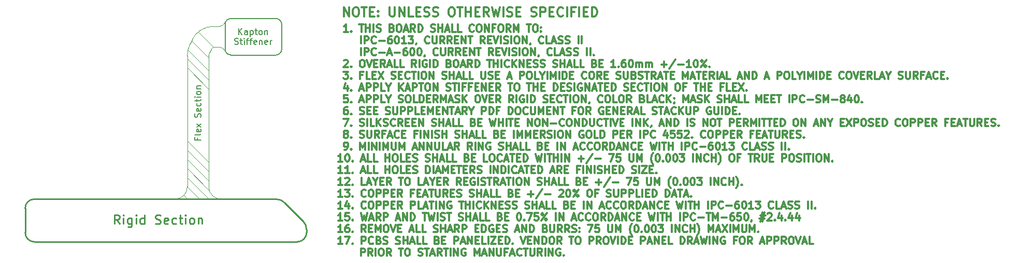
<source format=gbr>
%TF.GenerationSoftware,KiCad,Pcbnew,6.0.6-1.fc36*%
%TF.CreationDate,2022-07-20T18:31:45-04:00*%
%TF.ProjectId,ext-con-breakout-board,6578742d-636f-46e2-9d62-7265616b6f75,v0.5*%
%TF.SameCoordinates,Original*%
%TF.FileFunction,Other,Comment*%
%FSLAX46Y46*%
G04 Gerber Fmt 4.6, Leading zero omitted, Abs format (unit mm)*
G04 Created by KiCad (PCBNEW 6.0.6-1.fc36) date 2022-07-20 18:31:45*
%MOMM*%
%LPD*%
G01*
G04 APERTURE LIST*
%ADD10C,0.100000*%
%ADD11C,0.150000*%
%ADD12C,0.250000*%
%ADD13C,0.300000*%
%ADD14C,0.200000*%
G04 APERTURE END LIST*
D10*
X127000000Y-86300030D02*
G75*
G03*
X127950000Y-85650000I400J1018630D01*
G01*
D11*
X127950000Y-90350000D02*
X127950000Y-85650000D01*
D10*
X121750000Y-91160000D02*
X121750000Y-112600000D01*
X121750000Y-111100000D02*
X125250000Y-114600000D01*
D12*
X139750000Y-121600000D02*
X96750000Y-121600000D01*
X139750000Y-121600000D02*
G75*
G03*
X141250000Y-120100000I0J1500000D01*
G01*
D10*
X121750000Y-93100000D02*
X125250000Y-96600000D01*
D11*
X137200000Y-86000000D02*
X137200000Y-90000000D01*
D12*
X95250000Y-120100000D02*
X95250000Y-116100000D01*
D10*
X125350000Y-90730000D02*
X125680000Y-90050000D01*
D12*
X95250000Y-120100000D02*
G75*
G03*
X96750000Y-121600000I1500000J0D01*
G01*
D10*
X121750000Y-112600000D02*
X123750000Y-114600000D01*
D11*
X136200000Y-85000000D02*
X128900000Y-85000000D01*
D10*
X127000000Y-89700000D02*
X126240000Y-89700000D01*
D11*
X137200000Y-86000000D02*
G75*
G03*
X136200000Y-85000000I-1000000J0D01*
G01*
D10*
X126240000Y-89700000D02*
G75*
G03*
X125680000Y-90050000I0J-623000D01*
G01*
X127000000Y-86300000D02*
X126023900Y-86300000D01*
X123550000Y-87200000D02*
X126050000Y-89700000D01*
D12*
X96750000Y-114600000D02*
G75*
G03*
X95250000Y-116100000I0J-1500000D01*
G01*
D10*
X121750000Y-109600000D02*
X125300000Y-113150000D01*
X122450000Y-88700000D02*
X125250000Y-91500000D01*
X119750000Y-114600000D02*
G75*
G03*
X121750000Y-112600000I0J2000000D01*
G01*
X121750000Y-105100000D02*
X125250000Y-108600000D01*
D11*
X136200000Y-91000000D02*
G75*
G03*
X137200000Y-90000000I0J1000000D01*
G01*
D10*
X121750000Y-91600000D02*
X125250000Y-95100000D01*
D12*
X141250022Y-119607428D02*
G75*
G03*
X140664214Y-118193214I-2000122J-72D01*
G01*
D10*
X121867400Y-90200000D02*
X125250000Y-93600000D01*
D11*
X128900000Y-84999970D02*
G75*
G03*
X127950000Y-85650000I-400J-1018630D01*
G01*
D12*
X96750000Y-114600000D02*
X136242572Y-114600000D01*
D10*
X122209855Y-89184680D02*
G75*
G03*
X121750000Y-91160000I4048245J-1983620D01*
G01*
D11*
X128900000Y-91000000D02*
X136200000Y-91000000D01*
D10*
X121750000Y-108100000D02*
X125250000Y-111600000D01*
X126023900Y-86300003D02*
G75*
G03*
X122534221Y-88515701I-19200J-3825697D01*
G01*
X125250000Y-91160000D02*
X125250000Y-112600000D01*
X125250000Y-112600000D02*
G75*
G03*
X127250000Y-114600000I2000000J0D01*
G01*
X121750000Y-106600000D02*
X125250000Y-110100000D01*
X122209859Y-89184682D02*
X122534221Y-88515701D01*
D11*
X127950023Y-90349991D02*
G75*
G03*
X128900000Y-91000000I949777J368891D01*
G01*
D12*
X137656779Y-115185793D02*
G75*
G03*
X136242572Y-114600000I-1414179J-1414107D01*
G01*
D10*
X127949977Y-90350009D02*
G75*
G03*
X127000000Y-89700000I-949777J-368891D01*
G01*
D12*
X140664214Y-118193214D02*
X137656786Y-115185786D01*
X141250000Y-119607428D02*
X141250000Y-120100000D01*
D10*
X121164214Y-114014214D02*
X121750000Y-114600000D01*
X125349989Y-90729995D02*
G75*
G03*
X125250000Y-91160000I881511J-431605D01*
G01*
D12*
X110678571Y-118678571D02*
X110178571Y-117964285D01*
X109821428Y-118678571D02*
X109821428Y-117178571D01*
X110392857Y-117178571D01*
X110535714Y-117250000D01*
X110607142Y-117321428D01*
X110678571Y-117464285D01*
X110678571Y-117678571D01*
X110607142Y-117821428D01*
X110535714Y-117892857D01*
X110392857Y-117964285D01*
X109821428Y-117964285D01*
X111321428Y-118678571D02*
X111321428Y-117678571D01*
X111321428Y-117178571D02*
X111250000Y-117250000D01*
X111321428Y-117321428D01*
X111392857Y-117250000D01*
X111321428Y-117178571D01*
X111321428Y-117321428D01*
X112678571Y-117678571D02*
X112678571Y-118892857D01*
X112607142Y-119035714D01*
X112535714Y-119107142D01*
X112392857Y-119178571D01*
X112178571Y-119178571D01*
X112035714Y-119107142D01*
X112678571Y-118607142D02*
X112535714Y-118678571D01*
X112250000Y-118678571D01*
X112107142Y-118607142D01*
X112035714Y-118535714D01*
X111964285Y-118392857D01*
X111964285Y-117964285D01*
X112035714Y-117821428D01*
X112107142Y-117750000D01*
X112250000Y-117678571D01*
X112535714Y-117678571D01*
X112678571Y-117750000D01*
X113392857Y-118678571D02*
X113392857Y-117678571D01*
X113392857Y-117178571D02*
X113321428Y-117250000D01*
X113392857Y-117321428D01*
X113464285Y-117250000D01*
X113392857Y-117178571D01*
X113392857Y-117321428D01*
X114750000Y-118678571D02*
X114750000Y-117178571D01*
X114750000Y-118607142D02*
X114607142Y-118678571D01*
X114321428Y-118678571D01*
X114178571Y-118607142D01*
X114107142Y-118535714D01*
X114035714Y-118392857D01*
X114035714Y-117964285D01*
X114107142Y-117821428D01*
X114178571Y-117750000D01*
X114321428Y-117678571D01*
X114607142Y-117678571D01*
X114750000Y-117750000D01*
X116535714Y-118607142D02*
X116750000Y-118678571D01*
X117107142Y-118678571D01*
X117250000Y-118607142D01*
X117321428Y-118535714D01*
X117392857Y-118392857D01*
X117392857Y-118250000D01*
X117321428Y-118107142D01*
X117250000Y-118035714D01*
X117107142Y-117964285D01*
X116821428Y-117892857D01*
X116678571Y-117821428D01*
X116607142Y-117750000D01*
X116535714Y-117607142D01*
X116535714Y-117464285D01*
X116607142Y-117321428D01*
X116678571Y-117250000D01*
X116821428Y-117178571D01*
X117178571Y-117178571D01*
X117392857Y-117250000D01*
X118607142Y-118607142D02*
X118464285Y-118678571D01*
X118178571Y-118678571D01*
X118035714Y-118607142D01*
X117964285Y-118464285D01*
X117964285Y-117892857D01*
X118035714Y-117750000D01*
X118178571Y-117678571D01*
X118464285Y-117678571D01*
X118607142Y-117750000D01*
X118678571Y-117892857D01*
X118678571Y-118035714D01*
X117964285Y-118178571D01*
X119964285Y-118607142D02*
X119821428Y-118678571D01*
X119535714Y-118678571D01*
X119392857Y-118607142D01*
X119321428Y-118535714D01*
X119250000Y-118392857D01*
X119250000Y-117964285D01*
X119321428Y-117821428D01*
X119392857Y-117750000D01*
X119535714Y-117678571D01*
X119821428Y-117678571D01*
X119964285Y-117750000D01*
X120392857Y-117678571D02*
X120964285Y-117678571D01*
X120607142Y-117178571D02*
X120607142Y-118464285D01*
X120678571Y-118607142D01*
X120821428Y-118678571D01*
X120964285Y-118678571D01*
X121464285Y-118678571D02*
X121464285Y-117678571D01*
X121464285Y-117178571D02*
X121392857Y-117250000D01*
X121464285Y-117321428D01*
X121535714Y-117250000D01*
X121464285Y-117178571D01*
X121464285Y-117321428D01*
X122392857Y-118678571D02*
X122250000Y-118607142D01*
X122178571Y-118535714D01*
X122107142Y-118392857D01*
X122107142Y-117964285D01*
X122178571Y-117821428D01*
X122250000Y-117750000D01*
X122392857Y-117678571D01*
X122607142Y-117678571D01*
X122750000Y-117750000D01*
X122821428Y-117821428D01*
X122892857Y-117964285D01*
X122892857Y-118392857D01*
X122821428Y-118535714D01*
X122750000Y-118607142D01*
X122607142Y-118678571D01*
X122392857Y-118678571D01*
X123535714Y-117678571D02*
X123535714Y-118678571D01*
X123535714Y-117821428D02*
X123607142Y-117750000D01*
X123750000Y-117678571D01*
X123964285Y-117678571D01*
X124107142Y-117750000D01*
X124178571Y-117892857D01*
X124178571Y-118678571D01*
D13*
X148023571Y-87188857D02*
X147337857Y-87188857D01*
X147680714Y-87188857D02*
X147680714Y-85988857D01*
X147566428Y-86160285D01*
X147452142Y-86274571D01*
X147337857Y-86331714D01*
X148537857Y-87074571D02*
X148595000Y-87131714D01*
X148537857Y-87188857D01*
X148480714Y-87131714D01*
X148537857Y-87074571D01*
X148537857Y-87188857D01*
X149852142Y-85988857D02*
X150537857Y-85988857D01*
X150195000Y-87188857D02*
X150195000Y-85988857D01*
X150937857Y-87188857D02*
X150937857Y-85988857D01*
X150937857Y-86560285D02*
X151623571Y-86560285D01*
X151623571Y-87188857D02*
X151623571Y-85988857D01*
X152195000Y-87188857D02*
X152195000Y-85988857D01*
X152709285Y-87131714D02*
X152880714Y-87188857D01*
X153166428Y-87188857D01*
X153280714Y-87131714D01*
X153337857Y-87074571D01*
X153395000Y-86960285D01*
X153395000Y-86846000D01*
X153337857Y-86731714D01*
X153280714Y-86674571D01*
X153166428Y-86617428D01*
X152937857Y-86560285D01*
X152823571Y-86503142D01*
X152766428Y-86446000D01*
X152709285Y-86331714D01*
X152709285Y-86217428D01*
X152766428Y-86103142D01*
X152823571Y-86046000D01*
X152937857Y-85988857D01*
X153223571Y-85988857D01*
X153395000Y-86046000D01*
X155223571Y-86560285D02*
X155395000Y-86617428D01*
X155452142Y-86674571D01*
X155509285Y-86788857D01*
X155509285Y-86960285D01*
X155452142Y-87074571D01*
X155395000Y-87131714D01*
X155280714Y-87188857D01*
X154823571Y-87188857D01*
X154823571Y-85988857D01*
X155223571Y-85988857D01*
X155337857Y-86046000D01*
X155395000Y-86103142D01*
X155452142Y-86217428D01*
X155452142Y-86331714D01*
X155395000Y-86446000D01*
X155337857Y-86503142D01*
X155223571Y-86560285D01*
X154823571Y-86560285D01*
X156252142Y-85988857D02*
X156480714Y-85988857D01*
X156595000Y-86046000D01*
X156709285Y-86160285D01*
X156766428Y-86388857D01*
X156766428Y-86788857D01*
X156709285Y-87017428D01*
X156595000Y-87131714D01*
X156480714Y-87188857D01*
X156252142Y-87188857D01*
X156137857Y-87131714D01*
X156023571Y-87017428D01*
X155966428Y-86788857D01*
X155966428Y-86388857D01*
X156023571Y-86160285D01*
X156137857Y-86046000D01*
X156252142Y-85988857D01*
X157223571Y-86846000D02*
X157795000Y-86846000D01*
X157109285Y-87188857D02*
X157509285Y-85988857D01*
X157909285Y-87188857D01*
X158995000Y-87188857D02*
X158595000Y-86617428D01*
X158309285Y-87188857D02*
X158309285Y-85988857D01*
X158766428Y-85988857D01*
X158880714Y-86046000D01*
X158937857Y-86103142D01*
X158995000Y-86217428D01*
X158995000Y-86388857D01*
X158937857Y-86503142D01*
X158880714Y-86560285D01*
X158766428Y-86617428D01*
X158309285Y-86617428D01*
X159509285Y-87188857D02*
X159509285Y-85988857D01*
X159795000Y-85988857D01*
X159966428Y-86046000D01*
X160080714Y-86160285D01*
X160137857Y-86274571D01*
X160195000Y-86503142D01*
X160195000Y-86674571D01*
X160137857Y-86903142D01*
X160080714Y-87017428D01*
X159966428Y-87131714D01*
X159795000Y-87188857D01*
X159509285Y-87188857D01*
X161566428Y-87131714D02*
X161737857Y-87188857D01*
X162023571Y-87188857D01*
X162137857Y-87131714D01*
X162195000Y-87074571D01*
X162252142Y-86960285D01*
X162252142Y-86846000D01*
X162195000Y-86731714D01*
X162137857Y-86674571D01*
X162023571Y-86617428D01*
X161795000Y-86560285D01*
X161680714Y-86503142D01*
X161623571Y-86446000D01*
X161566428Y-86331714D01*
X161566428Y-86217428D01*
X161623571Y-86103142D01*
X161680714Y-86046000D01*
X161795000Y-85988857D01*
X162080714Y-85988857D01*
X162252142Y-86046000D01*
X162766428Y-87188857D02*
X162766428Y-85988857D01*
X162766428Y-86560285D02*
X163452142Y-86560285D01*
X163452142Y-87188857D02*
X163452142Y-85988857D01*
X163966428Y-86846000D02*
X164537857Y-86846000D01*
X163852142Y-87188857D02*
X164252142Y-85988857D01*
X164652142Y-87188857D01*
X165623571Y-87188857D02*
X165052142Y-87188857D01*
X165052142Y-85988857D01*
X166595000Y-87188857D02*
X166023571Y-87188857D01*
X166023571Y-85988857D01*
X168595000Y-87074571D02*
X168537857Y-87131714D01*
X168366428Y-87188857D01*
X168252142Y-87188857D01*
X168080714Y-87131714D01*
X167966428Y-87017428D01*
X167909285Y-86903142D01*
X167852142Y-86674571D01*
X167852142Y-86503142D01*
X167909285Y-86274571D01*
X167966428Y-86160285D01*
X168080714Y-86046000D01*
X168252142Y-85988857D01*
X168366428Y-85988857D01*
X168537857Y-86046000D01*
X168595000Y-86103142D01*
X169337857Y-85988857D02*
X169566428Y-85988857D01*
X169680714Y-86046000D01*
X169795000Y-86160285D01*
X169852142Y-86388857D01*
X169852142Y-86788857D01*
X169795000Y-87017428D01*
X169680714Y-87131714D01*
X169566428Y-87188857D01*
X169337857Y-87188857D01*
X169223571Y-87131714D01*
X169109285Y-87017428D01*
X169052142Y-86788857D01*
X169052142Y-86388857D01*
X169109285Y-86160285D01*
X169223571Y-86046000D01*
X169337857Y-85988857D01*
X170366428Y-87188857D02*
X170366428Y-85988857D01*
X171052142Y-87188857D01*
X171052142Y-85988857D01*
X172023571Y-86560285D02*
X171623571Y-86560285D01*
X171623571Y-87188857D02*
X171623571Y-85988857D01*
X172195000Y-85988857D01*
X172880714Y-85988857D02*
X173109285Y-85988857D01*
X173223571Y-86046000D01*
X173337857Y-86160285D01*
X173395000Y-86388857D01*
X173395000Y-86788857D01*
X173337857Y-87017428D01*
X173223571Y-87131714D01*
X173109285Y-87188857D01*
X172880714Y-87188857D01*
X172766428Y-87131714D01*
X172652142Y-87017428D01*
X172595000Y-86788857D01*
X172595000Y-86388857D01*
X172652142Y-86160285D01*
X172766428Y-86046000D01*
X172880714Y-85988857D01*
X174595000Y-87188857D02*
X174195000Y-86617428D01*
X173909285Y-87188857D02*
X173909285Y-85988857D01*
X174366428Y-85988857D01*
X174480714Y-86046000D01*
X174537857Y-86103142D01*
X174595000Y-86217428D01*
X174595000Y-86388857D01*
X174537857Y-86503142D01*
X174480714Y-86560285D01*
X174366428Y-86617428D01*
X173909285Y-86617428D01*
X175109285Y-87188857D02*
X175109285Y-85988857D01*
X175509285Y-86846000D01*
X175909285Y-85988857D01*
X175909285Y-87188857D01*
X177223571Y-85988857D02*
X177909285Y-85988857D01*
X177566428Y-87188857D02*
X177566428Y-85988857D01*
X178537857Y-85988857D02*
X178766428Y-85988857D01*
X178880714Y-86046000D01*
X178995000Y-86160285D01*
X179052142Y-86388857D01*
X179052142Y-86788857D01*
X178995000Y-87017428D01*
X178880714Y-87131714D01*
X178766428Y-87188857D01*
X178537857Y-87188857D01*
X178423571Y-87131714D01*
X178309285Y-87017428D01*
X178252142Y-86788857D01*
X178252142Y-86388857D01*
X178309285Y-86160285D01*
X178423571Y-86046000D01*
X178537857Y-85988857D01*
X179566428Y-87074571D02*
X179623571Y-87131714D01*
X179566428Y-87188857D01*
X179509285Y-87131714D01*
X179566428Y-87074571D01*
X179566428Y-87188857D01*
X179566428Y-86446000D02*
X179623571Y-86503142D01*
X179566428Y-86560285D01*
X179509285Y-86503142D01*
X179566428Y-86446000D01*
X179566428Y-86560285D01*
X150137857Y-89120857D02*
X150137857Y-87920857D01*
X150709285Y-89120857D02*
X150709285Y-87920857D01*
X151166428Y-87920857D01*
X151280714Y-87978000D01*
X151337857Y-88035142D01*
X151395000Y-88149428D01*
X151395000Y-88320857D01*
X151337857Y-88435142D01*
X151280714Y-88492285D01*
X151166428Y-88549428D01*
X150709285Y-88549428D01*
X152595000Y-89006571D02*
X152537857Y-89063714D01*
X152366428Y-89120857D01*
X152252142Y-89120857D01*
X152080714Y-89063714D01*
X151966428Y-88949428D01*
X151909285Y-88835142D01*
X151852142Y-88606571D01*
X151852142Y-88435142D01*
X151909285Y-88206571D01*
X151966428Y-88092285D01*
X152080714Y-87978000D01*
X152252142Y-87920857D01*
X152366428Y-87920857D01*
X152537857Y-87978000D01*
X152595000Y-88035142D01*
X153109285Y-88663714D02*
X154023571Y-88663714D01*
X155109285Y-87920857D02*
X154880714Y-87920857D01*
X154766428Y-87978000D01*
X154709285Y-88035142D01*
X154595000Y-88206571D01*
X154537857Y-88435142D01*
X154537857Y-88892285D01*
X154595000Y-89006571D01*
X154652142Y-89063714D01*
X154766428Y-89120857D01*
X154995000Y-89120857D01*
X155109285Y-89063714D01*
X155166428Y-89006571D01*
X155223571Y-88892285D01*
X155223571Y-88606571D01*
X155166428Y-88492285D01*
X155109285Y-88435142D01*
X154995000Y-88378000D01*
X154766428Y-88378000D01*
X154652142Y-88435142D01*
X154595000Y-88492285D01*
X154537857Y-88606571D01*
X155966428Y-87920857D02*
X156080714Y-87920857D01*
X156195000Y-87978000D01*
X156252142Y-88035142D01*
X156309285Y-88149428D01*
X156366428Y-88378000D01*
X156366428Y-88663714D01*
X156309285Y-88892285D01*
X156252142Y-89006571D01*
X156195000Y-89063714D01*
X156080714Y-89120857D01*
X155966428Y-89120857D01*
X155852142Y-89063714D01*
X155795000Y-89006571D01*
X155737857Y-88892285D01*
X155680714Y-88663714D01*
X155680714Y-88378000D01*
X155737857Y-88149428D01*
X155795000Y-88035142D01*
X155852142Y-87978000D01*
X155966428Y-87920857D01*
X157509285Y-89120857D02*
X156823571Y-89120857D01*
X157166428Y-89120857D02*
X157166428Y-87920857D01*
X157052142Y-88092285D01*
X156937857Y-88206571D01*
X156823571Y-88263714D01*
X157909285Y-87920857D02*
X158652142Y-87920857D01*
X158252142Y-88378000D01*
X158423571Y-88378000D01*
X158537857Y-88435142D01*
X158595000Y-88492285D01*
X158652142Y-88606571D01*
X158652142Y-88892285D01*
X158595000Y-89006571D01*
X158537857Y-89063714D01*
X158423571Y-89120857D01*
X158080714Y-89120857D01*
X157966428Y-89063714D01*
X157909285Y-89006571D01*
X159223571Y-89063714D02*
X159223571Y-89120857D01*
X159166428Y-89235142D01*
X159109285Y-89292285D01*
X161337857Y-89006571D02*
X161280714Y-89063714D01*
X161109285Y-89120857D01*
X160995000Y-89120857D01*
X160823571Y-89063714D01*
X160709285Y-88949428D01*
X160652142Y-88835142D01*
X160595000Y-88606571D01*
X160595000Y-88435142D01*
X160652142Y-88206571D01*
X160709285Y-88092285D01*
X160823571Y-87978000D01*
X160995000Y-87920857D01*
X161109285Y-87920857D01*
X161280714Y-87978000D01*
X161337857Y-88035142D01*
X161852142Y-87920857D02*
X161852142Y-88892285D01*
X161909285Y-89006571D01*
X161966428Y-89063714D01*
X162080714Y-89120857D01*
X162309285Y-89120857D01*
X162423571Y-89063714D01*
X162480714Y-89006571D01*
X162537857Y-88892285D01*
X162537857Y-87920857D01*
X163795000Y-89120857D02*
X163395000Y-88549428D01*
X163109285Y-89120857D02*
X163109285Y-87920857D01*
X163566428Y-87920857D01*
X163680714Y-87978000D01*
X163737857Y-88035142D01*
X163795000Y-88149428D01*
X163795000Y-88320857D01*
X163737857Y-88435142D01*
X163680714Y-88492285D01*
X163566428Y-88549428D01*
X163109285Y-88549428D01*
X164995000Y-89120857D02*
X164595000Y-88549428D01*
X164309285Y-89120857D02*
X164309285Y-87920857D01*
X164766428Y-87920857D01*
X164880714Y-87978000D01*
X164937857Y-88035142D01*
X164995000Y-88149428D01*
X164995000Y-88320857D01*
X164937857Y-88435142D01*
X164880714Y-88492285D01*
X164766428Y-88549428D01*
X164309285Y-88549428D01*
X165509285Y-88492285D02*
X165909285Y-88492285D01*
X166080714Y-89120857D02*
X165509285Y-89120857D01*
X165509285Y-87920857D01*
X166080714Y-87920857D01*
X166595000Y-89120857D02*
X166595000Y-87920857D01*
X167280714Y-89120857D01*
X167280714Y-87920857D01*
X167680714Y-87920857D02*
X168366428Y-87920857D01*
X168023571Y-89120857D02*
X168023571Y-87920857D01*
X170366428Y-89120857D02*
X169966428Y-88549428D01*
X169680714Y-89120857D02*
X169680714Y-87920857D01*
X170137857Y-87920857D01*
X170252142Y-87978000D01*
X170309285Y-88035142D01*
X170366428Y-88149428D01*
X170366428Y-88320857D01*
X170309285Y-88435142D01*
X170252142Y-88492285D01*
X170137857Y-88549428D01*
X169680714Y-88549428D01*
X170880714Y-88492285D02*
X171280714Y-88492285D01*
X171452142Y-89120857D02*
X170880714Y-89120857D01*
X170880714Y-87920857D01*
X171452142Y-87920857D01*
X171795000Y-87920857D02*
X172195000Y-89120857D01*
X172595000Y-87920857D01*
X172995000Y-89120857D02*
X172995000Y-87920857D01*
X173509285Y-89063714D02*
X173680714Y-89120857D01*
X173966428Y-89120857D01*
X174080714Y-89063714D01*
X174137857Y-89006571D01*
X174195000Y-88892285D01*
X174195000Y-88778000D01*
X174137857Y-88663714D01*
X174080714Y-88606571D01*
X173966428Y-88549428D01*
X173737857Y-88492285D01*
X173623571Y-88435142D01*
X173566428Y-88378000D01*
X173509285Y-88263714D01*
X173509285Y-88149428D01*
X173566428Y-88035142D01*
X173623571Y-87978000D01*
X173737857Y-87920857D01*
X174023571Y-87920857D01*
X174195000Y-87978000D01*
X174709285Y-89120857D02*
X174709285Y-87920857D01*
X175509285Y-87920857D02*
X175737857Y-87920857D01*
X175852142Y-87978000D01*
X175966428Y-88092285D01*
X176023571Y-88320857D01*
X176023571Y-88720857D01*
X175966428Y-88949428D01*
X175852142Y-89063714D01*
X175737857Y-89120857D01*
X175509285Y-89120857D01*
X175395000Y-89063714D01*
X175280714Y-88949428D01*
X175223571Y-88720857D01*
X175223571Y-88320857D01*
X175280714Y-88092285D01*
X175395000Y-87978000D01*
X175509285Y-87920857D01*
X176537857Y-89120857D02*
X176537857Y-87920857D01*
X177223571Y-89120857D01*
X177223571Y-87920857D01*
X177852142Y-89063714D02*
X177852142Y-89120857D01*
X177795000Y-89235142D01*
X177737857Y-89292285D01*
X179966428Y-89006571D02*
X179909285Y-89063714D01*
X179737857Y-89120857D01*
X179623571Y-89120857D01*
X179452142Y-89063714D01*
X179337857Y-88949428D01*
X179280714Y-88835142D01*
X179223571Y-88606571D01*
X179223571Y-88435142D01*
X179280714Y-88206571D01*
X179337857Y-88092285D01*
X179452142Y-87978000D01*
X179623571Y-87920857D01*
X179737857Y-87920857D01*
X179909285Y-87978000D01*
X179966428Y-88035142D01*
X181052142Y-89120857D02*
X180480714Y-89120857D01*
X180480714Y-87920857D01*
X181395000Y-88778000D02*
X181966428Y-88778000D01*
X181280714Y-89120857D02*
X181680714Y-87920857D01*
X182080714Y-89120857D01*
X182423571Y-89063714D02*
X182595000Y-89120857D01*
X182880714Y-89120857D01*
X182995000Y-89063714D01*
X183052142Y-89006571D01*
X183109285Y-88892285D01*
X183109285Y-88778000D01*
X183052142Y-88663714D01*
X182995000Y-88606571D01*
X182880714Y-88549428D01*
X182652142Y-88492285D01*
X182537857Y-88435142D01*
X182480714Y-88378000D01*
X182423571Y-88263714D01*
X182423571Y-88149428D01*
X182480714Y-88035142D01*
X182537857Y-87978000D01*
X182652142Y-87920857D01*
X182937857Y-87920857D01*
X183109285Y-87978000D01*
X183566428Y-89063714D02*
X183737857Y-89120857D01*
X184023571Y-89120857D01*
X184137857Y-89063714D01*
X184195000Y-89006571D01*
X184252142Y-88892285D01*
X184252142Y-88778000D01*
X184195000Y-88663714D01*
X184137857Y-88606571D01*
X184023571Y-88549428D01*
X183795000Y-88492285D01*
X183680714Y-88435142D01*
X183623571Y-88378000D01*
X183566428Y-88263714D01*
X183566428Y-88149428D01*
X183623571Y-88035142D01*
X183680714Y-87978000D01*
X183795000Y-87920857D01*
X184080714Y-87920857D01*
X184252142Y-87978000D01*
X185680714Y-89120857D02*
X185680714Y-87920857D01*
X186252142Y-89120857D02*
X186252142Y-87920857D01*
X150137857Y-91052857D02*
X150137857Y-89852857D01*
X150709285Y-91052857D02*
X150709285Y-89852857D01*
X151166428Y-89852857D01*
X151280714Y-89910000D01*
X151337857Y-89967142D01*
X151395000Y-90081428D01*
X151395000Y-90252857D01*
X151337857Y-90367142D01*
X151280714Y-90424285D01*
X151166428Y-90481428D01*
X150709285Y-90481428D01*
X152595000Y-90938571D02*
X152537857Y-90995714D01*
X152366428Y-91052857D01*
X152252142Y-91052857D01*
X152080714Y-90995714D01*
X151966428Y-90881428D01*
X151909285Y-90767142D01*
X151852142Y-90538571D01*
X151852142Y-90367142D01*
X151909285Y-90138571D01*
X151966428Y-90024285D01*
X152080714Y-89910000D01*
X152252142Y-89852857D01*
X152366428Y-89852857D01*
X152537857Y-89910000D01*
X152595000Y-89967142D01*
X153109285Y-90595714D02*
X154023571Y-90595714D01*
X154537857Y-90710000D02*
X155109285Y-90710000D01*
X154423571Y-91052857D02*
X154823571Y-89852857D01*
X155223571Y-91052857D01*
X155623571Y-90595714D02*
X156537857Y-90595714D01*
X157623571Y-89852857D02*
X157395000Y-89852857D01*
X157280714Y-89910000D01*
X157223571Y-89967142D01*
X157109285Y-90138571D01*
X157052142Y-90367142D01*
X157052142Y-90824285D01*
X157109285Y-90938571D01*
X157166428Y-90995714D01*
X157280714Y-91052857D01*
X157509285Y-91052857D01*
X157623571Y-90995714D01*
X157680714Y-90938571D01*
X157737857Y-90824285D01*
X157737857Y-90538571D01*
X157680714Y-90424285D01*
X157623571Y-90367142D01*
X157509285Y-90310000D01*
X157280714Y-90310000D01*
X157166428Y-90367142D01*
X157109285Y-90424285D01*
X157052142Y-90538571D01*
X158480714Y-89852857D02*
X158595000Y-89852857D01*
X158709285Y-89910000D01*
X158766428Y-89967142D01*
X158823571Y-90081428D01*
X158880714Y-90310000D01*
X158880714Y-90595714D01*
X158823571Y-90824285D01*
X158766428Y-90938571D01*
X158709285Y-90995714D01*
X158595000Y-91052857D01*
X158480714Y-91052857D01*
X158366428Y-90995714D01*
X158309285Y-90938571D01*
X158252142Y-90824285D01*
X158195000Y-90595714D01*
X158195000Y-90310000D01*
X158252142Y-90081428D01*
X158309285Y-89967142D01*
X158366428Y-89910000D01*
X158480714Y-89852857D01*
X159623571Y-89852857D02*
X159737857Y-89852857D01*
X159852142Y-89910000D01*
X159909285Y-89967142D01*
X159966428Y-90081428D01*
X160023571Y-90310000D01*
X160023571Y-90595714D01*
X159966428Y-90824285D01*
X159909285Y-90938571D01*
X159852142Y-90995714D01*
X159737857Y-91052857D01*
X159623571Y-91052857D01*
X159509285Y-90995714D01*
X159452142Y-90938571D01*
X159395000Y-90824285D01*
X159337857Y-90595714D01*
X159337857Y-90310000D01*
X159395000Y-90081428D01*
X159452142Y-89967142D01*
X159509285Y-89910000D01*
X159623571Y-89852857D01*
X160595000Y-90995714D02*
X160595000Y-91052857D01*
X160537857Y-91167142D01*
X160480714Y-91224285D01*
X162709285Y-90938571D02*
X162652142Y-90995714D01*
X162480714Y-91052857D01*
X162366428Y-91052857D01*
X162195000Y-90995714D01*
X162080714Y-90881428D01*
X162023571Y-90767142D01*
X161966428Y-90538571D01*
X161966428Y-90367142D01*
X162023571Y-90138571D01*
X162080714Y-90024285D01*
X162195000Y-89910000D01*
X162366428Y-89852857D01*
X162480714Y-89852857D01*
X162652142Y-89910000D01*
X162709285Y-89967142D01*
X163223571Y-89852857D02*
X163223571Y-90824285D01*
X163280714Y-90938571D01*
X163337857Y-90995714D01*
X163452142Y-91052857D01*
X163680714Y-91052857D01*
X163795000Y-90995714D01*
X163852142Y-90938571D01*
X163909285Y-90824285D01*
X163909285Y-89852857D01*
X165166428Y-91052857D02*
X164766428Y-90481428D01*
X164480714Y-91052857D02*
X164480714Y-89852857D01*
X164937857Y-89852857D01*
X165052142Y-89910000D01*
X165109285Y-89967142D01*
X165166428Y-90081428D01*
X165166428Y-90252857D01*
X165109285Y-90367142D01*
X165052142Y-90424285D01*
X164937857Y-90481428D01*
X164480714Y-90481428D01*
X166366428Y-91052857D02*
X165966428Y-90481428D01*
X165680714Y-91052857D02*
X165680714Y-89852857D01*
X166137857Y-89852857D01*
X166252142Y-89910000D01*
X166309285Y-89967142D01*
X166366428Y-90081428D01*
X166366428Y-90252857D01*
X166309285Y-90367142D01*
X166252142Y-90424285D01*
X166137857Y-90481428D01*
X165680714Y-90481428D01*
X166880714Y-90424285D02*
X167280714Y-90424285D01*
X167452142Y-91052857D02*
X166880714Y-91052857D01*
X166880714Y-89852857D01*
X167452142Y-89852857D01*
X167966428Y-91052857D02*
X167966428Y-89852857D01*
X168652142Y-91052857D01*
X168652142Y-89852857D01*
X169052142Y-89852857D02*
X169737857Y-89852857D01*
X169395000Y-91052857D02*
X169395000Y-89852857D01*
X171737857Y-91052857D02*
X171337857Y-90481428D01*
X171052142Y-91052857D02*
X171052142Y-89852857D01*
X171509285Y-89852857D01*
X171623571Y-89910000D01*
X171680714Y-89967142D01*
X171737857Y-90081428D01*
X171737857Y-90252857D01*
X171680714Y-90367142D01*
X171623571Y-90424285D01*
X171509285Y-90481428D01*
X171052142Y-90481428D01*
X172252142Y-90424285D02*
X172652142Y-90424285D01*
X172823571Y-91052857D02*
X172252142Y-91052857D01*
X172252142Y-89852857D01*
X172823571Y-89852857D01*
X173166428Y-89852857D02*
X173566428Y-91052857D01*
X173966428Y-89852857D01*
X174366428Y-91052857D02*
X174366428Y-89852857D01*
X174880714Y-90995714D02*
X175052142Y-91052857D01*
X175337857Y-91052857D01*
X175452142Y-90995714D01*
X175509285Y-90938571D01*
X175566428Y-90824285D01*
X175566428Y-90710000D01*
X175509285Y-90595714D01*
X175452142Y-90538571D01*
X175337857Y-90481428D01*
X175109285Y-90424285D01*
X174995000Y-90367142D01*
X174937857Y-90310000D01*
X174880714Y-90195714D01*
X174880714Y-90081428D01*
X174937857Y-89967142D01*
X174995000Y-89910000D01*
X175109285Y-89852857D01*
X175395000Y-89852857D01*
X175566428Y-89910000D01*
X176080714Y-91052857D02*
X176080714Y-89852857D01*
X176880714Y-89852857D02*
X177109285Y-89852857D01*
X177223571Y-89910000D01*
X177337857Y-90024285D01*
X177395000Y-90252857D01*
X177395000Y-90652857D01*
X177337857Y-90881428D01*
X177223571Y-90995714D01*
X177109285Y-91052857D01*
X176880714Y-91052857D01*
X176766428Y-90995714D01*
X176652142Y-90881428D01*
X176595000Y-90652857D01*
X176595000Y-90252857D01*
X176652142Y-90024285D01*
X176766428Y-89910000D01*
X176880714Y-89852857D01*
X177909285Y-91052857D02*
X177909285Y-89852857D01*
X178595000Y-91052857D01*
X178595000Y-89852857D01*
X179223571Y-90995714D02*
X179223571Y-91052857D01*
X179166428Y-91167142D01*
X179109285Y-91224285D01*
X181337857Y-90938571D02*
X181280714Y-90995714D01*
X181109285Y-91052857D01*
X180995000Y-91052857D01*
X180823571Y-90995714D01*
X180709285Y-90881428D01*
X180652142Y-90767142D01*
X180595000Y-90538571D01*
X180595000Y-90367142D01*
X180652142Y-90138571D01*
X180709285Y-90024285D01*
X180823571Y-89910000D01*
X180995000Y-89852857D01*
X181109285Y-89852857D01*
X181280714Y-89910000D01*
X181337857Y-89967142D01*
X182423571Y-91052857D02*
X181852142Y-91052857D01*
X181852142Y-89852857D01*
X182766428Y-90710000D02*
X183337857Y-90710000D01*
X182652142Y-91052857D02*
X183052142Y-89852857D01*
X183452142Y-91052857D01*
X183795000Y-90995714D02*
X183966428Y-91052857D01*
X184252142Y-91052857D01*
X184366428Y-90995714D01*
X184423571Y-90938571D01*
X184480714Y-90824285D01*
X184480714Y-90710000D01*
X184423571Y-90595714D01*
X184366428Y-90538571D01*
X184252142Y-90481428D01*
X184023571Y-90424285D01*
X183909285Y-90367142D01*
X183852142Y-90310000D01*
X183795000Y-90195714D01*
X183795000Y-90081428D01*
X183852142Y-89967142D01*
X183909285Y-89910000D01*
X184023571Y-89852857D01*
X184309285Y-89852857D01*
X184480714Y-89910000D01*
X184937857Y-90995714D02*
X185109285Y-91052857D01*
X185395000Y-91052857D01*
X185509285Y-90995714D01*
X185566428Y-90938571D01*
X185623571Y-90824285D01*
X185623571Y-90710000D01*
X185566428Y-90595714D01*
X185509285Y-90538571D01*
X185395000Y-90481428D01*
X185166428Y-90424285D01*
X185052142Y-90367142D01*
X184995000Y-90310000D01*
X184937857Y-90195714D01*
X184937857Y-90081428D01*
X184995000Y-89967142D01*
X185052142Y-89910000D01*
X185166428Y-89852857D01*
X185452142Y-89852857D01*
X185623571Y-89910000D01*
X187052142Y-91052857D02*
X187052142Y-89852857D01*
X187623571Y-91052857D02*
X187623571Y-89852857D01*
X188195000Y-90938571D02*
X188252142Y-90995714D01*
X188195000Y-91052857D01*
X188137857Y-90995714D01*
X188195000Y-90938571D01*
X188195000Y-91052857D01*
X147337857Y-91899142D02*
X147395000Y-91842000D01*
X147509285Y-91784857D01*
X147795000Y-91784857D01*
X147909285Y-91842000D01*
X147966428Y-91899142D01*
X148023571Y-92013428D01*
X148023571Y-92127714D01*
X147966428Y-92299142D01*
X147280714Y-92984857D01*
X148023571Y-92984857D01*
X148537857Y-92870571D02*
X148595000Y-92927714D01*
X148537857Y-92984857D01*
X148480714Y-92927714D01*
X148537857Y-92870571D01*
X148537857Y-92984857D01*
X150252142Y-91784857D02*
X150480714Y-91784857D01*
X150595000Y-91842000D01*
X150709285Y-91956285D01*
X150766428Y-92184857D01*
X150766428Y-92584857D01*
X150709285Y-92813428D01*
X150595000Y-92927714D01*
X150480714Y-92984857D01*
X150252142Y-92984857D01*
X150137857Y-92927714D01*
X150023571Y-92813428D01*
X149966428Y-92584857D01*
X149966428Y-92184857D01*
X150023571Y-91956285D01*
X150137857Y-91842000D01*
X150252142Y-91784857D01*
X151109285Y-91784857D02*
X151509285Y-92984857D01*
X151909285Y-91784857D01*
X152309285Y-92356285D02*
X152709285Y-92356285D01*
X152880714Y-92984857D02*
X152309285Y-92984857D01*
X152309285Y-91784857D01*
X152880714Y-91784857D01*
X154080714Y-92984857D02*
X153680714Y-92413428D01*
X153395000Y-92984857D02*
X153395000Y-91784857D01*
X153852142Y-91784857D01*
X153966428Y-91842000D01*
X154023571Y-91899142D01*
X154080714Y-92013428D01*
X154080714Y-92184857D01*
X154023571Y-92299142D01*
X153966428Y-92356285D01*
X153852142Y-92413428D01*
X153395000Y-92413428D01*
X154537857Y-92642000D02*
X155109285Y-92642000D01*
X154423571Y-92984857D02*
X154823571Y-91784857D01*
X155223571Y-92984857D01*
X156195000Y-92984857D02*
X155623571Y-92984857D01*
X155623571Y-91784857D01*
X157166428Y-92984857D02*
X156595000Y-92984857D01*
X156595000Y-91784857D01*
X159166428Y-92984857D02*
X158766428Y-92413428D01*
X158480714Y-92984857D02*
X158480714Y-91784857D01*
X158937857Y-91784857D01*
X159052142Y-91842000D01*
X159109285Y-91899142D01*
X159166428Y-92013428D01*
X159166428Y-92184857D01*
X159109285Y-92299142D01*
X159052142Y-92356285D01*
X158937857Y-92413428D01*
X158480714Y-92413428D01*
X159680714Y-92984857D02*
X159680714Y-91784857D01*
X160880714Y-91842000D02*
X160766428Y-91784857D01*
X160595000Y-91784857D01*
X160423571Y-91842000D01*
X160309285Y-91956285D01*
X160252142Y-92070571D01*
X160195000Y-92299142D01*
X160195000Y-92470571D01*
X160252142Y-92699142D01*
X160309285Y-92813428D01*
X160423571Y-92927714D01*
X160595000Y-92984857D01*
X160709285Y-92984857D01*
X160880714Y-92927714D01*
X160937857Y-92870571D01*
X160937857Y-92470571D01*
X160709285Y-92470571D01*
X161452142Y-92984857D02*
X161452142Y-91784857D01*
X162023571Y-92984857D02*
X162023571Y-91784857D01*
X162309285Y-91784857D01*
X162480714Y-91842000D01*
X162595000Y-91956285D01*
X162652142Y-92070571D01*
X162709285Y-92299142D01*
X162709285Y-92470571D01*
X162652142Y-92699142D01*
X162595000Y-92813428D01*
X162480714Y-92927714D01*
X162309285Y-92984857D01*
X162023571Y-92984857D01*
X164537857Y-92356285D02*
X164709285Y-92413428D01*
X164766428Y-92470571D01*
X164823571Y-92584857D01*
X164823571Y-92756285D01*
X164766428Y-92870571D01*
X164709285Y-92927714D01*
X164595000Y-92984857D01*
X164137857Y-92984857D01*
X164137857Y-91784857D01*
X164537857Y-91784857D01*
X164652142Y-91842000D01*
X164709285Y-91899142D01*
X164766428Y-92013428D01*
X164766428Y-92127714D01*
X164709285Y-92242000D01*
X164652142Y-92299142D01*
X164537857Y-92356285D01*
X164137857Y-92356285D01*
X165566428Y-91784857D02*
X165795000Y-91784857D01*
X165909285Y-91842000D01*
X166023571Y-91956285D01*
X166080714Y-92184857D01*
X166080714Y-92584857D01*
X166023571Y-92813428D01*
X165909285Y-92927714D01*
X165795000Y-92984857D01*
X165566428Y-92984857D01*
X165452142Y-92927714D01*
X165337857Y-92813428D01*
X165280714Y-92584857D01*
X165280714Y-92184857D01*
X165337857Y-91956285D01*
X165452142Y-91842000D01*
X165566428Y-91784857D01*
X166537857Y-92642000D02*
X167109285Y-92642000D01*
X166423571Y-92984857D02*
X166823571Y-91784857D01*
X167223571Y-92984857D01*
X168309285Y-92984857D02*
X167909285Y-92413428D01*
X167623571Y-92984857D02*
X167623571Y-91784857D01*
X168080714Y-91784857D01*
X168195000Y-91842000D01*
X168252142Y-91899142D01*
X168309285Y-92013428D01*
X168309285Y-92184857D01*
X168252142Y-92299142D01*
X168195000Y-92356285D01*
X168080714Y-92413428D01*
X167623571Y-92413428D01*
X168823571Y-92984857D02*
X168823571Y-91784857D01*
X169109285Y-91784857D01*
X169280714Y-91842000D01*
X169395000Y-91956285D01*
X169452142Y-92070571D01*
X169509285Y-92299142D01*
X169509285Y-92470571D01*
X169452142Y-92699142D01*
X169395000Y-92813428D01*
X169280714Y-92927714D01*
X169109285Y-92984857D01*
X168823571Y-92984857D01*
X170766428Y-91784857D02*
X171452142Y-91784857D01*
X171109285Y-92984857D02*
X171109285Y-91784857D01*
X171852142Y-92984857D02*
X171852142Y-91784857D01*
X171852142Y-92356285D02*
X172537857Y-92356285D01*
X172537857Y-92984857D02*
X172537857Y-91784857D01*
X173109285Y-92984857D02*
X173109285Y-91784857D01*
X174366428Y-92870571D02*
X174309285Y-92927714D01*
X174137857Y-92984857D01*
X174023571Y-92984857D01*
X173852142Y-92927714D01*
X173737857Y-92813428D01*
X173680714Y-92699142D01*
X173623571Y-92470571D01*
X173623571Y-92299142D01*
X173680714Y-92070571D01*
X173737857Y-91956285D01*
X173852142Y-91842000D01*
X174023571Y-91784857D01*
X174137857Y-91784857D01*
X174309285Y-91842000D01*
X174366428Y-91899142D01*
X174880714Y-92984857D02*
X174880714Y-91784857D01*
X175566428Y-92984857D02*
X175052142Y-92299142D01*
X175566428Y-91784857D02*
X174880714Y-92470571D01*
X176080714Y-92984857D02*
X176080714Y-91784857D01*
X176766428Y-92984857D01*
X176766428Y-91784857D01*
X177337857Y-92356285D02*
X177737857Y-92356285D01*
X177909285Y-92984857D02*
X177337857Y-92984857D01*
X177337857Y-91784857D01*
X177909285Y-91784857D01*
X178366428Y-92927714D02*
X178537857Y-92984857D01*
X178823571Y-92984857D01*
X178937857Y-92927714D01*
X178995000Y-92870571D01*
X179052142Y-92756285D01*
X179052142Y-92642000D01*
X178995000Y-92527714D01*
X178937857Y-92470571D01*
X178823571Y-92413428D01*
X178595000Y-92356285D01*
X178480714Y-92299142D01*
X178423571Y-92242000D01*
X178366428Y-92127714D01*
X178366428Y-92013428D01*
X178423571Y-91899142D01*
X178480714Y-91842000D01*
X178595000Y-91784857D01*
X178880714Y-91784857D01*
X179052142Y-91842000D01*
X179509285Y-92927714D02*
X179680714Y-92984857D01*
X179966428Y-92984857D01*
X180080714Y-92927714D01*
X180137857Y-92870571D01*
X180195000Y-92756285D01*
X180195000Y-92642000D01*
X180137857Y-92527714D01*
X180080714Y-92470571D01*
X179966428Y-92413428D01*
X179737857Y-92356285D01*
X179623571Y-92299142D01*
X179566428Y-92242000D01*
X179509285Y-92127714D01*
X179509285Y-92013428D01*
X179566428Y-91899142D01*
X179623571Y-91842000D01*
X179737857Y-91784857D01*
X180023571Y-91784857D01*
X180195000Y-91842000D01*
X181566428Y-92927714D02*
X181737857Y-92984857D01*
X182023571Y-92984857D01*
X182137857Y-92927714D01*
X182195000Y-92870571D01*
X182252142Y-92756285D01*
X182252142Y-92642000D01*
X182195000Y-92527714D01*
X182137857Y-92470571D01*
X182023571Y-92413428D01*
X181795000Y-92356285D01*
X181680714Y-92299142D01*
X181623571Y-92242000D01*
X181566428Y-92127714D01*
X181566428Y-92013428D01*
X181623571Y-91899142D01*
X181680714Y-91842000D01*
X181795000Y-91784857D01*
X182080714Y-91784857D01*
X182252142Y-91842000D01*
X182766428Y-92984857D02*
X182766428Y-91784857D01*
X182766428Y-92356285D02*
X183452142Y-92356285D01*
X183452142Y-92984857D02*
X183452142Y-91784857D01*
X183966428Y-92642000D02*
X184537857Y-92642000D01*
X183852142Y-92984857D02*
X184252142Y-91784857D01*
X184652142Y-92984857D01*
X185623571Y-92984857D02*
X185052142Y-92984857D01*
X185052142Y-91784857D01*
X186595000Y-92984857D02*
X186023571Y-92984857D01*
X186023571Y-91784857D01*
X188309285Y-92356285D02*
X188480714Y-92413428D01*
X188537857Y-92470571D01*
X188595000Y-92584857D01*
X188595000Y-92756285D01*
X188537857Y-92870571D01*
X188480714Y-92927714D01*
X188366428Y-92984857D01*
X187909285Y-92984857D01*
X187909285Y-91784857D01*
X188309285Y-91784857D01*
X188423571Y-91842000D01*
X188480714Y-91899142D01*
X188537857Y-92013428D01*
X188537857Y-92127714D01*
X188480714Y-92242000D01*
X188423571Y-92299142D01*
X188309285Y-92356285D01*
X187909285Y-92356285D01*
X189109285Y-92356285D02*
X189509285Y-92356285D01*
X189680714Y-92984857D02*
X189109285Y-92984857D01*
X189109285Y-91784857D01*
X189680714Y-91784857D01*
X191737857Y-92984857D02*
X191052142Y-92984857D01*
X191395000Y-92984857D02*
X191395000Y-91784857D01*
X191280714Y-91956285D01*
X191166428Y-92070571D01*
X191052142Y-92127714D01*
X192252142Y-92870571D02*
X192309285Y-92927714D01*
X192252142Y-92984857D01*
X192195000Y-92927714D01*
X192252142Y-92870571D01*
X192252142Y-92984857D01*
X193337857Y-91784857D02*
X193109285Y-91784857D01*
X192995000Y-91842000D01*
X192937857Y-91899142D01*
X192823571Y-92070571D01*
X192766428Y-92299142D01*
X192766428Y-92756285D01*
X192823571Y-92870571D01*
X192880714Y-92927714D01*
X192995000Y-92984857D01*
X193223571Y-92984857D01*
X193337857Y-92927714D01*
X193395000Y-92870571D01*
X193452142Y-92756285D01*
X193452142Y-92470571D01*
X193395000Y-92356285D01*
X193337857Y-92299142D01*
X193223571Y-92242000D01*
X192995000Y-92242000D01*
X192880714Y-92299142D01*
X192823571Y-92356285D01*
X192766428Y-92470571D01*
X194195000Y-91784857D02*
X194309285Y-91784857D01*
X194423571Y-91842000D01*
X194480714Y-91899142D01*
X194537857Y-92013428D01*
X194595000Y-92242000D01*
X194595000Y-92527714D01*
X194537857Y-92756285D01*
X194480714Y-92870571D01*
X194423571Y-92927714D01*
X194309285Y-92984857D01*
X194195000Y-92984857D01*
X194080714Y-92927714D01*
X194023571Y-92870571D01*
X193966428Y-92756285D01*
X193909285Y-92527714D01*
X193909285Y-92242000D01*
X193966428Y-92013428D01*
X194023571Y-91899142D01*
X194080714Y-91842000D01*
X194195000Y-91784857D01*
X195109285Y-92984857D02*
X195109285Y-92184857D01*
X195109285Y-92299142D02*
X195166428Y-92242000D01*
X195280714Y-92184857D01*
X195452142Y-92184857D01*
X195566428Y-92242000D01*
X195623571Y-92356285D01*
X195623571Y-92984857D01*
X195623571Y-92356285D02*
X195680714Y-92242000D01*
X195795000Y-92184857D01*
X195966428Y-92184857D01*
X196080714Y-92242000D01*
X196137857Y-92356285D01*
X196137857Y-92984857D01*
X196709285Y-92984857D02*
X196709285Y-92184857D01*
X196709285Y-92299142D02*
X196766428Y-92242000D01*
X196880714Y-92184857D01*
X197052142Y-92184857D01*
X197166428Y-92242000D01*
X197223571Y-92356285D01*
X197223571Y-92984857D01*
X197223571Y-92356285D02*
X197280714Y-92242000D01*
X197395000Y-92184857D01*
X197566428Y-92184857D01*
X197680714Y-92242000D01*
X197737857Y-92356285D01*
X197737857Y-92984857D01*
X199223571Y-92527714D02*
X200137857Y-92527714D01*
X199680714Y-92984857D02*
X199680714Y-92070571D01*
X201566428Y-91727714D02*
X200537857Y-93270571D01*
X201966428Y-92527714D02*
X202880714Y-92527714D01*
X204080714Y-92984857D02*
X203395000Y-92984857D01*
X203737857Y-92984857D02*
X203737857Y-91784857D01*
X203623571Y-91956285D01*
X203509285Y-92070571D01*
X203395000Y-92127714D01*
X204823571Y-91784857D02*
X204937857Y-91784857D01*
X205052142Y-91842000D01*
X205109285Y-91899142D01*
X205166428Y-92013428D01*
X205223571Y-92242000D01*
X205223571Y-92527714D01*
X205166428Y-92756285D01*
X205109285Y-92870571D01*
X205052142Y-92927714D01*
X204937857Y-92984857D01*
X204823571Y-92984857D01*
X204709285Y-92927714D01*
X204652142Y-92870571D01*
X204595000Y-92756285D01*
X204537857Y-92527714D01*
X204537857Y-92242000D01*
X204595000Y-92013428D01*
X204652142Y-91899142D01*
X204709285Y-91842000D01*
X204823571Y-91784857D01*
X205680714Y-92984857D02*
X206595000Y-91784857D01*
X205852142Y-91784857D02*
X205966428Y-91842000D01*
X206023571Y-91956285D01*
X205966428Y-92070571D01*
X205852142Y-92127714D01*
X205737857Y-92070571D01*
X205680714Y-91956285D01*
X205737857Y-91842000D01*
X205852142Y-91784857D01*
X206537857Y-92927714D02*
X206595000Y-92813428D01*
X206537857Y-92699142D01*
X206423571Y-92642000D01*
X206309285Y-92699142D01*
X206252142Y-92813428D01*
X206309285Y-92927714D01*
X206423571Y-92984857D01*
X206537857Y-92927714D01*
X207109285Y-92870571D02*
X207166428Y-92927714D01*
X207109285Y-92984857D01*
X207052142Y-92927714D01*
X207109285Y-92870571D01*
X207109285Y-92984857D01*
X147280714Y-93716857D02*
X148023571Y-93716857D01*
X147623571Y-94174000D01*
X147795000Y-94174000D01*
X147909285Y-94231142D01*
X147966428Y-94288285D01*
X148023571Y-94402571D01*
X148023571Y-94688285D01*
X147966428Y-94802571D01*
X147909285Y-94859714D01*
X147795000Y-94916857D01*
X147452142Y-94916857D01*
X147337857Y-94859714D01*
X147280714Y-94802571D01*
X148537857Y-94802571D02*
X148595000Y-94859714D01*
X148537857Y-94916857D01*
X148480714Y-94859714D01*
X148537857Y-94802571D01*
X148537857Y-94916857D01*
X150423571Y-94288285D02*
X150023571Y-94288285D01*
X150023571Y-94916857D02*
X150023571Y-93716857D01*
X150595000Y-93716857D01*
X151623571Y-94916857D02*
X151052142Y-94916857D01*
X151052142Y-93716857D01*
X152023571Y-94288285D02*
X152423571Y-94288285D01*
X152595000Y-94916857D02*
X152023571Y-94916857D01*
X152023571Y-93716857D01*
X152595000Y-93716857D01*
X152995000Y-93716857D02*
X153795000Y-94916857D01*
X153795000Y-93716857D02*
X152995000Y-94916857D01*
X155109285Y-94859714D02*
X155280714Y-94916857D01*
X155566428Y-94916857D01*
X155680714Y-94859714D01*
X155737857Y-94802571D01*
X155795000Y-94688285D01*
X155795000Y-94574000D01*
X155737857Y-94459714D01*
X155680714Y-94402571D01*
X155566428Y-94345428D01*
X155337857Y-94288285D01*
X155223571Y-94231142D01*
X155166428Y-94174000D01*
X155109285Y-94059714D01*
X155109285Y-93945428D01*
X155166428Y-93831142D01*
X155223571Y-93774000D01*
X155337857Y-93716857D01*
X155623571Y-93716857D01*
X155795000Y-93774000D01*
X156309285Y-94288285D02*
X156709285Y-94288285D01*
X156880714Y-94916857D02*
X156309285Y-94916857D01*
X156309285Y-93716857D01*
X156880714Y-93716857D01*
X158080714Y-94802571D02*
X158023571Y-94859714D01*
X157852142Y-94916857D01*
X157737857Y-94916857D01*
X157566428Y-94859714D01*
X157452142Y-94745428D01*
X157395000Y-94631142D01*
X157337857Y-94402571D01*
X157337857Y-94231142D01*
X157395000Y-94002571D01*
X157452142Y-93888285D01*
X157566428Y-93774000D01*
X157737857Y-93716857D01*
X157852142Y-93716857D01*
X158023571Y-93774000D01*
X158080714Y-93831142D01*
X158423571Y-93716857D02*
X159109285Y-93716857D01*
X158766428Y-94916857D02*
X158766428Y-93716857D01*
X159509285Y-94916857D02*
X159509285Y-93716857D01*
X160309285Y-93716857D02*
X160537857Y-93716857D01*
X160652142Y-93774000D01*
X160766428Y-93888285D01*
X160823571Y-94116857D01*
X160823571Y-94516857D01*
X160766428Y-94745428D01*
X160652142Y-94859714D01*
X160537857Y-94916857D01*
X160309285Y-94916857D01*
X160195000Y-94859714D01*
X160080714Y-94745428D01*
X160023571Y-94516857D01*
X160023571Y-94116857D01*
X160080714Y-93888285D01*
X160195000Y-93774000D01*
X160309285Y-93716857D01*
X161337857Y-94916857D02*
X161337857Y-93716857D01*
X162023571Y-94916857D01*
X162023571Y-93716857D01*
X163452142Y-94859714D02*
X163623571Y-94916857D01*
X163909285Y-94916857D01*
X164023571Y-94859714D01*
X164080714Y-94802571D01*
X164137857Y-94688285D01*
X164137857Y-94574000D01*
X164080714Y-94459714D01*
X164023571Y-94402571D01*
X163909285Y-94345428D01*
X163680714Y-94288285D01*
X163566428Y-94231142D01*
X163509285Y-94174000D01*
X163452142Y-94059714D01*
X163452142Y-93945428D01*
X163509285Y-93831142D01*
X163566428Y-93774000D01*
X163680714Y-93716857D01*
X163966428Y-93716857D01*
X164137857Y-93774000D01*
X164652142Y-94916857D02*
X164652142Y-93716857D01*
X164652142Y-94288285D02*
X165337857Y-94288285D01*
X165337857Y-94916857D02*
X165337857Y-93716857D01*
X165852142Y-94574000D02*
X166423571Y-94574000D01*
X165737857Y-94916857D02*
X166137857Y-93716857D01*
X166537857Y-94916857D01*
X167509285Y-94916857D02*
X166937857Y-94916857D01*
X166937857Y-93716857D01*
X168480714Y-94916857D02*
X167909285Y-94916857D01*
X167909285Y-93716857D01*
X169795000Y-93716857D02*
X169795000Y-94688285D01*
X169852142Y-94802571D01*
X169909285Y-94859714D01*
X170023571Y-94916857D01*
X170252142Y-94916857D01*
X170366428Y-94859714D01*
X170423571Y-94802571D01*
X170480714Y-94688285D01*
X170480714Y-93716857D01*
X170995000Y-94859714D02*
X171166428Y-94916857D01*
X171452142Y-94916857D01*
X171566428Y-94859714D01*
X171623571Y-94802571D01*
X171680714Y-94688285D01*
X171680714Y-94574000D01*
X171623571Y-94459714D01*
X171566428Y-94402571D01*
X171452142Y-94345428D01*
X171223571Y-94288285D01*
X171109285Y-94231142D01*
X171052142Y-94174000D01*
X170995000Y-94059714D01*
X170995000Y-93945428D01*
X171052142Y-93831142D01*
X171109285Y-93774000D01*
X171223571Y-93716857D01*
X171509285Y-93716857D01*
X171680714Y-93774000D01*
X172195000Y-94288285D02*
X172595000Y-94288285D01*
X172766428Y-94916857D02*
X172195000Y-94916857D01*
X172195000Y-93716857D01*
X172766428Y-93716857D01*
X174137857Y-94574000D02*
X174709285Y-94574000D01*
X174023571Y-94916857D02*
X174423571Y-93716857D01*
X174823571Y-94916857D01*
X176137857Y-94916857D02*
X176137857Y-93716857D01*
X176595000Y-93716857D01*
X176709285Y-93774000D01*
X176766428Y-93831142D01*
X176823571Y-93945428D01*
X176823571Y-94116857D01*
X176766428Y-94231142D01*
X176709285Y-94288285D01*
X176595000Y-94345428D01*
X176137857Y-94345428D01*
X177566428Y-93716857D02*
X177795000Y-93716857D01*
X177909285Y-93774000D01*
X178023571Y-93888285D01*
X178080714Y-94116857D01*
X178080714Y-94516857D01*
X178023571Y-94745428D01*
X177909285Y-94859714D01*
X177795000Y-94916857D01*
X177566428Y-94916857D01*
X177452142Y-94859714D01*
X177337857Y-94745428D01*
X177280714Y-94516857D01*
X177280714Y-94116857D01*
X177337857Y-93888285D01*
X177452142Y-93774000D01*
X177566428Y-93716857D01*
X179166428Y-94916857D02*
X178595000Y-94916857D01*
X178595000Y-93716857D01*
X179795000Y-94345428D02*
X179795000Y-94916857D01*
X179395000Y-93716857D02*
X179795000Y-94345428D01*
X180195000Y-93716857D01*
X180595000Y-94916857D02*
X180595000Y-93716857D01*
X181166428Y-94916857D02*
X181166428Y-93716857D01*
X181566428Y-94574000D01*
X181966428Y-93716857D01*
X181966428Y-94916857D01*
X182537857Y-94916857D02*
X182537857Y-93716857D01*
X183109285Y-94916857D02*
X183109285Y-93716857D01*
X183395000Y-93716857D01*
X183566428Y-93774000D01*
X183680714Y-93888285D01*
X183737857Y-94002571D01*
X183795000Y-94231142D01*
X183795000Y-94402571D01*
X183737857Y-94631142D01*
X183680714Y-94745428D01*
X183566428Y-94859714D01*
X183395000Y-94916857D01*
X183109285Y-94916857D01*
X184309285Y-94288285D02*
X184709285Y-94288285D01*
X184880714Y-94916857D02*
X184309285Y-94916857D01*
X184309285Y-93716857D01*
X184880714Y-93716857D01*
X186995000Y-94802571D02*
X186937857Y-94859714D01*
X186766428Y-94916857D01*
X186652142Y-94916857D01*
X186480714Y-94859714D01*
X186366428Y-94745428D01*
X186309285Y-94631142D01*
X186252142Y-94402571D01*
X186252142Y-94231142D01*
X186309285Y-94002571D01*
X186366428Y-93888285D01*
X186480714Y-93774000D01*
X186652142Y-93716857D01*
X186766428Y-93716857D01*
X186937857Y-93774000D01*
X186995000Y-93831142D01*
X187737857Y-93716857D02*
X187966428Y-93716857D01*
X188080714Y-93774000D01*
X188195000Y-93888285D01*
X188252142Y-94116857D01*
X188252142Y-94516857D01*
X188195000Y-94745428D01*
X188080714Y-94859714D01*
X187966428Y-94916857D01*
X187737857Y-94916857D01*
X187623571Y-94859714D01*
X187509285Y-94745428D01*
X187452142Y-94516857D01*
X187452142Y-94116857D01*
X187509285Y-93888285D01*
X187623571Y-93774000D01*
X187737857Y-93716857D01*
X189452142Y-94916857D02*
X189052142Y-94345428D01*
X188766428Y-94916857D02*
X188766428Y-93716857D01*
X189223571Y-93716857D01*
X189337857Y-93774000D01*
X189395000Y-93831142D01*
X189452142Y-93945428D01*
X189452142Y-94116857D01*
X189395000Y-94231142D01*
X189337857Y-94288285D01*
X189223571Y-94345428D01*
X188766428Y-94345428D01*
X189966428Y-94288285D02*
X190366428Y-94288285D01*
X190537857Y-94916857D02*
X189966428Y-94916857D01*
X189966428Y-93716857D01*
X190537857Y-93716857D01*
X191909285Y-94859714D02*
X192080714Y-94916857D01*
X192366428Y-94916857D01*
X192480714Y-94859714D01*
X192537857Y-94802571D01*
X192595000Y-94688285D01*
X192595000Y-94574000D01*
X192537857Y-94459714D01*
X192480714Y-94402571D01*
X192366428Y-94345428D01*
X192137857Y-94288285D01*
X192023571Y-94231142D01*
X191966428Y-94174000D01*
X191909285Y-94059714D01*
X191909285Y-93945428D01*
X191966428Y-93831142D01*
X192023571Y-93774000D01*
X192137857Y-93716857D01*
X192423571Y-93716857D01*
X192595000Y-93774000D01*
X193109285Y-93716857D02*
X193109285Y-94688285D01*
X193166428Y-94802571D01*
X193223571Y-94859714D01*
X193337857Y-94916857D01*
X193566428Y-94916857D01*
X193680714Y-94859714D01*
X193737857Y-94802571D01*
X193795000Y-94688285D01*
X193795000Y-93716857D01*
X194766428Y-94288285D02*
X194937857Y-94345428D01*
X194995000Y-94402571D01*
X195052142Y-94516857D01*
X195052142Y-94688285D01*
X194995000Y-94802571D01*
X194937857Y-94859714D01*
X194823571Y-94916857D01*
X194366428Y-94916857D01*
X194366428Y-93716857D01*
X194766428Y-93716857D01*
X194880714Y-93774000D01*
X194937857Y-93831142D01*
X194995000Y-93945428D01*
X194995000Y-94059714D01*
X194937857Y-94174000D01*
X194880714Y-94231142D01*
X194766428Y-94288285D01*
X194366428Y-94288285D01*
X195509285Y-94859714D02*
X195680714Y-94916857D01*
X195966428Y-94916857D01*
X196080714Y-94859714D01*
X196137857Y-94802571D01*
X196195000Y-94688285D01*
X196195000Y-94574000D01*
X196137857Y-94459714D01*
X196080714Y-94402571D01*
X195966428Y-94345428D01*
X195737857Y-94288285D01*
X195623571Y-94231142D01*
X195566428Y-94174000D01*
X195509285Y-94059714D01*
X195509285Y-93945428D01*
X195566428Y-93831142D01*
X195623571Y-93774000D01*
X195737857Y-93716857D01*
X196023571Y-93716857D01*
X196195000Y-93774000D01*
X196537857Y-93716857D02*
X197223571Y-93716857D01*
X196880714Y-94916857D02*
X196880714Y-93716857D01*
X198309285Y-94916857D02*
X197909285Y-94345428D01*
X197623571Y-94916857D02*
X197623571Y-93716857D01*
X198080714Y-93716857D01*
X198195000Y-93774000D01*
X198252142Y-93831142D01*
X198309285Y-93945428D01*
X198309285Y-94116857D01*
X198252142Y-94231142D01*
X198195000Y-94288285D01*
X198080714Y-94345428D01*
X197623571Y-94345428D01*
X198766428Y-94574000D02*
X199337857Y-94574000D01*
X198652142Y-94916857D02*
X199052142Y-93716857D01*
X199452142Y-94916857D01*
X199680714Y-93716857D02*
X200366428Y-93716857D01*
X200023571Y-94916857D02*
X200023571Y-93716857D01*
X200766428Y-94288285D02*
X201166428Y-94288285D01*
X201337857Y-94916857D02*
X200766428Y-94916857D01*
X200766428Y-93716857D01*
X201337857Y-93716857D01*
X202766428Y-94916857D02*
X202766428Y-93716857D01*
X203166428Y-94574000D01*
X203566428Y-93716857D01*
X203566428Y-94916857D01*
X204080714Y-94574000D02*
X204652142Y-94574000D01*
X203966428Y-94916857D02*
X204366428Y-93716857D01*
X204766428Y-94916857D01*
X204995000Y-93716857D02*
X205680714Y-93716857D01*
X205337857Y-94916857D02*
X205337857Y-93716857D01*
X206080714Y-94288285D02*
X206480714Y-94288285D01*
X206652142Y-94916857D02*
X206080714Y-94916857D01*
X206080714Y-93716857D01*
X206652142Y-93716857D01*
X207852142Y-94916857D02*
X207452142Y-94345428D01*
X207166428Y-94916857D02*
X207166428Y-93716857D01*
X207623571Y-93716857D01*
X207737857Y-93774000D01*
X207795000Y-93831142D01*
X207852142Y-93945428D01*
X207852142Y-94116857D01*
X207795000Y-94231142D01*
X207737857Y-94288285D01*
X207623571Y-94345428D01*
X207166428Y-94345428D01*
X208366428Y-94916857D02*
X208366428Y-93716857D01*
X208880714Y-94574000D02*
X209452142Y-94574000D01*
X208766428Y-94916857D02*
X209166428Y-93716857D01*
X209566428Y-94916857D01*
X210537857Y-94916857D02*
X209966428Y-94916857D01*
X209966428Y-93716857D01*
X211795000Y-94574000D02*
X212366428Y-94574000D01*
X211680714Y-94916857D02*
X212080714Y-93716857D01*
X212480714Y-94916857D01*
X212880714Y-94916857D02*
X212880714Y-93716857D01*
X213566428Y-94916857D01*
X213566428Y-93716857D01*
X214137857Y-94916857D02*
X214137857Y-93716857D01*
X214423571Y-93716857D01*
X214595000Y-93774000D01*
X214709285Y-93888285D01*
X214766428Y-94002571D01*
X214823571Y-94231142D01*
X214823571Y-94402571D01*
X214766428Y-94631142D01*
X214709285Y-94745428D01*
X214595000Y-94859714D01*
X214423571Y-94916857D01*
X214137857Y-94916857D01*
X216195000Y-94574000D02*
X216766428Y-94574000D01*
X216080714Y-94916857D02*
X216480714Y-93716857D01*
X216880714Y-94916857D01*
X218195000Y-94916857D02*
X218195000Y-93716857D01*
X218652142Y-93716857D01*
X218766428Y-93774000D01*
X218823571Y-93831142D01*
X218880714Y-93945428D01*
X218880714Y-94116857D01*
X218823571Y-94231142D01*
X218766428Y-94288285D01*
X218652142Y-94345428D01*
X218195000Y-94345428D01*
X219623571Y-93716857D02*
X219852142Y-93716857D01*
X219966428Y-93774000D01*
X220080714Y-93888285D01*
X220137857Y-94116857D01*
X220137857Y-94516857D01*
X220080714Y-94745428D01*
X219966428Y-94859714D01*
X219852142Y-94916857D01*
X219623571Y-94916857D01*
X219509285Y-94859714D01*
X219395000Y-94745428D01*
X219337857Y-94516857D01*
X219337857Y-94116857D01*
X219395000Y-93888285D01*
X219509285Y-93774000D01*
X219623571Y-93716857D01*
X221223571Y-94916857D02*
X220652142Y-94916857D01*
X220652142Y-93716857D01*
X221852142Y-94345428D02*
X221852142Y-94916857D01*
X221452142Y-93716857D02*
X221852142Y-94345428D01*
X222252142Y-93716857D01*
X222652142Y-94916857D02*
X222652142Y-93716857D01*
X223223571Y-94916857D02*
X223223571Y-93716857D01*
X223623571Y-94574000D01*
X224023571Y-93716857D01*
X224023571Y-94916857D01*
X224595000Y-94916857D02*
X224595000Y-93716857D01*
X225166428Y-94916857D02*
X225166428Y-93716857D01*
X225452142Y-93716857D01*
X225623571Y-93774000D01*
X225737857Y-93888285D01*
X225795000Y-94002571D01*
X225852142Y-94231142D01*
X225852142Y-94402571D01*
X225795000Y-94631142D01*
X225737857Y-94745428D01*
X225623571Y-94859714D01*
X225452142Y-94916857D01*
X225166428Y-94916857D01*
X226366428Y-94288285D02*
X226766428Y-94288285D01*
X226937857Y-94916857D02*
X226366428Y-94916857D01*
X226366428Y-93716857D01*
X226937857Y-93716857D01*
X229052142Y-94802571D02*
X228995000Y-94859714D01*
X228823571Y-94916857D01*
X228709285Y-94916857D01*
X228537857Y-94859714D01*
X228423571Y-94745428D01*
X228366428Y-94631142D01*
X228309285Y-94402571D01*
X228309285Y-94231142D01*
X228366428Y-94002571D01*
X228423571Y-93888285D01*
X228537857Y-93774000D01*
X228709285Y-93716857D01*
X228823571Y-93716857D01*
X228995000Y-93774000D01*
X229052142Y-93831142D01*
X229795000Y-93716857D02*
X230023571Y-93716857D01*
X230137857Y-93774000D01*
X230252142Y-93888285D01*
X230309285Y-94116857D01*
X230309285Y-94516857D01*
X230252142Y-94745428D01*
X230137857Y-94859714D01*
X230023571Y-94916857D01*
X229795000Y-94916857D01*
X229680714Y-94859714D01*
X229566428Y-94745428D01*
X229509285Y-94516857D01*
X229509285Y-94116857D01*
X229566428Y-93888285D01*
X229680714Y-93774000D01*
X229795000Y-93716857D01*
X230652142Y-93716857D02*
X231052142Y-94916857D01*
X231452142Y-93716857D01*
X231852142Y-94288285D02*
X232252142Y-94288285D01*
X232423571Y-94916857D02*
X231852142Y-94916857D01*
X231852142Y-93716857D01*
X232423571Y-93716857D01*
X233623571Y-94916857D02*
X233223571Y-94345428D01*
X232937857Y-94916857D02*
X232937857Y-93716857D01*
X233395000Y-93716857D01*
X233509285Y-93774000D01*
X233566428Y-93831142D01*
X233623571Y-93945428D01*
X233623571Y-94116857D01*
X233566428Y-94231142D01*
X233509285Y-94288285D01*
X233395000Y-94345428D01*
X232937857Y-94345428D01*
X234709285Y-94916857D02*
X234137857Y-94916857D01*
X234137857Y-93716857D01*
X235052142Y-94574000D02*
X235623571Y-94574000D01*
X234937857Y-94916857D02*
X235337857Y-93716857D01*
X235737857Y-94916857D01*
X236366428Y-94345428D02*
X236366428Y-94916857D01*
X235966428Y-93716857D02*
X236366428Y-94345428D01*
X236766428Y-93716857D01*
X238023571Y-94859714D02*
X238195000Y-94916857D01*
X238480714Y-94916857D01*
X238595000Y-94859714D01*
X238652142Y-94802571D01*
X238709285Y-94688285D01*
X238709285Y-94574000D01*
X238652142Y-94459714D01*
X238595000Y-94402571D01*
X238480714Y-94345428D01*
X238252142Y-94288285D01*
X238137857Y-94231142D01*
X238080714Y-94174000D01*
X238023571Y-94059714D01*
X238023571Y-93945428D01*
X238080714Y-93831142D01*
X238137857Y-93774000D01*
X238252142Y-93716857D01*
X238537857Y-93716857D01*
X238709285Y-93774000D01*
X239223571Y-93716857D02*
X239223571Y-94688285D01*
X239280714Y-94802571D01*
X239337857Y-94859714D01*
X239452142Y-94916857D01*
X239680714Y-94916857D01*
X239795000Y-94859714D01*
X239852142Y-94802571D01*
X239909285Y-94688285D01*
X239909285Y-93716857D01*
X241166428Y-94916857D02*
X240766428Y-94345428D01*
X240480714Y-94916857D02*
X240480714Y-93716857D01*
X240937857Y-93716857D01*
X241052142Y-93774000D01*
X241109285Y-93831142D01*
X241166428Y-93945428D01*
X241166428Y-94116857D01*
X241109285Y-94231142D01*
X241052142Y-94288285D01*
X240937857Y-94345428D01*
X240480714Y-94345428D01*
X242080714Y-94288285D02*
X241680714Y-94288285D01*
X241680714Y-94916857D02*
X241680714Y-93716857D01*
X242252142Y-93716857D01*
X242652142Y-94574000D02*
X243223571Y-94574000D01*
X242537857Y-94916857D02*
X242937857Y-93716857D01*
X243337857Y-94916857D01*
X244423571Y-94802571D02*
X244366428Y-94859714D01*
X244195000Y-94916857D01*
X244080714Y-94916857D01*
X243909285Y-94859714D01*
X243795000Y-94745428D01*
X243737857Y-94631142D01*
X243680714Y-94402571D01*
X243680714Y-94231142D01*
X243737857Y-94002571D01*
X243795000Y-93888285D01*
X243909285Y-93774000D01*
X244080714Y-93716857D01*
X244195000Y-93716857D01*
X244366428Y-93774000D01*
X244423571Y-93831142D01*
X244937857Y-94288285D02*
X245337857Y-94288285D01*
X245509285Y-94916857D02*
X244937857Y-94916857D01*
X244937857Y-93716857D01*
X245509285Y-93716857D01*
X246023571Y-94802571D02*
X246080714Y-94859714D01*
X246023571Y-94916857D01*
X245966428Y-94859714D01*
X246023571Y-94802571D01*
X246023571Y-94916857D01*
X147909285Y-96048857D02*
X147909285Y-96848857D01*
X147623571Y-95591714D02*
X147337857Y-96448857D01*
X148080714Y-96448857D01*
X148537857Y-96734571D02*
X148595000Y-96791714D01*
X148537857Y-96848857D01*
X148480714Y-96791714D01*
X148537857Y-96734571D01*
X148537857Y-96848857D01*
X149966428Y-96506000D02*
X150537857Y-96506000D01*
X149852142Y-96848857D02*
X150252142Y-95648857D01*
X150652142Y-96848857D01*
X151052142Y-96848857D02*
X151052142Y-95648857D01*
X151509285Y-95648857D01*
X151623571Y-95706000D01*
X151680714Y-95763142D01*
X151737857Y-95877428D01*
X151737857Y-96048857D01*
X151680714Y-96163142D01*
X151623571Y-96220285D01*
X151509285Y-96277428D01*
X151052142Y-96277428D01*
X152252142Y-96848857D02*
X152252142Y-95648857D01*
X152709285Y-95648857D01*
X152823571Y-95706000D01*
X152880714Y-95763142D01*
X152937857Y-95877428D01*
X152937857Y-96048857D01*
X152880714Y-96163142D01*
X152823571Y-96220285D01*
X152709285Y-96277428D01*
X152252142Y-96277428D01*
X154023571Y-96848857D02*
X153452142Y-96848857D01*
X153452142Y-95648857D01*
X154652142Y-96277428D02*
X154652142Y-96848857D01*
X154252142Y-95648857D02*
X154652142Y-96277428D01*
X155052142Y-95648857D01*
X156366428Y-96848857D02*
X156366428Y-95648857D01*
X157052142Y-96848857D02*
X156537857Y-96163142D01*
X157052142Y-95648857D02*
X156366428Y-96334571D01*
X157509285Y-96506000D02*
X158080714Y-96506000D01*
X157395000Y-96848857D02*
X157795000Y-95648857D01*
X158195000Y-96848857D01*
X158595000Y-96848857D02*
X158595000Y-95648857D01*
X159052142Y-95648857D01*
X159166428Y-95706000D01*
X159223571Y-95763142D01*
X159280714Y-95877428D01*
X159280714Y-96048857D01*
X159223571Y-96163142D01*
X159166428Y-96220285D01*
X159052142Y-96277428D01*
X158595000Y-96277428D01*
X159623571Y-95648857D02*
X160309285Y-95648857D01*
X159966428Y-96848857D02*
X159966428Y-95648857D01*
X160937857Y-95648857D02*
X161166428Y-95648857D01*
X161280714Y-95706000D01*
X161395000Y-95820285D01*
X161452142Y-96048857D01*
X161452142Y-96448857D01*
X161395000Y-96677428D01*
X161280714Y-96791714D01*
X161166428Y-96848857D01*
X160937857Y-96848857D01*
X160823571Y-96791714D01*
X160709285Y-96677428D01*
X160652142Y-96448857D01*
X160652142Y-96048857D01*
X160709285Y-95820285D01*
X160823571Y-95706000D01*
X160937857Y-95648857D01*
X161966428Y-96848857D02*
X161966428Y-95648857D01*
X162652142Y-96848857D01*
X162652142Y-95648857D01*
X164080714Y-96791714D02*
X164252142Y-96848857D01*
X164537857Y-96848857D01*
X164652142Y-96791714D01*
X164709285Y-96734571D01*
X164766428Y-96620285D01*
X164766428Y-96506000D01*
X164709285Y-96391714D01*
X164652142Y-96334571D01*
X164537857Y-96277428D01*
X164309285Y-96220285D01*
X164195000Y-96163142D01*
X164137857Y-96106000D01*
X164080714Y-95991714D01*
X164080714Y-95877428D01*
X164137857Y-95763142D01*
X164195000Y-95706000D01*
X164309285Y-95648857D01*
X164595000Y-95648857D01*
X164766428Y-95706000D01*
X165109285Y-95648857D02*
X165795000Y-95648857D01*
X165452142Y-96848857D02*
X165452142Y-95648857D01*
X166195000Y-96848857D02*
X166195000Y-95648857D01*
X167166428Y-96220285D02*
X166766428Y-96220285D01*
X166766428Y-96848857D02*
X166766428Y-95648857D01*
X167337857Y-95648857D01*
X168195000Y-96220285D02*
X167795000Y-96220285D01*
X167795000Y-96848857D02*
X167795000Y-95648857D01*
X168366428Y-95648857D01*
X168823571Y-96220285D02*
X169223571Y-96220285D01*
X169395000Y-96848857D02*
X168823571Y-96848857D01*
X168823571Y-95648857D01*
X169395000Y-95648857D01*
X169909285Y-96848857D02*
X169909285Y-95648857D01*
X170595000Y-96848857D01*
X170595000Y-95648857D01*
X171166428Y-96220285D02*
X171566428Y-96220285D01*
X171737857Y-96848857D02*
X171166428Y-96848857D01*
X171166428Y-95648857D01*
X171737857Y-95648857D01*
X172937857Y-96848857D02*
X172537857Y-96277428D01*
X172252142Y-96848857D02*
X172252142Y-95648857D01*
X172709285Y-95648857D01*
X172823571Y-95706000D01*
X172880714Y-95763142D01*
X172937857Y-95877428D01*
X172937857Y-96048857D01*
X172880714Y-96163142D01*
X172823571Y-96220285D01*
X172709285Y-96277428D01*
X172252142Y-96277428D01*
X174195000Y-95648857D02*
X174880714Y-95648857D01*
X174537857Y-96848857D02*
X174537857Y-95648857D01*
X175509285Y-95648857D02*
X175737857Y-95648857D01*
X175852142Y-95706000D01*
X175966428Y-95820285D01*
X176023571Y-96048857D01*
X176023571Y-96448857D01*
X175966428Y-96677428D01*
X175852142Y-96791714D01*
X175737857Y-96848857D01*
X175509285Y-96848857D01*
X175395000Y-96791714D01*
X175280714Y-96677428D01*
X175223571Y-96448857D01*
X175223571Y-96048857D01*
X175280714Y-95820285D01*
X175395000Y-95706000D01*
X175509285Y-95648857D01*
X177280714Y-95648857D02*
X177966428Y-95648857D01*
X177623571Y-96848857D02*
X177623571Y-95648857D01*
X178366428Y-96848857D02*
X178366428Y-95648857D01*
X178366428Y-96220285D02*
X179052142Y-96220285D01*
X179052142Y-96848857D02*
X179052142Y-95648857D01*
X179623571Y-96220285D02*
X180023571Y-96220285D01*
X180195000Y-96848857D02*
X179623571Y-96848857D01*
X179623571Y-95648857D01*
X180195000Y-95648857D01*
X181623571Y-96848857D02*
X181623571Y-95648857D01*
X181909285Y-95648857D01*
X182080714Y-95706000D01*
X182195000Y-95820285D01*
X182252142Y-95934571D01*
X182309285Y-96163142D01*
X182309285Y-96334571D01*
X182252142Y-96563142D01*
X182195000Y-96677428D01*
X182080714Y-96791714D01*
X181909285Y-96848857D01*
X181623571Y-96848857D01*
X182823571Y-96220285D02*
X183223571Y-96220285D01*
X183395000Y-96848857D02*
X182823571Y-96848857D01*
X182823571Y-95648857D01*
X183395000Y-95648857D01*
X183852142Y-96791714D02*
X184023571Y-96848857D01*
X184309285Y-96848857D01*
X184423571Y-96791714D01*
X184480714Y-96734571D01*
X184537857Y-96620285D01*
X184537857Y-96506000D01*
X184480714Y-96391714D01*
X184423571Y-96334571D01*
X184309285Y-96277428D01*
X184080714Y-96220285D01*
X183966428Y-96163142D01*
X183909285Y-96106000D01*
X183852142Y-95991714D01*
X183852142Y-95877428D01*
X183909285Y-95763142D01*
X183966428Y-95706000D01*
X184080714Y-95648857D01*
X184366428Y-95648857D01*
X184537857Y-95706000D01*
X185052142Y-96848857D02*
X185052142Y-95648857D01*
X186252142Y-95706000D02*
X186137857Y-95648857D01*
X185966428Y-95648857D01*
X185795000Y-95706000D01*
X185680714Y-95820285D01*
X185623571Y-95934571D01*
X185566428Y-96163142D01*
X185566428Y-96334571D01*
X185623571Y-96563142D01*
X185680714Y-96677428D01*
X185795000Y-96791714D01*
X185966428Y-96848857D01*
X186080714Y-96848857D01*
X186252142Y-96791714D01*
X186309285Y-96734571D01*
X186309285Y-96334571D01*
X186080714Y-96334571D01*
X186823571Y-96848857D02*
X186823571Y-95648857D01*
X187509285Y-96848857D01*
X187509285Y-95648857D01*
X188023571Y-96506000D02*
X188595000Y-96506000D01*
X187909285Y-96848857D02*
X188309285Y-95648857D01*
X188709285Y-96848857D01*
X188937857Y-95648857D02*
X189623571Y-95648857D01*
X189280714Y-96848857D02*
X189280714Y-95648857D01*
X190023571Y-96220285D02*
X190423571Y-96220285D01*
X190595000Y-96848857D02*
X190023571Y-96848857D01*
X190023571Y-95648857D01*
X190595000Y-95648857D01*
X191109285Y-96848857D02*
X191109285Y-95648857D01*
X191395000Y-95648857D01*
X191566428Y-95706000D01*
X191680714Y-95820285D01*
X191737857Y-95934571D01*
X191795000Y-96163142D01*
X191795000Y-96334571D01*
X191737857Y-96563142D01*
X191680714Y-96677428D01*
X191566428Y-96791714D01*
X191395000Y-96848857D01*
X191109285Y-96848857D01*
X193166428Y-96791714D02*
X193337857Y-96848857D01*
X193623571Y-96848857D01*
X193737857Y-96791714D01*
X193795000Y-96734571D01*
X193852142Y-96620285D01*
X193852142Y-96506000D01*
X193795000Y-96391714D01*
X193737857Y-96334571D01*
X193623571Y-96277428D01*
X193395000Y-96220285D01*
X193280714Y-96163142D01*
X193223571Y-96106000D01*
X193166428Y-95991714D01*
X193166428Y-95877428D01*
X193223571Y-95763142D01*
X193280714Y-95706000D01*
X193395000Y-95648857D01*
X193680714Y-95648857D01*
X193852142Y-95706000D01*
X194366428Y-96220285D02*
X194766428Y-96220285D01*
X194937857Y-96848857D02*
X194366428Y-96848857D01*
X194366428Y-95648857D01*
X194937857Y-95648857D01*
X196137857Y-96734571D02*
X196080714Y-96791714D01*
X195909285Y-96848857D01*
X195795000Y-96848857D01*
X195623571Y-96791714D01*
X195509285Y-96677428D01*
X195452142Y-96563142D01*
X195395000Y-96334571D01*
X195395000Y-96163142D01*
X195452142Y-95934571D01*
X195509285Y-95820285D01*
X195623571Y-95706000D01*
X195795000Y-95648857D01*
X195909285Y-95648857D01*
X196080714Y-95706000D01*
X196137857Y-95763142D01*
X196480714Y-95648857D02*
X197166428Y-95648857D01*
X196823571Y-96848857D02*
X196823571Y-95648857D01*
X197566428Y-96848857D02*
X197566428Y-95648857D01*
X198366428Y-95648857D02*
X198595000Y-95648857D01*
X198709285Y-95706000D01*
X198823571Y-95820285D01*
X198880714Y-96048857D01*
X198880714Y-96448857D01*
X198823571Y-96677428D01*
X198709285Y-96791714D01*
X198595000Y-96848857D01*
X198366428Y-96848857D01*
X198252142Y-96791714D01*
X198137857Y-96677428D01*
X198080714Y-96448857D01*
X198080714Y-96048857D01*
X198137857Y-95820285D01*
X198252142Y-95706000D01*
X198366428Y-95648857D01*
X199395000Y-96848857D02*
X199395000Y-95648857D01*
X200080714Y-96848857D01*
X200080714Y-95648857D01*
X201795000Y-95648857D02*
X202023571Y-95648857D01*
X202137857Y-95706000D01*
X202252142Y-95820285D01*
X202309285Y-96048857D01*
X202309285Y-96448857D01*
X202252142Y-96677428D01*
X202137857Y-96791714D01*
X202023571Y-96848857D01*
X201795000Y-96848857D01*
X201680714Y-96791714D01*
X201566428Y-96677428D01*
X201509285Y-96448857D01*
X201509285Y-96048857D01*
X201566428Y-95820285D01*
X201680714Y-95706000D01*
X201795000Y-95648857D01*
X203223571Y-96220285D02*
X202823571Y-96220285D01*
X202823571Y-96848857D02*
X202823571Y-95648857D01*
X203395000Y-95648857D01*
X204595000Y-95648857D02*
X205280714Y-95648857D01*
X204937857Y-96848857D02*
X204937857Y-95648857D01*
X205680714Y-96848857D02*
X205680714Y-95648857D01*
X205680714Y-96220285D02*
X206366428Y-96220285D01*
X206366428Y-96848857D02*
X206366428Y-95648857D01*
X206937857Y-96220285D02*
X207337857Y-96220285D01*
X207509285Y-96848857D02*
X206937857Y-96848857D01*
X206937857Y-95648857D01*
X207509285Y-95648857D01*
X209337857Y-96220285D02*
X208937857Y-96220285D01*
X208937857Y-96848857D02*
X208937857Y-95648857D01*
X209509285Y-95648857D01*
X210537857Y-96848857D02*
X209966428Y-96848857D01*
X209966428Y-95648857D01*
X210937857Y-96220285D02*
X211337857Y-96220285D01*
X211509285Y-96848857D02*
X210937857Y-96848857D01*
X210937857Y-95648857D01*
X211509285Y-95648857D01*
X211909285Y-95648857D02*
X212709285Y-96848857D01*
X212709285Y-95648857D02*
X211909285Y-96848857D01*
X213166428Y-96734571D02*
X213223571Y-96791714D01*
X213166428Y-96848857D01*
X213109285Y-96791714D01*
X213166428Y-96734571D01*
X213166428Y-96848857D01*
X147966428Y-97580857D02*
X147395000Y-97580857D01*
X147337857Y-98152285D01*
X147395000Y-98095142D01*
X147509285Y-98038000D01*
X147795000Y-98038000D01*
X147909285Y-98095142D01*
X147966428Y-98152285D01*
X148023571Y-98266571D01*
X148023571Y-98552285D01*
X147966428Y-98666571D01*
X147909285Y-98723714D01*
X147795000Y-98780857D01*
X147509285Y-98780857D01*
X147395000Y-98723714D01*
X147337857Y-98666571D01*
X148537857Y-98666571D02*
X148595000Y-98723714D01*
X148537857Y-98780857D01*
X148480714Y-98723714D01*
X148537857Y-98666571D01*
X148537857Y-98780857D01*
X149966428Y-98438000D02*
X150537857Y-98438000D01*
X149852142Y-98780857D02*
X150252142Y-97580857D01*
X150652142Y-98780857D01*
X151052142Y-98780857D02*
X151052142Y-97580857D01*
X151509285Y-97580857D01*
X151623571Y-97638000D01*
X151680714Y-97695142D01*
X151737857Y-97809428D01*
X151737857Y-97980857D01*
X151680714Y-98095142D01*
X151623571Y-98152285D01*
X151509285Y-98209428D01*
X151052142Y-98209428D01*
X152252142Y-98780857D02*
X152252142Y-97580857D01*
X152709285Y-97580857D01*
X152823571Y-97638000D01*
X152880714Y-97695142D01*
X152937857Y-97809428D01*
X152937857Y-97980857D01*
X152880714Y-98095142D01*
X152823571Y-98152285D01*
X152709285Y-98209428D01*
X152252142Y-98209428D01*
X154023571Y-98780857D02*
X153452142Y-98780857D01*
X153452142Y-97580857D01*
X154652142Y-98209428D02*
X154652142Y-98780857D01*
X154252142Y-97580857D02*
X154652142Y-98209428D01*
X155052142Y-97580857D01*
X156309285Y-98723714D02*
X156480714Y-98780857D01*
X156766428Y-98780857D01*
X156880714Y-98723714D01*
X156937857Y-98666571D01*
X156995000Y-98552285D01*
X156995000Y-98438000D01*
X156937857Y-98323714D01*
X156880714Y-98266571D01*
X156766428Y-98209428D01*
X156537857Y-98152285D01*
X156423571Y-98095142D01*
X156366428Y-98038000D01*
X156309285Y-97923714D01*
X156309285Y-97809428D01*
X156366428Y-97695142D01*
X156423571Y-97638000D01*
X156537857Y-97580857D01*
X156823571Y-97580857D01*
X156995000Y-97638000D01*
X157737857Y-97580857D02*
X157966428Y-97580857D01*
X158080714Y-97638000D01*
X158195000Y-97752285D01*
X158252142Y-97980857D01*
X158252142Y-98380857D01*
X158195000Y-98609428D01*
X158080714Y-98723714D01*
X157966428Y-98780857D01*
X157737857Y-98780857D01*
X157623571Y-98723714D01*
X157509285Y-98609428D01*
X157452142Y-98380857D01*
X157452142Y-97980857D01*
X157509285Y-97752285D01*
X157623571Y-97638000D01*
X157737857Y-97580857D01*
X159337857Y-98780857D02*
X158766428Y-98780857D01*
X158766428Y-97580857D01*
X159737857Y-98780857D02*
X159737857Y-97580857D01*
X160023571Y-97580857D01*
X160195000Y-97638000D01*
X160309285Y-97752285D01*
X160366428Y-97866571D01*
X160423571Y-98095142D01*
X160423571Y-98266571D01*
X160366428Y-98495142D01*
X160309285Y-98609428D01*
X160195000Y-98723714D01*
X160023571Y-98780857D01*
X159737857Y-98780857D01*
X160937857Y-98152285D02*
X161337857Y-98152285D01*
X161509285Y-98780857D02*
X160937857Y-98780857D01*
X160937857Y-97580857D01*
X161509285Y-97580857D01*
X162709285Y-98780857D02*
X162309285Y-98209428D01*
X162023571Y-98780857D02*
X162023571Y-97580857D01*
X162480714Y-97580857D01*
X162595000Y-97638000D01*
X162652142Y-97695142D01*
X162709285Y-97809428D01*
X162709285Y-97980857D01*
X162652142Y-98095142D01*
X162595000Y-98152285D01*
X162480714Y-98209428D01*
X162023571Y-98209428D01*
X163223571Y-98780857D02*
X163223571Y-97580857D01*
X163623571Y-98438000D01*
X164023571Y-97580857D01*
X164023571Y-98780857D01*
X164537857Y-98438000D02*
X165109285Y-98438000D01*
X164423571Y-98780857D02*
X164823571Y-97580857D01*
X165223571Y-98780857D01*
X165566428Y-98723714D02*
X165737857Y-98780857D01*
X166023571Y-98780857D01*
X166137857Y-98723714D01*
X166195000Y-98666571D01*
X166252142Y-98552285D01*
X166252142Y-98438000D01*
X166195000Y-98323714D01*
X166137857Y-98266571D01*
X166023571Y-98209428D01*
X165795000Y-98152285D01*
X165680714Y-98095142D01*
X165623571Y-98038000D01*
X165566428Y-97923714D01*
X165566428Y-97809428D01*
X165623571Y-97695142D01*
X165680714Y-97638000D01*
X165795000Y-97580857D01*
X166080714Y-97580857D01*
X166252142Y-97638000D01*
X166766428Y-98780857D02*
X166766428Y-97580857D01*
X167452142Y-98780857D02*
X166937857Y-98095142D01*
X167452142Y-97580857D02*
X166766428Y-98266571D01*
X169109285Y-97580857D02*
X169337857Y-97580857D01*
X169452142Y-97638000D01*
X169566428Y-97752285D01*
X169623571Y-97980857D01*
X169623571Y-98380857D01*
X169566428Y-98609428D01*
X169452142Y-98723714D01*
X169337857Y-98780857D01*
X169109285Y-98780857D01*
X168995000Y-98723714D01*
X168880714Y-98609428D01*
X168823571Y-98380857D01*
X168823571Y-97980857D01*
X168880714Y-97752285D01*
X168995000Y-97638000D01*
X169109285Y-97580857D01*
X169966428Y-97580857D02*
X170366428Y-98780857D01*
X170766428Y-97580857D01*
X171166428Y-98152285D02*
X171566428Y-98152285D01*
X171737857Y-98780857D02*
X171166428Y-98780857D01*
X171166428Y-97580857D01*
X171737857Y-97580857D01*
X172937857Y-98780857D02*
X172537857Y-98209428D01*
X172252142Y-98780857D02*
X172252142Y-97580857D01*
X172709285Y-97580857D01*
X172823571Y-97638000D01*
X172880714Y-97695142D01*
X172937857Y-97809428D01*
X172937857Y-97980857D01*
X172880714Y-98095142D01*
X172823571Y-98152285D01*
X172709285Y-98209428D01*
X172252142Y-98209428D01*
X175052142Y-98780857D02*
X174652142Y-98209428D01*
X174366428Y-98780857D02*
X174366428Y-97580857D01*
X174823571Y-97580857D01*
X174937857Y-97638000D01*
X174995000Y-97695142D01*
X175052142Y-97809428D01*
X175052142Y-97980857D01*
X174995000Y-98095142D01*
X174937857Y-98152285D01*
X174823571Y-98209428D01*
X174366428Y-98209428D01*
X175566428Y-98780857D02*
X175566428Y-97580857D01*
X176766428Y-97638000D02*
X176652142Y-97580857D01*
X176480714Y-97580857D01*
X176309285Y-97638000D01*
X176195000Y-97752285D01*
X176137857Y-97866571D01*
X176080714Y-98095142D01*
X176080714Y-98266571D01*
X176137857Y-98495142D01*
X176195000Y-98609428D01*
X176309285Y-98723714D01*
X176480714Y-98780857D01*
X176595000Y-98780857D01*
X176766428Y-98723714D01*
X176823571Y-98666571D01*
X176823571Y-98266571D01*
X176595000Y-98266571D01*
X177337857Y-98780857D02*
X177337857Y-97580857D01*
X177909285Y-98780857D02*
X177909285Y-97580857D01*
X178195000Y-97580857D01*
X178366428Y-97638000D01*
X178480714Y-97752285D01*
X178537857Y-97866571D01*
X178595000Y-98095142D01*
X178595000Y-98266571D01*
X178537857Y-98495142D01*
X178480714Y-98609428D01*
X178366428Y-98723714D01*
X178195000Y-98780857D01*
X177909285Y-98780857D01*
X179966428Y-98723714D02*
X180137857Y-98780857D01*
X180423571Y-98780857D01*
X180537857Y-98723714D01*
X180595000Y-98666571D01*
X180652142Y-98552285D01*
X180652142Y-98438000D01*
X180595000Y-98323714D01*
X180537857Y-98266571D01*
X180423571Y-98209428D01*
X180195000Y-98152285D01*
X180080714Y-98095142D01*
X180023571Y-98038000D01*
X179966428Y-97923714D01*
X179966428Y-97809428D01*
X180023571Y-97695142D01*
X180080714Y-97638000D01*
X180195000Y-97580857D01*
X180480714Y-97580857D01*
X180652142Y-97638000D01*
X181166428Y-98152285D02*
X181566428Y-98152285D01*
X181737857Y-98780857D02*
X181166428Y-98780857D01*
X181166428Y-97580857D01*
X181737857Y-97580857D01*
X182937857Y-98666571D02*
X182880714Y-98723714D01*
X182709285Y-98780857D01*
X182595000Y-98780857D01*
X182423571Y-98723714D01*
X182309285Y-98609428D01*
X182252142Y-98495142D01*
X182195000Y-98266571D01*
X182195000Y-98095142D01*
X182252142Y-97866571D01*
X182309285Y-97752285D01*
X182423571Y-97638000D01*
X182595000Y-97580857D01*
X182709285Y-97580857D01*
X182880714Y-97638000D01*
X182937857Y-97695142D01*
X183280714Y-97580857D02*
X183966428Y-97580857D01*
X183623571Y-98780857D02*
X183623571Y-97580857D01*
X184366428Y-98780857D02*
X184366428Y-97580857D01*
X185166428Y-97580857D02*
X185395000Y-97580857D01*
X185509285Y-97638000D01*
X185623571Y-97752285D01*
X185680714Y-97980857D01*
X185680714Y-98380857D01*
X185623571Y-98609428D01*
X185509285Y-98723714D01*
X185395000Y-98780857D01*
X185166428Y-98780857D01*
X185052142Y-98723714D01*
X184937857Y-98609428D01*
X184880714Y-98380857D01*
X184880714Y-97980857D01*
X184937857Y-97752285D01*
X185052142Y-97638000D01*
X185166428Y-97580857D01*
X186195000Y-98780857D02*
X186195000Y-97580857D01*
X186880714Y-98780857D01*
X186880714Y-97580857D01*
X187509285Y-98723714D02*
X187509285Y-98780857D01*
X187452142Y-98895142D01*
X187395000Y-98952285D01*
X189623571Y-98666571D02*
X189566428Y-98723714D01*
X189395000Y-98780857D01*
X189280714Y-98780857D01*
X189109285Y-98723714D01*
X188995000Y-98609428D01*
X188937857Y-98495142D01*
X188880714Y-98266571D01*
X188880714Y-98095142D01*
X188937857Y-97866571D01*
X188995000Y-97752285D01*
X189109285Y-97638000D01*
X189280714Y-97580857D01*
X189395000Y-97580857D01*
X189566428Y-97638000D01*
X189623571Y-97695142D01*
X190366428Y-97580857D02*
X190595000Y-97580857D01*
X190709285Y-97638000D01*
X190823571Y-97752285D01*
X190880714Y-97980857D01*
X190880714Y-98380857D01*
X190823571Y-98609428D01*
X190709285Y-98723714D01*
X190595000Y-98780857D01*
X190366428Y-98780857D01*
X190252142Y-98723714D01*
X190137857Y-98609428D01*
X190080714Y-98380857D01*
X190080714Y-97980857D01*
X190137857Y-97752285D01*
X190252142Y-97638000D01*
X190366428Y-97580857D01*
X191966428Y-98780857D02*
X191395000Y-98780857D01*
X191395000Y-97580857D01*
X192595000Y-97580857D02*
X192823571Y-97580857D01*
X192937857Y-97638000D01*
X193052142Y-97752285D01*
X193109285Y-97980857D01*
X193109285Y-98380857D01*
X193052142Y-98609428D01*
X192937857Y-98723714D01*
X192823571Y-98780857D01*
X192595000Y-98780857D01*
X192480714Y-98723714D01*
X192366428Y-98609428D01*
X192309285Y-98380857D01*
X192309285Y-97980857D01*
X192366428Y-97752285D01*
X192480714Y-97638000D01*
X192595000Y-97580857D01*
X194309285Y-98780857D02*
X193909285Y-98209428D01*
X193623571Y-98780857D02*
X193623571Y-97580857D01*
X194080714Y-97580857D01*
X194195000Y-97638000D01*
X194252142Y-97695142D01*
X194309285Y-97809428D01*
X194309285Y-97980857D01*
X194252142Y-98095142D01*
X194195000Y-98152285D01*
X194080714Y-98209428D01*
X193623571Y-98209428D01*
X196137857Y-98152285D02*
X196309285Y-98209428D01*
X196366428Y-98266571D01*
X196423571Y-98380857D01*
X196423571Y-98552285D01*
X196366428Y-98666571D01*
X196309285Y-98723714D01*
X196195000Y-98780857D01*
X195737857Y-98780857D01*
X195737857Y-97580857D01*
X196137857Y-97580857D01*
X196252142Y-97638000D01*
X196309285Y-97695142D01*
X196366428Y-97809428D01*
X196366428Y-97923714D01*
X196309285Y-98038000D01*
X196252142Y-98095142D01*
X196137857Y-98152285D01*
X195737857Y-98152285D01*
X197509285Y-98780857D02*
X196937857Y-98780857D01*
X196937857Y-97580857D01*
X197852142Y-98438000D02*
X198423571Y-98438000D01*
X197737857Y-98780857D02*
X198137857Y-97580857D01*
X198537857Y-98780857D01*
X199623571Y-98666571D02*
X199566428Y-98723714D01*
X199395000Y-98780857D01*
X199280714Y-98780857D01*
X199109285Y-98723714D01*
X198995000Y-98609428D01*
X198937857Y-98495142D01*
X198880714Y-98266571D01*
X198880714Y-98095142D01*
X198937857Y-97866571D01*
X198995000Y-97752285D01*
X199109285Y-97638000D01*
X199280714Y-97580857D01*
X199395000Y-97580857D01*
X199566428Y-97638000D01*
X199623571Y-97695142D01*
X200137857Y-98780857D02*
X200137857Y-97580857D01*
X200823571Y-98780857D02*
X200309285Y-98095142D01*
X200823571Y-97580857D02*
X200137857Y-98266571D01*
X201395000Y-98723714D02*
X201395000Y-98780857D01*
X201337857Y-98895142D01*
X201280714Y-98952285D01*
X201337857Y-98038000D02*
X201395000Y-98095142D01*
X201337857Y-98152285D01*
X201280714Y-98095142D01*
X201337857Y-98038000D01*
X201337857Y-98152285D01*
X202823571Y-98780857D02*
X202823571Y-97580857D01*
X203223571Y-98438000D01*
X203623571Y-97580857D01*
X203623571Y-98780857D01*
X204137857Y-98438000D02*
X204709285Y-98438000D01*
X204023571Y-98780857D02*
X204423571Y-97580857D01*
X204823571Y-98780857D01*
X205166428Y-98723714D02*
X205337857Y-98780857D01*
X205623571Y-98780857D01*
X205737857Y-98723714D01*
X205795000Y-98666571D01*
X205852142Y-98552285D01*
X205852142Y-98438000D01*
X205795000Y-98323714D01*
X205737857Y-98266571D01*
X205623571Y-98209428D01*
X205395000Y-98152285D01*
X205280714Y-98095142D01*
X205223571Y-98038000D01*
X205166428Y-97923714D01*
X205166428Y-97809428D01*
X205223571Y-97695142D01*
X205280714Y-97638000D01*
X205395000Y-97580857D01*
X205680714Y-97580857D01*
X205852142Y-97638000D01*
X206366428Y-98780857D02*
X206366428Y-97580857D01*
X207052142Y-98780857D02*
X206537857Y-98095142D01*
X207052142Y-97580857D02*
X206366428Y-98266571D01*
X208423571Y-98723714D02*
X208595000Y-98780857D01*
X208880714Y-98780857D01*
X208995000Y-98723714D01*
X209052142Y-98666571D01*
X209109285Y-98552285D01*
X209109285Y-98438000D01*
X209052142Y-98323714D01*
X208995000Y-98266571D01*
X208880714Y-98209428D01*
X208652142Y-98152285D01*
X208537857Y-98095142D01*
X208480714Y-98038000D01*
X208423571Y-97923714D01*
X208423571Y-97809428D01*
X208480714Y-97695142D01*
X208537857Y-97638000D01*
X208652142Y-97580857D01*
X208937857Y-97580857D01*
X209109285Y-97638000D01*
X209623571Y-98780857D02*
X209623571Y-97580857D01*
X209623571Y-98152285D02*
X210309285Y-98152285D01*
X210309285Y-98780857D02*
X210309285Y-97580857D01*
X210823571Y-98438000D02*
X211395000Y-98438000D01*
X210709285Y-98780857D02*
X211109285Y-97580857D01*
X211509285Y-98780857D01*
X212480714Y-98780857D02*
X211909285Y-98780857D01*
X211909285Y-97580857D01*
X213452142Y-98780857D02*
X212880714Y-98780857D01*
X212880714Y-97580857D01*
X214766428Y-98780857D02*
X214766428Y-97580857D01*
X215166428Y-98438000D01*
X215566428Y-97580857D01*
X215566428Y-98780857D01*
X216137857Y-98152285D02*
X216537857Y-98152285D01*
X216709285Y-98780857D02*
X216137857Y-98780857D01*
X216137857Y-97580857D01*
X216709285Y-97580857D01*
X217223571Y-98152285D02*
X217623571Y-98152285D01*
X217795000Y-98780857D02*
X217223571Y-98780857D01*
X217223571Y-97580857D01*
X217795000Y-97580857D01*
X218137857Y-97580857D02*
X218823571Y-97580857D01*
X218480714Y-98780857D02*
X218480714Y-97580857D01*
X220137857Y-98780857D02*
X220137857Y-97580857D01*
X220709285Y-98780857D02*
X220709285Y-97580857D01*
X221166428Y-97580857D01*
X221280714Y-97638000D01*
X221337857Y-97695142D01*
X221395000Y-97809428D01*
X221395000Y-97980857D01*
X221337857Y-98095142D01*
X221280714Y-98152285D01*
X221166428Y-98209428D01*
X220709285Y-98209428D01*
X222595000Y-98666571D02*
X222537857Y-98723714D01*
X222366428Y-98780857D01*
X222252142Y-98780857D01*
X222080714Y-98723714D01*
X221966428Y-98609428D01*
X221909285Y-98495142D01*
X221852142Y-98266571D01*
X221852142Y-98095142D01*
X221909285Y-97866571D01*
X221966428Y-97752285D01*
X222080714Y-97638000D01*
X222252142Y-97580857D01*
X222366428Y-97580857D01*
X222537857Y-97638000D01*
X222595000Y-97695142D01*
X223109285Y-98323714D02*
X224023571Y-98323714D01*
X224537857Y-98723714D02*
X224709285Y-98780857D01*
X224995000Y-98780857D01*
X225109285Y-98723714D01*
X225166428Y-98666571D01*
X225223571Y-98552285D01*
X225223571Y-98438000D01*
X225166428Y-98323714D01*
X225109285Y-98266571D01*
X224995000Y-98209428D01*
X224766428Y-98152285D01*
X224652142Y-98095142D01*
X224595000Y-98038000D01*
X224537857Y-97923714D01*
X224537857Y-97809428D01*
X224595000Y-97695142D01*
X224652142Y-97638000D01*
X224766428Y-97580857D01*
X225052142Y-97580857D01*
X225223571Y-97638000D01*
X225737857Y-98780857D02*
X225737857Y-97580857D01*
X226137857Y-98438000D01*
X226537857Y-97580857D01*
X226537857Y-98780857D01*
X227109285Y-98323714D02*
X228023571Y-98323714D01*
X228766428Y-98095142D02*
X228652142Y-98038000D01*
X228595000Y-97980857D01*
X228537857Y-97866571D01*
X228537857Y-97809428D01*
X228595000Y-97695142D01*
X228652142Y-97638000D01*
X228766428Y-97580857D01*
X228995000Y-97580857D01*
X229109285Y-97638000D01*
X229166428Y-97695142D01*
X229223571Y-97809428D01*
X229223571Y-97866571D01*
X229166428Y-97980857D01*
X229109285Y-98038000D01*
X228995000Y-98095142D01*
X228766428Y-98095142D01*
X228652142Y-98152285D01*
X228595000Y-98209428D01*
X228537857Y-98323714D01*
X228537857Y-98552285D01*
X228595000Y-98666571D01*
X228652142Y-98723714D01*
X228766428Y-98780857D01*
X228995000Y-98780857D01*
X229109285Y-98723714D01*
X229166428Y-98666571D01*
X229223571Y-98552285D01*
X229223571Y-98323714D01*
X229166428Y-98209428D01*
X229109285Y-98152285D01*
X228995000Y-98095142D01*
X230252142Y-97980857D02*
X230252142Y-98780857D01*
X229966428Y-97523714D02*
X229680714Y-98380857D01*
X230423571Y-98380857D01*
X231109285Y-97580857D02*
X231223571Y-97580857D01*
X231337857Y-97638000D01*
X231395000Y-97695142D01*
X231452142Y-97809428D01*
X231509285Y-98038000D01*
X231509285Y-98323714D01*
X231452142Y-98552285D01*
X231395000Y-98666571D01*
X231337857Y-98723714D01*
X231223571Y-98780857D01*
X231109285Y-98780857D01*
X230995000Y-98723714D01*
X230937857Y-98666571D01*
X230880714Y-98552285D01*
X230823571Y-98323714D01*
X230823571Y-98038000D01*
X230880714Y-97809428D01*
X230937857Y-97695142D01*
X230995000Y-97638000D01*
X231109285Y-97580857D01*
X232023571Y-98666571D02*
X232080714Y-98723714D01*
X232023571Y-98780857D01*
X231966428Y-98723714D01*
X232023571Y-98666571D01*
X232023571Y-98780857D01*
X147909285Y-99512857D02*
X147680714Y-99512857D01*
X147566428Y-99570000D01*
X147509285Y-99627142D01*
X147395000Y-99798571D01*
X147337857Y-100027142D01*
X147337857Y-100484285D01*
X147395000Y-100598571D01*
X147452142Y-100655714D01*
X147566428Y-100712857D01*
X147795000Y-100712857D01*
X147909285Y-100655714D01*
X147966428Y-100598571D01*
X148023571Y-100484285D01*
X148023571Y-100198571D01*
X147966428Y-100084285D01*
X147909285Y-100027142D01*
X147795000Y-99970000D01*
X147566428Y-99970000D01*
X147452142Y-100027142D01*
X147395000Y-100084285D01*
X147337857Y-100198571D01*
X148537857Y-100598571D02*
X148595000Y-100655714D01*
X148537857Y-100712857D01*
X148480714Y-100655714D01*
X148537857Y-100598571D01*
X148537857Y-100712857D01*
X149966428Y-100655714D02*
X150137857Y-100712857D01*
X150423571Y-100712857D01*
X150537857Y-100655714D01*
X150595000Y-100598571D01*
X150652142Y-100484285D01*
X150652142Y-100370000D01*
X150595000Y-100255714D01*
X150537857Y-100198571D01*
X150423571Y-100141428D01*
X150195000Y-100084285D01*
X150080714Y-100027142D01*
X150023571Y-99970000D01*
X149966428Y-99855714D01*
X149966428Y-99741428D01*
X150023571Y-99627142D01*
X150080714Y-99570000D01*
X150195000Y-99512857D01*
X150480714Y-99512857D01*
X150652142Y-99570000D01*
X151166428Y-100084285D02*
X151566428Y-100084285D01*
X151737857Y-100712857D02*
X151166428Y-100712857D01*
X151166428Y-99512857D01*
X151737857Y-99512857D01*
X152252142Y-100084285D02*
X152652142Y-100084285D01*
X152823571Y-100712857D02*
X152252142Y-100712857D01*
X152252142Y-99512857D01*
X152823571Y-99512857D01*
X154195000Y-100655714D02*
X154366428Y-100712857D01*
X154652142Y-100712857D01*
X154766428Y-100655714D01*
X154823571Y-100598571D01*
X154880714Y-100484285D01*
X154880714Y-100370000D01*
X154823571Y-100255714D01*
X154766428Y-100198571D01*
X154652142Y-100141428D01*
X154423571Y-100084285D01*
X154309285Y-100027142D01*
X154252142Y-99970000D01*
X154195000Y-99855714D01*
X154195000Y-99741428D01*
X154252142Y-99627142D01*
X154309285Y-99570000D01*
X154423571Y-99512857D01*
X154709285Y-99512857D01*
X154880714Y-99570000D01*
X155395000Y-99512857D02*
X155395000Y-100484285D01*
X155452142Y-100598571D01*
X155509285Y-100655714D01*
X155623571Y-100712857D01*
X155852142Y-100712857D01*
X155966428Y-100655714D01*
X156023571Y-100598571D01*
X156080714Y-100484285D01*
X156080714Y-99512857D01*
X156652142Y-100712857D02*
X156652142Y-99512857D01*
X157109285Y-99512857D01*
X157223571Y-99570000D01*
X157280714Y-99627142D01*
X157337857Y-99741428D01*
X157337857Y-99912857D01*
X157280714Y-100027142D01*
X157223571Y-100084285D01*
X157109285Y-100141428D01*
X156652142Y-100141428D01*
X157852142Y-100712857D02*
X157852142Y-99512857D01*
X158309285Y-99512857D01*
X158423571Y-99570000D01*
X158480714Y-99627142D01*
X158537857Y-99741428D01*
X158537857Y-99912857D01*
X158480714Y-100027142D01*
X158423571Y-100084285D01*
X158309285Y-100141428D01*
X157852142Y-100141428D01*
X159623571Y-100712857D02*
X159052142Y-100712857D01*
X159052142Y-99512857D01*
X160023571Y-100084285D02*
X160423571Y-100084285D01*
X160595000Y-100712857D02*
X160023571Y-100712857D01*
X160023571Y-99512857D01*
X160595000Y-99512857D01*
X161109285Y-100712857D02*
X161109285Y-99512857D01*
X161509285Y-100370000D01*
X161909285Y-99512857D01*
X161909285Y-100712857D01*
X162480714Y-100084285D02*
X162880714Y-100084285D01*
X163052142Y-100712857D02*
X162480714Y-100712857D01*
X162480714Y-99512857D01*
X163052142Y-99512857D01*
X163566428Y-100712857D02*
X163566428Y-99512857D01*
X164252142Y-100712857D01*
X164252142Y-99512857D01*
X164652142Y-99512857D02*
X165337857Y-99512857D01*
X164995000Y-100712857D02*
X164995000Y-99512857D01*
X165680714Y-100370000D02*
X166252142Y-100370000D01*
X165566428Y-100712857D02*
X165966428Y-99512857D01*
X166366428Y-100712857D01*
X167452142Y-100712857D02*
X167052142Y-100141428D01*
X166766428Y-100712857D02*
X166766428Y-99512857D01*
X167223571Y-99512857D01*
X167337857Y-99570000D01*
X167395000Y-99627142D01*
X167452142Y-99741428D01*
X167452142Y-99912857D01*
X167395000Y-100027142D01*
X167337857Y-100084285D01*
X167223571Y-100141428D01*
X166766428Y-100141428D01*
X168195000Y-100141428D02*
X168195000Y-100712857D01*
X167795000Y-99512857D02*
X168195000Y-100141428D01*
X168595000Y-99512857D01*
X169909285Y-100712857D02*
X169909285Y-99512857D01*
X170366428Y-99512857D01*
X170480714Y-99570000D01*
X170537857Y-99627142D01*
X170595000Y-99741428D01*
X170595000Y-99912857D01*
X170537857Y-100027142D01*
X170480714Y-100084285D01*
X170366428Y-100141428D01*
X169909285Y-100141428D01*
X171109285Y-100712857D02*
X171109285Y-99512857D01*
X171395000Y-99512857D01*
X171566428Y-99570000D01*
X171680714Y-99684285D01*
X171737857Y-99798571D01*
X171795000Y-100027142D01*
X171795000Y-100198571D01*
X171737857Y-100427142D01*
X171680714Y-100541428D01*
X171566428Y-100655714D01*
X171395000Y-100712857D01*
X171109285Y-100712857D01*
X172709285Y-100084285D02*
X172309285Y-100084285D01*
X172309285Y-100712857D02*
X172309285Y-99512857D01*
X172880714Y-99512857D01*
X174252142Y-100712857D02*
X174252142Y-99512857D01*
X174537857Y-99512857D01*
X174709285Y-99570000D01*
X174823571Y-99684285D01*
X174880714Y-99798571D01*
X174937857Y-100027142D01*
X174937857Y-100198571D01*
X174880714Y-100427142D01*
X174823571Y-100541428D01*
X174709285Y-100655714D01*
X174537857Y-100712857D01*
X174252142Y-100712857D01*
X175680714Y-99512857D02*
X175909285Y-99512857D01*
X176023571Y-99570000D01*
X176137857Y-99684285D01*
X176195000Y-99912857D01*
X176195000Y-100312857D01*
X176137857Y-100541428D01*
X176023571Y-100655714D01*
X175909285Y-100712857D01*
X175680714Y-100712857D01*
X175566428Y-100655714D01*
X175452142Y-100541428D01*
X175395000Y-100312857D01*
X175395000Y-99912857D01*
X175452142Y-99684285D01*
X175566428Y-99570000D01*
X175680714Y-99512857D01*
X177395000Y-100598571D02*
X177337857Y-100655714D01*
X177166428Y-100712857D01*
X177052142Y-100712857D01*
X176880714Y-100655714D01*
X176766428Y-100541428D01*
X176709285Y-100427142D01*
X176652142Y-100198571D01*
X176652142Y-100027142D01*
X176709285Y-99798571D01*
X176766428Y-99684285D01*
X176880714Y-99570000D01*
X177052142Y-99512857D01*
X177166428Y-99512857D01*
X177337857Y-99570000D01*
X177395000Y-99627142D01*
X177909285Y-99512857D02*
X177909285Y-100484285D01*
X177966428Y-100598571D01*
X178023571Y-100655714D01*
X178137857Y-100712857D01*
X178366428Y-100712857D01*
X178480714Y-100655714D01*
X178537857Y-100598571D01*
X178595000Y-100484285D01*
X178595000Y-99512857D01*
X179166428Y-100712857D02*
X179166428Y-99512857D01*
X179566428Y-100370000D01*
X179966428Y-99512857D01*
X179966428Y-100712857D01*
X180537857Y-100084285D02*
X180937857Y-100084285D01*
X181109285Y-100712857D02*
X180537857Y-100712857D01*
X180537857Y-99512857D01*
X181109285Y-99512857D01*
X181623571Y-100712857D02*
X181623571Y-99512857D01*
X182309285Y-100712857D01*
X182309285Y-99512857D01*
X182709285Y-99512857D02*
X183395000Y-99512857D01*
X183052142Y-100712857D02*
X183052142Y-99512857D01*
X185109285Y-100084285D02*
X184709285Y-100084285D01*
X184709285Y-100712857D02*
X184709285Y-99512857D01*
X185280714Y-99512857D01*
X185966428Y-99512857D02*
X186195000Y-99512857D01*
X186309285Y-99570000D01*
X186423571Y-99684285D01*
X186480714Y-99912857D01*
X186480714Y-100312857D01*
X186423571Y-100541428D01*
X186309285Y-100655714D01*
X186195000Y-100712857D01*
X185966428Y-100712857D01*
X185852142Y-100655714D01*
X185737857Y-100541428D01*
X185680714Y-100312857D01*
X185680714Y-99912857D01*
X185737857Y-99684285D01*
X185852142Y-99570000D01*
X185966428Y-99512857D01*
X187680714Y-100712857D02*
X187280714Y-100141428D01*
X186995000Y-100712857D02*
X186995000Y-99512857D01*
X187452142Y-99512857D01*
X187566428Y-99570000D01*
X187623571Y-99627142D01*
X187680714Y-99741428D01*
X187680714Y-99912857D01*
X187623571Y-100027142D01*
X187566428Y-100084285D01*
X187452142Y-100141428D01*
X186995000Y-100141428D01*
X189737857Y-99570000D02*
X189623571Y-99512857D01*
X189452142Y-99512857D01*
X189280714Y-99570000D01*
X189166428Y-99684285D01*
X189109285Y-99798571D01*
X189052142Y-100027142D01*
X189052142Y-100198571D01*
X189109285Y-100427142D01*
X189166428Y-100541428D01*
X189280714Y-100655714D01*
X189452142Y-100712857D01*
X189566428Y-100712857D01*
X189737857Y-100655714D01*
X189795000Y-100598571D01*
X189795000Y-100198571D01*
X189566428Y-100198571D01*
X190309285Y-100084285D02*
X190709285Y-100084285D01*
X190880714Y-100712857D02*
X190309285Y-100712857D01*
X190309285Y-99512857D01*
X190880714Y-99512857D01*
X191395000Y-100712857D02*
X191395000Y-99512857D01*
X192080714Y-100712857D01*
X192080714Y-99512857D01*
X192652142Y-100084285D02*
X193052142Y-100084285D01*
X193223571Y-100712857D02*
X192652142Y-100712857D01*
X192652142Y-99512857D01*
X193223571Y-99512857D01*
X194423571Y-100712857D02*
X194023571Y-100141428D01*
X193737857Y-100712857D02*
X193737857Y-99512857D01*
X194195000Y-99512857D01*
X194309285Y-99570000D01*
X194366428Y-99627142D01*
X194423571Y-99741428D01*
X194423571Y-99912857D01*
X194366428Y-100027142D01*
X194309285Y-100084285D01*
X194195000Y-100141428D01*
X193737857Y-100141428D01*
X194880714Y-100370000D02*
X195452142Y-100370000D01*
X194766428Y-100712857D02*
X195166428Y-99512857D01*
X195566428Y-100712857D01*
X196537857Y-100712857D02*
X195966428Y-100712857D01*
X195966428Y-99512857D01*
X197795000Y-100655714D02*
X197966428Y-100712857D01*
X198252142Y-100712857D01*
X198366428Y-100655714D01*
X198423571Y-100598571D01*
X198480714Y-100484285D01*
X198480714Y-100370000D01*
X198423571Y-100255714D01*
X198366428Y-100198571D01*
X198252142Y-100141428D01*
X198023571Y-100084285D01*
X197909285Y-100027142D01*
X197852142Y-99970000D01*
X197795000Y-99855714D01*
X197795000Y-99741428D01*
X197852142Y-99627142D01*
X197909285Y-99570000D01*
X198023571Y-99512857D01*
X198309285Y-99512857D01*
X198480714Y-99570000D01*
X198823571Y-99512857D02*
X199509285Y-99512857D01*
X199166428Y-100712857D02*
X199166428Y-99512857D01*
X199852142Y-100370000D02*
X200423571Y-100370000D01*
X199737857Y-100712857D02*
X200137857Y-99512857D01*
X200537857Y-100712857D01*
X201623571Y-100598571D02*
X201566428Y-100655714D01*
X201395000Y-100712857D01*
X201280714Y-100712857D01*
X201109285Y-100655714D01*
X200995000Y-100541428D01*
X200937857Y-100427142D01*
X200880714Y-100198571D01*
X200880714Y-100027142D01*
X200937857Y-99798571D01*
X200995000Y-99684285D01*
X201109285Y-99570000D01*
X201280714Y-99512857D01*
X201395000Y-99512857D01*
X201566428Y-99570000D01*
X201623571Y-99627142D01*
X202137857Y-100712857D02*
X202137857Y-99512857D01*
X202823571Y-100712857D02*
X202309285Y-100027142D01*
X202823571Y-99512857D02*
X202137857Y-100198571D01*
X203337857Y-99512857D02*
X203337857Y-100484285D01*
X203395000Y-100598571D01*
X203452142Y-100655714D01*
X203566428Y-100712857D01*
X203795000Y-100712857D01*
X203909285Y-100655714D01*
X203966428Y-100598571D01*
X204023571Y-100484285D01*
X204023571Y-99512857D01*
X204595000Y-100712857D02*
X204595000Y-99512857D01*
X205052142Y-99512857D01*
X205166428Y-99570000D01*
X205223571Y-99627142D01*
X205280714Y-99741428D01*
X205280714Y-99912857D01*
X205223571Y-100027142D01*
X205166428Y-100084285D01*
X205052142Y-100141428D01*
X204595000Y-100141428D01*
X207337857Y-99570000D02*
X207223571Y-99512857D01*
X207052142Y-99512857D01*
X206880714Y-99570000D01*
X206766428Y-99684285D01*
X206709285Y-99798571D01*
X206652142Y-100027142D01*
X206652142Y-100198571D01*
X206709285Y-100427142D01*
X206766428Y-100541428D01*
X206880714Y-100655714D01*
X207052142Y-100712857D01*
X207166428Y-100712857D01*
X207337857Y-100655714D01*
X207395000Y-100598571D01*
X207395000Y-100198571D01*
X207166428Y-100198571D01*
X207909285Y-99512857D02*
X207909285Y-100484285D01*
X207966428Y-100598571D01*
X208023571Y-100655714D01*
X208137857Y-100712857D01*
X208366428Y-100712857D01*
X208480714Y-100655714D01*
X208537857Y-100598571D01*
X208595000Y-100484285D01*
X208595000Y-99512857D01*
X209166428Y-100712857D02*
X209166428Y-99512857D01*
X209737857Y-100712857D02*
X209737857Y-99512857D01*
X210023571Y-99512857D01*
X210195000Y-99570000D01*
X210309285Y-99684285D01*
X210366428Y-99798571D01*
X210423571Y-100027142D01*
X210423571Y-100198571D01*
X210366428Y-100427142D01*
X210309285Y-100541428D01*
X210195000Y-100655714D01*
X210023571Y-100712857D01*
X209737857Y-100712857D01*
X210937857Y-100084285D02*
X211337857Y-100084285D01*
X211509285Y-100712857D02*
X210937857Y-100712857D01*
X210937857Y-99512857D01*
X211509285Y-99512857D01*
X212023571Y-100598571D02*
X212080714Y-100655714D01*
X212023571Y-100712857D01*
X211966428Y-100655714D01*
X212023571Y-100598571D01*
X212023571Y-100712857D01*
X147280714Y-101444857D02*
X148080714Y-101444857D01*
X147566428Y-102644857D01*
X148537857Y-102530571D02*
X148595000Y-102587714D01*
X148537857Y-102644857D01*
X148480714Y-102587714D01*
X148537857Y-102530571D01*
X148537857Y-102644857D01*
X149966428Y-102587714D02*
X150137857Y-102644857D01*
X150423571Y-102644857D01*
X150537857Y-102587714D01*
X150595000Y-102530571D01*
X150652142Y-102416285D01*
X150652142Y-102302000D01*
X150595000Y-102187714D01*
X150537857Y-102130571D01*
X150423571Y-102073428D01*
X150195000Y-102016285D01*
X150080714Y-101959142D01*
X150023571Y-101902000D01*
X149966428Y-101787714D01*
X149966428Y-101673428D01*
X150023571Y-101559142D01*
X150080714Y-101502000D01*
X150195000Y-101444857D01*
X150480714Y-101444857D01*
X150652142Y-101502000D01*
X151166428Y-102644857D02*
X151166428Y-101444857D01*
X152309285Y-102644857D02*
X151737857Y-102644857D01*
X151737857Y-101444857D01*
X152709285Y-102644857D02*
X152709285Y-101444857D01*
X153395000Y-102644857D02*
X152880714Y-101959142D01*
X153395000Y-101444857D02*
X152709285Y-102130571D01*
X153852142Y-102587714D02*
X154023571Y-102644857D01*
X154309285Y-102644857D01*
X154423571Y-102587714D01*
X154480714Y-102530571D01*
X154537857Y-102416285D01*
X154537857Y-102302000D01*
X154480714Y-102187714D01*
X154423571Y-102130571D01*
X154309285Y-102073428D01*
X154080714Y-102016285D01*
X153966428Y-101959142D01*
X153909285Y-101902000D01*
X153852142Y-101787714D01*
X153852142Y-101673428D01*
X153909285Y-101559142D01*
X153966428Y-101502000D01*
X154080714Y-101444857D01*
X154366428Y-101444857D01*
X154537857Y-101502000D01*
X155737857Y-102530571D02*
X155680714Y-102587714D01*
X155509285Y-102644857D01*
X155395000Y-102644857D01*
X155223571Y-102587714D01*
X155109285Y-102473428D01*
X155052142Y-102359142D01*
X154995000Y-102130571D01*
X154995000Y-101959142D01*
X155052142Y-101730571D01*
X155109285Y-101616285D01*
X155223571Y-101502000D01*
X155395000Y-101444857D01*
X155509285Y-101444857D01*
X155680714Y-101502000D01*
X155737857Y-101559142D01*
X156937857Y-102644857D02*
X156537857Y-102073428D01*
X156252142Y-102644857D02*
X156252142Y-101444857D01*
X156709285Y-101444857D01*
X156823571Y-101502000D01*
X156880714Y-101559142D01*
X156937857Y-101673428D01*
X156937857Y-101844857D01*
X156880714Y-101959142D01*
X156823571Y-102016285D01*
X156709285Y-102073428D01*
X156252142Y-102073428D01*
X157452142Y-102016285D02*
X157852142Y-102016285D01*
X158023571Y-102644857D02*
X157452142Y-102644857D01*
X157452142Y-101444857D01*
X158023571Y-101444857D01*
X158537857Y-102016285D02*
X158937857Y-102016285D01*
X159109285Y-102644857D02*
X158537857Y-102644857D01*
X158537857Y-101444857D01*
X159109285Y-101444857D01*
X159623571Y-102644857D02*
X159623571Y-101444857D01*
X160309285Y-102644857D01*
X160309285Y-101444857D01*
X161737857Y-102587714D02*
X161909285Y-102644857D01*
X162195000Y-102644857D01*
X162309285Y-102587714D01*
X162366428Y-102530571D01*
X162423571Y-102416285D01*
X162423571Y-102302000D01*
X162366428Y-102187714D01*
X162309285Y-102130571D01*
X162195000Y-102073428D01*
X161966428Y-102016285D01*
X161852142Y-101959142D01*
X161795000Y-101902000D01*
X161737857Y-101787714D01*
X161737857Y-101673428D01*
X161795000Y-101559142D01*
X161852142Y-101502000D01*
X161966428Y-101444857D01*
X162252142Y-101444857D01*
X162423571Y-101502000D01*
X162937857Y-102644857D02*
X162937857Y-101444857D01*
X162937857Y-102016285D02*
X163623571Y-102016285D01*
X163623571Y-102644857D02*
X163623571Y-101444857D01*
X164137857Y-102302000D02*
X164709285Y-102302000D01*
X164023571Y-102644857D02*
X164423571Y-101444857D01*
X164823571Y-102644857D01*
X165795000Y-102644857D02*
X165223571Y-102644857D01*
X165223571Y-101444857D01*
X166766428Y-102644857D02*
X166195000Y-102644857D01*
X166195000Y-101444857D01*
X168480714Y-102016285D02*
X168652142Y-102073428D01*
X168709285Y-102130571D01*
X168766428Y-102244857D01*
X168766428Y-102416285D01*
X168709285Y-102530571D01*
X168652142Y-102587714D01*
X168537857Y-102644857D01*
X168080714Y-102644857D01*
X168080714Y-101444857D01*
X168480714Y-101444857D01*
X168595000Y-101502000D01*
X168652142Y-101559142D01*
X168709285Y-101673428D01*
X168709285Y-101787714D01*
X168652142Y-101902000D01*
X168595000Y-101959142D01*
X168480714Y-102016285D01*
X168080714Y-102016285D01*
X169280714Y-102016285D02*
X169680714Y-102016285D01*
X169852142Y-102644857D02*
X169280714Y-102644857D01*
X169280714Y-101444857D01*
X169852142Y-101444857D01*
X171166428Y-101444857D02*
X171452142Y-102644857D01*
X171680714Y-101787714D01*
X171909285Y-102644857D01*
X172195000Y-101444857D01*
X172652142Y-102644857D02*
X172652142Y-101444857D01*
X172652142Y-102016285D02*
X173337857Y-102016285D01*
X173337857Y-102644857D02*
X173337857Y-101444857D01*
X173909285Y-102644857D02*
X173909285Y-101444857D01*
X174309285Y-101444857D02*
X174995000Y-101444857D01*
X174652142Y-102644857D02*
X174652142Y-101444857D01*
X175395000Y-102016285D02*
X175795000Y-102016285D01*
X175966428Y-102644857D02*
X175395000Y-102644857D01*
X175395000Y-101444857D01*
X175966428Y-101444857D01*
X177395000Y-102644857D02*
X177395000Y-101444857D01*
X178080714Y-102644857D01*
X178080714Y-101444857D01*
X178880714Y-101444857D02*
X179109285Y-101444857D01*
X179223571Y-101502000D01*
X179337857Y-101616285D01*
X179395000Y-101844857D01*
X179395000Y-102244857D01*
X179337857Y-102473428D01*
X179223571Y-102587714D01*
X179109285Y-102644857D01*
X178880714Y-102644857D01*
X178766428Y-102587714D01*
X178652142Y-102473428D01*
X178595000Y-102244857D01*
X178595000Y-101844857D01*
X178652142Y-101616285D01*
X178766428Y-101502000D01*
X178880714Y-101444857D01*
X179909285Y-102644857D02*
X179909285Y-101444857D01*
X180595000Y-102644857D01*
X180595000Y-101444857D01*
X181166428Y-102187714D02*
X182080714Y-102187714D01*
X183337857Y-102530571D02*
X183280714Y-102587714D01*
X183109285Y-102644857D01*
X182995000Y-102644857D01*
X182823571Y-102587714D01*
X182709285Y-102473428D01*
X182652142Y-102359142D01*
X182595000Y-102130571D01*
X182595000Y-101959142D01*
X182652142Y-101730571D01*
X182709285Y-101616285D01*
X182823571Y-101502000D01*
X182995000Y-101444857D01*
X183109285Y-101444857D01*
X183280714Y-101502000D01*
X183337857Y-101559142D01*
X184080714Y-101444857D02*
X184309285Y-101444857D01*
X184423571Y-101502000D01*
X184537857Y-101616285D01*
X184595000Y-101844857D01*
X184595000Y-102244857D01*
X184537857Y-102473428D01*
X184423571Y-102587714D01*
X184309285Y-102644857D01*
X184080714Y-102644857D01*
X183966428Y-102587714D01*
X183852142Y-102473428D01*
X183795000Y-102244857D01*
X183795000Y-101844857D01*
X183852142Y-101616285D01*
X183966428Y-101502000D01*
X184080714Y-101444857D01*
X185109285Y-102644857D02*
X185109285Y-101444857D01*
X185795000Y-102644857D01*
X185795000Y-101444857D01*
X186366428Y-102644857D02*
X186366428Y-101444857D01*
X186652142Y-101444857D01*
X186823571Y-101502000D01*
X186937857Y-101616285D01*
X186995000Y-101730571D01*
X187052142Y-101959142D01*
X187052142Y-102130571D01*
X186995000Y-102359142D01*
X186937857Y-102473428D01*
X186823571Y-102587714D01*
X186652142Y-102644857D01*
X186366428Y-102644857D01*
X187566428Y-101444857D02*
X187566428Y-102416285D01*
X187623571Y-102530571D01*
X187680714Y-102587714D01*
X187795000Y-102644857D01*
X188023571Y-102644857D01*
X188137857Y-102587714D01*
X188195000Y-102530571D01*
X188252142Y-102416285D01*
X188252142Y-101444857D01*
X189509285Y-102530571D02*
X189452142Y-102587714D01*
X189280714Y-102644857D01*
X189166428Y-102644857D01*
X188995000Y-102587714D01*
X188880714Y-102473428D01*
X188823571Y-102359142D01*
X188766428Y-102130571D01*
X188766428Y-101959142D01*
X188823571Y-101730571D01*
X188880714Y-101616285D01*
X188995000Y-101502000D01*
X189166428Y-101444857D01*
X189280714Y-101444857D01*
X189452142Y-101502000D01*
X189509285Y-101559142D01*
X189852142Y-101444857D02*
X190537857Y-101444857D01*
X190195000Y-102644857D02*
X190195000Y-101444857D01*
X190937857Y-102644857D02*
X190937857Y-101444857D01*
X191337857Y-101444857D02*
X191737857Y-102644857D01*
X192137857Y-101444857D01*
X192537857Y-102016285D02*
X192937857Y-102016285D01*
X193109285Y-102644857D02*
X192537857Y-102644857D01*
X192537857Y-101444857D01*
X193109285Y-101444857D01*
X194537857Y-102644857D02*
X194537857Y-101444857D01*
X195109285Y-102644857D02*
X195109285Y-101444857D01*
X195795000Y-102644857D01*
X195795000Y-101444857D01*
X196366428Y-102644857D02*
X196366428Y-101444857D01*
X197052142Y-102644857D02*
X196537857Y-101959142D01*
X197052142Y-101444857D02*
X196366428Y-102130571D01*
X197623571Y-102587714D02*
X197623571Y-102644857D01*
X197566428Y-102759142D01*
X197509285Y-102816285D01*
X198995000Y-102302000D02*
X199566428Y-102302000D01*
X198880714Y-102644857D02*
X199280714Y-101444857D01*
X199680714Y-102644857D01*
X200080714Y-102644857D02*
X200080714Y-101444857D01*
X200766428Y-102644857D01*
X200766428Y-101444857D01*
X201337857Y-102644857D02*
X201337857Y-101444857D01*
X201623571Y-101444857D01*
X201795000Y-101502000D01*
X201909285Y-101616285D01*
X201966428Y-101730571D01*
X202023571Y-101959142D01*
X202023571Y-102130571D01*
X201966428Y-102359142D01*
X201909285Y-102473428D01*
X201795000Y-102587714D01*
X201623571Y-102644857D01*
X201337857Y-102644857D01*
X203452142Y-102644857D02*
X203452142Y-101444857D01*
X203966428Y-102587714D02*
X204137857Y-102644857D01*
X204423571Y-102644857D01*
X204537857Y-102587714D01*
X204595000Y-102530571D01*
X204652142Y-102416285D01*
X204652142Y-102302000D01*
X204595000Y-102187714D01*
X204537857Y-102130571D01*
X204423571Y-102073428D01*
X204195000Y-102016285D01*
X204080714Y-101959142D01*
X204023571Y-101902000D01*
X203966428Y-101787714D01*
X203966428Y-101673428D01*
X204023571Y-101559142D01*
X204080714Y-101502000D01*
X204195000Y-101444857D01*
X204480714Y-101444857D01*
X204652142Y-101502000D01*
X206080714Y-102644857D02*
X206080714Y-101444857D01*
X206766428Y-102644857D01*
X206766428Y-101444857D01*
X207566428Y-101444857D02*
X207795000Y-101444857D01*
X207909285Y-101502000D01*
X208023571Y-101616285D01*
X208080714Y-101844857D01*
X208080714Y-102244857D01*
X208023571Y-102473428D01*
X207909285Y-102587714D01*
X207795000Y-102644857D01*
X207566428Y-102644857D01*
X207452142Y-102587714D01*
X207337857Y-102473428D01*
X207280714Y-102244857D01*
X207280714Y-101844857D01*
X207337857Y-101616285D01*
X207452142Y-101502000D01*
X207566428Y-101444857D01*
X208423571Y-101444857D02*
X209109285Y-101444857D01*
X208766428Y-102644857D02*
X208766428Y-101444857D01*
X210423571Y-102644857D02*
X210423571Y-101444857D01*
X210880714Y-101444857D01*
X210995000Y-101502000D01*
X211052142Y-101559142D01*
X211109285Y-101673428D01*
X211109285Y-101844857D01*
X211052142Y-101959142D01*
X210995000Y-102016285D01*
X210880714Y-102073428D01*
X210423571Y-102073428D01*
X211623571Y-102016285D02*
X212023571Y-102016285D01*
X212195000Y-102644857D02*
X211623571Y-102644857D01*
X211623571Y-101444857D01*
X212195000Y-101444857D01*
X213395000Y-102644857D02*
X212995000Y-102073428D01*
X212709285Y-102644857D02*
X212709285Y-101444857D01*
X213166428Y-101444857D01*
X213280714Y-101502000D01*
X213337857Y-101559142D01*
X213395000Y-101673428D01*
X213395000Y-101844857D01*
X213337857Y-101959142D01*
X213280714Y-102016285D01*
X213166428Y-102073428D01*
X212709285Y-102073428D01*
X213909285Y-102644857D02*
X213909285Y-101444857D01*
X214309285Y-102302000D01*
X214709285Y-101444857D01*
X214709285Y-102644857D01*
X215280714Y-102644857D02*
X215280714Y-101444857D01*
X215680714Y-101444857D02*
X216366428Y-101444857D01*
X216023571Y-102644857D02*
X216023571Y-101444857D01*
X216595000Y-101444857D02*
X217280714Y-101444857D01*
X216937857Y-102644857D02*
X216937857Y-101444857D01*
X217680714Y-102016285D02*
X218080714Y-102016285D01*
X218252142Y-102644857D02*
X217680714Y-102644857D01*
X217680714Y-101444857D01*
X218252142Y-101444857D01*
X218766428Y-102644857D02*
X218766428Y-101444857D01*
X219052142Y-101444857D01*
X219223571Y-101502000D01*
X219337857Y-101616285D01*
X219395000Y-101730571D01*
X219452142Y-101959142D01*
X219452142Y-102130571D01*
X219395000Y-102359142D01*
X219337857Y-102473428D01*
X219223571Y-102587714D01*
X219052142Y-102644857D01*
X218766428Y-102644857D01*
X221109285Y-101444857D02*
X221337857Y-101444857D01*
X221452142Y-101502000D01*
X221566428Y-101616285D01*
X221623571Y-101844857D01*
X221623571Y-102244857D01*
X221566428Y-102473428D01*
X221452142Y-102587714D01*
X221337857Y-102644857D01*
X221109285Y-102644857D01*
X220995000Y-102587714D01*
X220880714Y-102473428D01*
X220823571Y-102244857D01*
X220823571Y-101844857D01*
X220880714Y-101616285D01*
X220995000Y-101502000D01*
X221109285Y-101444857D01*
X222137857Y-102644857D02*
X222137857Y-101444857D01*
X222823571Y-102644857D01*
X222823571Y-101444857D01*
X224252142Y-102302000D02*
X224823571Y-102302000D01*
X224137857Y-102644857D02*
X224537857Y-101444857D01*
X224937857Y-102644857D01*
X225337857Y-102644857D02*
X225337857Y-101444857D01*
X226023571Y-102644857D01*
X226023571Y-101444857D01*
X226823571Y-102073428D02*
X226823571Y-102644857D01*
X226423571Y-101444857D02*
X226823571Y-102073428D01*
X227223571Y-101444857D01*
X228537857Y-102016285D02*
X228937857Y-102016285D01*
X229109285Y-102644857D02*
X228537857Y-102644857D01*
X228537857Y-101444857D01*
X229109285Y-101444857D01*
X229509285Y-101444857D02*
X230309285Y-102644857D01*
X230309285Y-101444857D02*
X229509285Y-102644857D01*
X230766428Y-102644857D02*
X230766428Y-101444857D01*
X231223571Y-101444857D01*
X231337857Y-101502000D01*
X231395000Y-101559142D01*
X231452142Y-101673428D01*
X231452142Y-101844857D01*
X231395000Y-101959142D01*
X231337857Y-102016285D01*
X231223571Y-102073428D01*
X230766428Y-102073428D01*
X232195000Y-101444857D02*
X232423571Y-101444857D01*
X232537857Y-101502000D01*
X232652142Y-101616285D01*
X232709285Y-101844857D01*
X232709285Y-102244857D01*
X232652142Y-102473428D01*
X232537857Y-102587714D01*
X232423571Y-102644857D01*
X232195000Y-102644857D01*
X232080714Y-102587714D01*
X231966428Y-102473428D01*
X231909285Y-102244857D01*
X231909285Y-101844857D01*
X231966428Y-101616285D01*
X232080714Y-101502000D01*
X232195000Y-101444857D01*
X233166428Y-102587714D02*
X233337857Y-102644857D01*
X233623571Y-102644857D01*
X233737857Y-102587714D01*
X233795000Y-102530571D01*
X233852142Y-102416285D01*
X233852142Y-102302000D01*
X233795000Y-102187714D01*
X233737857Y-102130571D01*
X233623571Y-102073428D01*
X233395000Y-102016285D01*
X233280714Y-101959142D01*
X233223571Y-101902000D01*
X233166428Y-101787714D01*
X233166428Y-101673428D01*
X233223571Y-101559142D01*
X233280714Y-101502000D01*
X233395000Y-101444857D01*
X233680714Y-101444857D01*
X233852142Y-101502000D01*
X234366428Y-102016285D02*
X234766428Y-102016285D01*
X234937857Y-102644857D02*
X234366428Y-102644857D01*
X234366428Y-101444857D01*
X234937857Y-101444857D01*
X235452142Y-102644857D02*
X235452142Y-101444857D01*
X235737857Y-101444857D01*
X235909285Y-101502000D01*
X236023571Y-101616285D01*
X236080714Y-101730571D01*
X236137857Y-101959142D01*
X236137857Y-102130571D01*
X236080714Y-102359142D01*
X236023571Y-102473428D01*
X235909285Y-102587714D01*
X235737857Y-102644857D01*
X235452142Y-102644857D01*
X238252142Y-102530571D02*
X238195000Y-102587714D01*
X238023571Y-102644857D01*
X237909285Y-102644857D01*
X237737857Y-102587714D01*
X237623571Y-102473428D01*
X237566428Y-102359142D01*
X237509285Y-102130571D01*
X237509285Y-101959142D01*
X237566428Y-101730571D01*
X237623571Y-101616285D01*
X237737857Y-101502000D01*
X237909285Y-101444857D01*
X238023571Y-101444857D01*
X238195000Y-101502000D01*
X238252142Y-101559142D01*
X238995000Y-101444857D02*
X239223571Y-101444857D01*
X239337857Y-101502000D01*
X239452142Y-101616285D01*
X239509285Y-101844857D01*
X239509285Y-102244857D01*
X239452142Y-102473428D01*
X239337857Y-102587714D01*
X239223571Y-102644857D01*
X238995000Y-102644857D01*
X238880714Y-102587714D01*
X238766428Y-102473428D01*
X238709285Y-102244857D01*
X238709285Y-101844857D01*
X238766428Y-101616285D01*
X238880714Y-101502000D01*
X238995000Y-101444857D01*
X240023571Y-102644857D02*
X240023571Y-101444857D01*
X240480714Y-101444857D01*
X240595000Y-101502000D01*
X240652142Y-101559142D01*
X240709285Y-101673428D01*
X240709285Y-101844857D01*
X240652142Y-101959142D01*
X240595000Y-102016285D01*
X240480714Y-102073428D01*
X240023571Y-102073428D01*
X241223571Y-102644857D02*
X241223571Y-101444857D01*
X241680714Y-101444857D01*
X241795000Y-101502000D01*
X241852142Y-101559142D01*
X241909285Y-101673428D01*
X241909285Y-101844857D01*
X241852142Y-101959142D01*
X241795000Y-102016285D01*
X241680714Y-102073428D01*
X241223571Y-102073428D01*
X242423571Y-102016285D02*
X242823571Y-102016285D01*
X242995000Y-102644857D02*
X242423571Y-102644857D01*
X242423571Y-101444857D01*
X242995000Y-101444857D01*
X244195000Y-102644857D02*
X243795000Y-102073428D01*
X243509285Y-102644857D02*
X243509285Y-101444857D01*
X243966428Y-101444857D01*
X244080714Y-101502000D01*
X244137857Y-101559142D01*
X244195000Y-101673428D01*
X244195000Y-101844857D01*
X244137857Y-101959142D01*
X244080714Y-102016285D01*
X243966428Y-102073428D01*
X243509285Y-102073428D01*
X246023571Y-102016285D02*
X245623571Y-102016285D01*
X245623571Y-102644857D02*
X245623571Y-101444857D01*
X246195000Y-101444857D01*
X246652142Y-102016285D02*
X247052142Y-102016285D01*
X247223571Y-102644857D02*
X246652142Y-102644857D01*
X246652142Y-101444857D01*
X247223571Y-101444857D01*
X247680714Y-102302000D02*
X248252142Y-102302000D01*
X247566428Y-102644857D02*
X247966428Y-101444857D01*
X248366428Y-102644857D01*
X248595000Y-101444857D02*
X249280714Y-101444857D01*
X248937857Y-102644857D02*
X248937857Y-101444857D01*
X249680714Y-101444857D02*
X249680714Y-102416285D01*
X249737857Y-102530571D01*
X249795000Y-102587714D01*
X249909285Y-102644857D01*
X250137857Y-102644857D01*
X250252142Y-102587714D01*
X250309285Y-102530571D01*
X250366428Y-102416285D01*
X250366428Y-101444857D01*
X251623571Y-102644857D02*
X251223571Y-102073428D01*
X250937857Y-102644857D02*
X250937857Y-101444857D01*
X251395000Y-101444857D01*
X251509285Y-101502000D01*
X251566428Y-101559142D01*
X251623571Y-101673428D01*
X251623571Y-101844857D01*
X251566428Y-101959142D01*
X251509285Y-102016285D01*
X251395000Y-102073428D01*
X250937857Y-102073428D01*
X252137857Y-102016285D02*
X252537857Y-102016285D01*
X252709285Y-102644857D02*
X252137857Y-102644857D01*
X252137857Y-101444857D01*
X252709285Y-101444857D01*
X253166428Y-102587714D02*
X253337857Y-102644857D01*
X253623571Y-102644857D01*
X253737857Y-102587714D01*
X253795000Y-102530571D01*
X253852142Y-102416285D01*
X253852142Y-102302000D01*
X253795000Y-102187714D01*
X253737857Y-102130571D01*
X253623571Y-102073428D01*
X253395000Y-102016285D01*
X253280714Y-101959142D01*
X253223571Y-101902000D01*
X253166428Y-101787714D01*
X253166428Y-101673428D01*
X253223571Y-101559142D01*
X253280714Y-101502000D01*
X253395000Y-101444857D01*
X253680714Y-101444857D01*
X253852142Y-101502000D01*
X254366428Y-102530571D02*
X254423571Y-102587714D01*
X254366428Y-102644857D01*
X254309285Y-102587714D01*
X254366428Y-102530571D01*
X254366428Y-102644857D01*
X147566428Y-103891142D02*
X147452142Y-103834000D01*
X147395000Y-103776857D01*
X147337857Y-103662571D01*
X147337857Y-103605428D01*
X147395000Y-103491142D01*
X147452142Y-103434000D01*
X147566428Y-103376857D01*
X147795000Y-103376857D01*
X147909285Y-103434000D01*
X147966428Y-103491142D01*
X148023571Y-103605428D01*
X148023571Y-103662571D01*
X147966428Y-103776857D01*
X147909285Y-103834000D01*
X147795000Y-103891142D01*
X147566428Y-103891142D01*
X147452142Y-103948285D01*
X147395000Y-104005428D01*
X147337857Y-104119714D01*
X147337857Y-104348285D01*
X147395000Y-104462571D01*
X147452142Y-104519714D01*
X147566428Y-104576857D01*
X147795000Y-104576857D01*
X147909285Y-104519714D01*
X147966428Y-104462571D01*
X148023571Y-104348285D01*
X148023571Y-104119714D01*
X147966428Y-104005428D01*
X147909285Y-103948285D01*
X147795000Y-103891142D01*
X148537857Y-104462571D02*
X148595000Y-104519714D01*
X148537857Y-104576857D01*
X148480714Y-104519714D01*
X148537857Y-104462571D01*
X148537857Y-104576857D01*
X149966428Y-104519714D02*
X150137857Y-104576857D01*
X150423571Y-104576857D01*
X150537857Y-104519714D01*
X150595000Y-104462571D01*
X150652142Y-104348285D01*
X150652142Y-104234000D01*
X150595000Y-104119714D01*
X150537857Y-104062571D01*
X150423571Y-104005428D01*
X150195000Y-103948285D01*
X150080714Y-103891142D01*
X150023571Y-103834000D01*
X149966428Y-103719714D01*
X149966428Y-103605428D01*
X150023571Y-103491142D01*
X150080714Y-103434000D01*
X150195000Y-103376857D01*
X150480714Y-103376857D01*
X150652142Y-103434000D01*
X151166428Y-103376857D02*
X151166428Y-104348285D01*
X151223571Y-104462571D01*
X151280714Y-104519714D01*
X151395000Y-104576857D01*
X151623571Y-104576857D01*
X151737857Y-104519714D01*
X151795000Y-104462571D01*
X151852142Y-104348285D01*
X151852142Y-103376857D01*
X153109285Y-104576857D02*
X152709285Y-104005428D01*
X152423571Y-104576857D02*
X152423571Y-103376857D01*
X152880714Y-103376857D01*
X152995000Y-103434000D01*
X153052142Y-103491142D01*
X153109285Y-103605428D01*
X153109285Y-103776857D01*
X153052142Y-103891142D01*
X152995000Y-103948285D01*
X152880714Y-104005428D01*
X152423571Y-104005428D01*
X154023571Y-103948285D02*
X153623571Y-103948285D01*
X153623571Y-104576857D02*
X153623571Y-103376857D01*
X154195000Y-103376857D01*
X154595000Y-104234000D02*
X155166428Y-104234000D01*
X154480714Y-104576857D02*
X154880714Y-103376857D01*
X155280714Y-104576857D01*
X156366428Y-104462571D02*
X156309285Y-104519714D01*
X156137857Y-104576857D01*
X156023571Y-104576857D01*
X155852142Y-104519714D01*
X155737857Y-104405428D01*
X155680714Y-104291142D01*
X155623571Y-104062571D01*
X155623571Y-103891142D01*
X155680714Y-103662571D01*
X155737857Y-103548285D01*
X155852142Y-103434000D01*
X156023571Y-103376857D01*
X156137857Y-103376857D01*
X156309285Y-103434000D01*
X156366428Y-103491142D01*
X156880714Y-103948285D02*
X157280714Y-103948285D01*
X157452142Y-104576857D02*
X156880714Y-104576857D01*
X156880714Y-103376857D01*
X157452142Y-103376857D01*
X159280714Y-103948285D02*
X158880714Y-103948285D01*
X158880714Y-104576857D02*
X158880714Y-103376857D01*
X159452142Y-103376857D01*
X159909285Y-104576857D02*
X159909285Y-103376857D01*
X160480714Y-104576857D02*
X160480714Y-103376857D01*
X161166428Y-104576857D01*
X161166428Y-103376857D01*
X161737857Y-104576857D02*
X161737857Y-103376857D01*
X162252142Y-104519714D02*
X162423571Y-104576857D01*
X162709285Y-104576857D01*
X162823571Y-104519714D01*
X162880714Y-104462571D01*
X162937857Y-104348285D01*
X162937857Y-104234000D01*
X162880714Y-104119714D01*
X162823571Y-104062571D01*
X162709285Y-104005428D01*
X162480714Y-103948285D01*
X162366428Y-103891142D01*
X162309285Y-103834000D01*
X162252142Y-103719714D01*
X162252142Y-103605428D01*
X162309285Y-103491142D01*
X162366428Y-103434000D01*
X162480714Y-103376857D01*
X162766428Y-103376857D01*
X162937857Y-103434000D01*
X163452142Y-104576857D02*
X163452142Y-103376857D01*
X163452142Y-103948285D02*
X164137857Y-103948285D01*
X164137857Y-104576857D02*
X164137857Y-103376857D01*
X165566428Y-104519714D02*
X165737857Y-104576857D01*
X166023571Y-104576857D01*
X166137857Y-104519714D01*
X166195000Y-104462571D01*
X166252142Y-104348285D01*
X166252142Y-104234000D01*
X166195000Y-104119714D01*
X166137857Y-104062571D01*
X166023571Y-104005428D01*
X165795000Y-103948285D01*
X165680714Y-103891142D01*
X165623571Y-103834000D01*
X165566428Y-103719714D01*
X165566428Y-103605428D01*
X165623571Y-103491142D01*
X165680714Y-103434000D01*
X165795000Y-103376857D01*
X166080714Y-103376857D01*
X166252142Y-103434000D01*
X166766428Y-104576857D02*
X166766428Y-103376857D01*
X166766428Y-103948285D02*
X167452142Y-103948285D01*
X167452142Y-104576857D02*
X167452142Y-103376857D01*
X167966428Y-104234000D02*
X168537857Y-104234000D01*
X167852142Y-104576857D02*
X168252142Y-103376857D01*
X168652142Y-104576857D01*
X169623571Y-104576857D02*
X169052142Y-104576857D01*
X169052142Y-103376857D01*
X170595000Y-104576857D02*
X170023571Y-104576857D01*
X170023571Y-103376857D01*
X172309285Y-103948285D02*
X172480714Y-104005428D01*
X172537857Y-104062571D01*
X172595000Y-104176857D01*
X172595000Y-104348285D01*
X172537857Y-104462571D01*
X172480714Y-104519714D01*
X172366428Y-104576857D01*
X171909285Y-104576857D01*
X171909285Y-103376857D01*
X172309285Y-103376857D01*
X172423571Y-103434000D01*
X172480714Y-103491142D01*
X172537857Y-103605428D01*
X172537857Y-103719714D01*
X172480714Y-103834000D01*
X172423571Y-103891142D01*
X172309285Y-103948285D01*
X171909285Y-103948285D01*
X173109285Y-103948285D02*
X173509285Y-103948285D01*
X173680714Y-104576857D02*
X173109285Y-104576857D01*
X173109285Y-103376857D01*
X173680714Y-103376857D01*
X175109285Y-104576857D02*
X175109285Y-103376857D01*
X175680714Y-104576857D02*
X175680714Y-103376857D01*
X176080714Y-104234000D01*
X176480714Y-103376857D01*
X176480714Y-104576857D01*
X177052142Y-104576857D02*
X177052142Y-103376857D01*
X177452142Y-104234000D01*
X177852142Y-103376857D01*
X177852142Y-104576857D01*
X178423571Y-103948285D02*
X178823571Y-103948285D01*
X178995000Y-104576857D02*
X178423571Y-104576857D01*
X178423571Y-103376857D01*
X178995000Y-103376857D01*
X180195000Y-104576857D02*
X179795000Y-104005428D01*
X179509285Y-104576857D02*
X179509285Y-103376857D01*
X179966428Y-103376857D01*
X180080714Y-103434000D01*
X180137857Y-103491142D01*
X180195000Y-103605428D01*
X180195000Y-103776857D01*
X180137857Y-103891142D01*
X180080714Y-103948285D01*
X179966428Y-104005428D01*
X179509285Y-104005428D01*
X180652142Y-104519714D02*
X180823571Y-104576857D01*
X181109285Y-104576857D01*
X181223571Y-104519714D01*
X181280714Y-104462571D01*
X181337857Y-104348285D01*
X181337857Y-104234000D01*
X181280714Y-104119714D01*
X181223571Y-104062571D01*
X181109285Y-104005428D01*
X180880714Y-103948285D01*
X180766428Y-103891142D01*
X180709285Y-103834000D01*
X180652142Y-103719714D01*
X180652142Y-103605428D01*
X180709285Y-103491142D01*
X180766428Y-103434000D01*
X180880714Y-103376857D01*
X181166428Y-103376857D01*
X181337857Y-103434000D01*
X181852142Y-104576857D02*
X181852142Y-103376857D01*
X182652142Y-103376857D02*
X182880714Y-103376857D01*
X182995000Y-103434000D01*
X183109285Y-103548285D01*
X183166428Y-103776857D01*
X183166428Y-104176857D01*
X183109285Y-104405428D01*
X182995000Y-104519714D01*
X182880714Y-104576857D01*
X182652142Y-104576857D01*
X182537857Y-104519714D01*
X182423571Y-104405428D01*
X182366428Y-104176857D01*
X182366428Y-103776857D01*
X182423571Y-103548285D01*
X182537857Y-103434000D01*
X182652142Y-103376857D01*
X183680714Y-104576857D02*
X183680714Y-103376857D01*
X184366428Y-104576857D01*
X184366428Y-103376857D01*
X186480714Y-103434000D02*
X186366428Y-103376857D01*
X186195000Y-103376857D01*
X186023571Y-103434000D01*
X185909285Y-103548285D01*
X185852142Y-103662571D01*
X185795000Y-103891142D01*
X185795000Y-104062571D01*
X185852142Y-104291142D01*
X185909285Y-104405428D01*
X186023571Y-104519714D01*
X186195000Y-104576857D01*
X186309285Y-104576857D01*
X186480714Y-104519714D01*
X186537857Y-104462571D01*
X186537857Y-104062571D01*
X186309285Y-104062571D01*
X187280714Y-103376857D02*
X187509285Y-103376857D01*
X187623571Y-103434000D01*
X187737857Y-103548285D01*
X187795000Y-103776857D01*
X187795000Y-104176857D01*
X187737857Y-104405428D01*
X187623571Y-104519714D01*
X187509285Y-104576857D01*
X187280714Y-104576857D01*
X187166428Y-104519714D01*
X187052142Y-104405428D01*
X186995000Y-104176857D01*
X186995000Y-103776857D01*
X187052142Y-103548285D01*
X187166428Y-103434000D01*
X187280714Y-103376857D01*
X188880714Y-104576857D02*
X188309285Y-104576857D01*
X188309285Y-103376857D01*
X189280714Y-104576857D02*
X189280714Y-103376857D01*
X189566428Y-103376857D01*
X189737857Y-103434000D01*
X189852142Y-103548285D01*
X189909285Y-103662571D01*
X189966428Y-103891142D01*
X189966428Y-104062571D01*
X189909285Y-104291142D01*
X189852142Y-104405428D01*
X189737857Y-104519714D01*
X189566428Y-104576857D01*
X189280714Y-104576857D01*
X191395000Y-104576857D02*
X191395000Y-103376857D01*
X191852142Y-103376857D01*
X191966428Y-103434000D01*
X192023571Y-103491142D01*
X192080714Y-103605428D01*
X192080714Y-103776857D01*
X192023571Y-103891142D01*
X191966428Y-103948285D01*
X191852142Y-104005428D01*
X191395000Y-104005428D01*
X192595000Y-103948285D02*
X192995000Y-103948285D01*
X193166428Y-104576857D02*
X192595000Y-104576857D01*
X192595000Y-103376857D01*
X193166428Y-103376857D01*
X194366428Y-104576857D02*
X193966428Y-104005428D01*
X193680714Y-104576857D02*
X193680714Y-103376857D01*
X194137857Y-103376857D01*
X194252142Y-103434000D01*
X194309285Y-103491142D01*
X194366428Y-103605428D01*
X194366428Y-103776857D01*
X194309285Y-103891142D01*
X194252142Y-103948285D01*
X194137857Y-104005428D01*
X193680714Y-104005428D01*
X195795000Y-104576857D02*
X195795000Y-103376857D01*
X196366428Y-104576857D02*
X196366428Y-103376857D01*
X196823571Y-103376857D01*
X196937857Y-103434000D01*
X196995000Y-103491142D01*
X197052142Y-103605428D01*
X197052142Y-103776857D01*
X196995000Y-103891142D01*
X196937857Y-103948285D01*
X196823571Y-104005428D01*
X196366428Y-104005428D01*
X198252142Y-104462571D02*
X198195000Y-104519714D01*
X198023571Y-104576857D01*
X197909285Y-104576857D01*
X197737857Y-104519714D01*
X197623571Y-104405428D01*
X197566428Y-104291142D01*
X197509285Y-104062571D01*
X197509285Y-103891142D01*
X197566428Y-103662571D01*
X197623571Y-103548285D01*
X197737857Y-103434000D01*
X197909285Y-103376857D01*
X198023571Y-103376857D01*
X198195000Y-103434000D01*
X198252142Y-103491142D01*
X200195000Y-103776857D02*
X200195000Y-104576857D01*
X199909285Y-103319714D02*
X199623571Y-104176857D01*
X200366428Y-104176857D01*
X201395000Y-103376857D02*
X200823571Y-103376857D01*
X200766428Y-103948285D01*
X200823571Y-103891142D01*
X200937857Y-103834000D01*
X201223571Y-103834000D01*
X201337857Y-103891142D01*
X201395000Y-103948285D01*
X201452142Y-104062571D01*
X201452142Y-104348285D01*
X201395000Y-104462571D01*
X201337857Y-104519714D01*
X201223571Y-104576857D01*
X200937857Y-104576857D01*
X200823571Y-104519714D01*
X200766428Y-104462571D01*
X202537857Y-103376857D02*
X201966428Y-103376857D01*
X201909285Y-103948285D01*
X201966428Y-103891142D01*
X202080714Y-103834000D01*
X202366428Y-103834000D01*
X202480714Y-103891142D01*
X202537857Y-103948285D01*
X202595000Y-104062571D01*
X202595000Y-104348285D01*
X202537857Y-104462571D01*
X202480714Y-104519714D01*
X202366428Y-104576857D01*
X202080714Y-104576857D01*
X201966428Y-104519714D01*
X201909285Y-104462571D01*
X203052142Y-103491142D02*
X203109285Y-103434000D01*
X203223571Y-103376857D01*
X203509285Y-103376857D01*
X203623571Y-103434000D01*
X203680714Y-103491142D01*
X203737857Y-103605428D01*
X203737857Y-103719714D01*
X203680714Y-103891142D01*
X202995000Y-104576857D01*
X203737857Y-104576857D01*
X204252142Y-104462571D02*
X204309285Y-104519714D01*
X204252142Y-104576857D01*
X204195000Y-104519714D01*
X204252142Y-104462571D01*
X204252142Y-104576857D01*
X206423571Y-104462571D02*
X206366428Y-104519714D01*
X206195000Y-104576857D01*
X206080714Y-104576857D01*
X205909285Y-104519714D01*
X205795000Y-104405428D01*
X205737857Y-104291142D01*
X205680714Y-104062571D01*
X205680714Y-103891142D01*
X205737857Y-103662571D01*
X205795000Y-103548285D01*
X205909285Y-103434000D01*
X206080714Y-103376857D01*
X206195000Y-103376857D01*
X206366428Y-103434000D01*
X206423571Y-103491142D01*
X207166428Y-103376857D02*
X207395000Y-103376857D01*
X207509285Y-103434000D01*
X207623571Y-103548285D01*
X207680714Y-103776857D01*
X207680714Y-104176857D01*
X207623571Y-104405428D01*
X207509285Y-104519714D01*
X207395000Y-104576857D01*
X207166428Y-104576857D01*
X207052142Y-104519714D01*
X206937857Y-104405428D01*
X206880714Y-104176857D01*
X206880714Y-103776857D01*
X206937857Y-103548285D01*
X207052142Y-103434000D01*
X207166428Y-103376857D01*
X208195000Y-104576857D02*
X208195000Y-103376857D01*
X208652142Y-103376857D01*
X208766428Y-103434000D01*
X208823571Y-103491142D01*
X208880714Y-103605428D01*
X208880714Y-103776857D01*
X208823571Y-103891142D01*
X208766428Y-103948285D01*
X208652142Y-104005428D01*
X208195000Y-104005428D01*
X209395000Y-104576857D02*
X209395000Y-103376857D01*
X209852142Y-103376857D01*
X209966428Y-103434000D01*
X210023571Y-103491142D01*
X210080714Y-103605428D01*
X210080714Y-103776857D01*
X210023571Y-103891142D01*
X209966428Y-103948285D01*
X209852142Y-104005428D01*
X209395000Y-104005428D01*
X210595000Y-103948285D02*
X210995000Y-103948285D01*
X211166428Y-104576857D02*
X210595000Y-104576857D01*
X210595000Y-103376857D01*
X211166428Y-103376857D01*
X212366428Y-104576857D02*
X211966428Y-104005428D01*
X211680714Y-104576857D02*
X211680714Y-103376857D01*
X212137857Y-103376857D01*
X212252142Y-103434000D01*
X212309285Y-103491142D01*
X212366428Y-103605428D01*
X212366428Y-103776857D01*
X212309285Y-103891142D01*
X212252142Y-103948285D01*
X212137857Y-104005428D01*
X211680714Y-104005428D01*
X214195000Y-103948285D02*
X213795000Y-103948285D01*
X213795000Y-104576857D02*
X213795000Y-103376857D01*
X214366428Y-103376857D01*
X214823571Y-103948285D02*
X215223571Y-103948285D01*
X215395000Y-104576857D02*
X214823571Y-104576857D01*
X214823571Y-103376857D01*
X215395000Y-103376857D01*
X215852142Y-104234000D02*
X216423571Y-104234000D01*
X215737857Y-104576857D02*
X216137857Y-103376857D01*
X216537857Y-104576857D01*
X216766428Y-103376857D02*
X217452142Y-103376857D01*
X217109285Y-104576857D02*
X217109285Y-103376857D01*
X217852142Y-103376857D02*
X217852142Y-104348285D01*
X217909285Y-104462571D01*
X217966428Y-104519714D01*
X218080714Y-104576857D01*
X218309285Y-104576857D01*
X218423571Y-104519714D01*
X218480714Y-104462571D01*
X218537857Y-104348285D01*
X218537857Y-103376857D01*
X219795000Y-104576857D02*
X219395000Y-104005428D01*
X219109285Y-104576857D02*
X219109285Y-103376857D01*
X219566428Y-103376857D01*
X219680714Y-103434000D01*
X219737857Y-103491142D01*
X219795000Y-103605428D01*
X219795000Y-103776857D01*
X219737857Y-103891142D01*
X219680714Y-103948285D01*
X219566428Y-104005428D01*
X219109285Y-104005428D01*
X220309285Y-103948285D02*
X220709285Y-103948285D01*
X220880714Y-104576857D02*
X220309285Y-104576857D01*
X220309285Y-103376857D01*
X220880714Y-103376857D01*
X221337857Y-104519714D02*
X221509285Y-104576857D01*
X221795000Y-104576857D01*
X221909285Y-104519714D01*
X221966428Y-104462571D01*
X222023571Y-104348285D01*
X222023571Y-104234000D01*
X221966428Y-104119714D01*
X221909285Y-104062571D01*
X221795000Y-104005428D01*
X221566428Y-103948285D01*
X221452142Y-103891142D01*
X221395000Y-103834000D01*
X221337857Y-103719714D01*
X221337857Y-103605428D01*
X221395000Y-103491142D01*
X221452142Y-103434000D01*
X221566428Y-103376857D01*
X221852142Y-103376857D01*
X222023571Y-103434000D01*
X222537857Y-104462571D02*
X222595000Y-104519714D01*
X222537857Y-104576857D01*
X222480714Y-104519714D01*
X222537857Y-104462571D01*
X222537857Y-104576857D01*
X147452142Y-106508857D02*
X147680714Y-106508857D01*
X147795000Y-106451714D01*
X147852142Y-106394571D01*
X147966428Y-106223142D01*
X148023571Y-105994571D01*
X148023571Y-105537428D01*
X147966428Y-105423142D01*
X147909285Y-105366000D01*
X147795000Y-105308857D01*
X147566428Y-105308857D01*
X147452142Y-105366000D01*
X147395000Y-105423142D01*
X147337857Y-105537428D01*
X147337857Y-105823142D01*
X147395000Y-105937428D01*
X147452142Y-105994571D01*
X147566428Y-106051714D01*
X147795000Y-106051714D01*
X147909285Y-105994571D01*
X147966428Y-105937428D01*
X148023571Y-105823142D01*
X148537857Y-106394571D02*
X148595000Y-106451714D01*
X148537857Y-106508857D01*
X148480714Y-106451714D01*
X148537857Y-106394571D01*
X148537857Y-106508857D01*
X150023571Y-106508857D02*
X150023571Y-105308857D01*
X150423571Y-106166000D01*
X150823571Y-105308857D01*
X150823571Y-106508857D01*
X151395000Y-106508857D02*
X151395000Y-105308857D01*
X151966428Y-106508857D02*
X151966428Y-105308857D01*
X152652142Y-106508857D01*
X152652142Y-105308857D01*
X153223571Y-106508857D02*
X153223571Y-105308857D01*
X153795000Y-106508857D02*
X153795000Y-105308857D01*
X154195000Y-106166000D01*
X154595000Y-105308857D01*
X154595000Y-106508857D01*
X155166428Y-105308857D02*
X155166428Y-106280285D01*
X155223571Y-106394571D01*
X155280714Y-106451714D01*
X155395000Y-106508857D01*
X155623571Y-106508857D01*
X155737857Y-106451714D01*
X155795000Y-106394571D01*
X155852142Y-106280285D01*
X155852142Y-105308857D01*
X156423571Y-106508857D02*
X156423571Y-105308857D01*
X156823571Y-106166000D01*
X157223571Y-105308857D01*
X157223571Y-106508857D01*
X158652142Y-106166000D02*
X159223571Y-106166000D01*
X158537857Y-106508857D02*
X158937857Y-105308857D01*
X159337857Y-106508857D01*
X159737857Y-106508857D02*
X159737857Y-105308857D01*
X160423571Y-106508857D01*
X160423571Y-105308857D01*
X160995000Y-106508857D02*
X160995000Y-105308857D01*
X161680714Y-106508857D01*
X161680714Y-105308857D01*
X162252142Y-105308857D02*
X162252142Y-106280285D01*
X162309285Y-106394571D01*
X162366428Y-106451714D01*
X162480714Y-106508857D01*
X162709285Y-106508857D01*
X162823571Y-106451714D01*
X162880714Y-106394571D01*
X162937857Y-106280285D01*
X162937857Y-105308857D01*
X164080714Y-106508857D02*
X163509285Y-106508857D01*
X163509285Y-105308857D01*
X164423571Y-106166000D02*
X164995000Y-106166000D01*
X164309285Y-106508857D02*
X164709285Y-105308857D01*
X165109285Y-106508857D01*
X166195000Y-106508857D02*
X165795000Y-105937428D01*
X165509285Y-106508857D02*
X165509285Y-105308857D01*
X165966428Y-105308857D01*
X166080714Y-105366000D01*
X166137857Y-105423142D01*
X166195000Y-105537428D01*
X166195000Y-105708857D01*
X166137857Y-105823142D01*
X166080714Y-105880285D01*
X165966428Y-105937428D01*
X165509285Y-105937428D01*
X168309285Y-106508857D02*
X167909285Y-105937428D01*
X167623571Y-106508857D02*
X167623571Y-105308857D01*
X168080714Y-105308857D01*
X168195000Y-105366000D01*
X168252142Y-105423142D01*
X168309285Y-105537428D01*
X168309285Y-105708857D01*
X168252142Y-105823142D01*
X168195000Y-105880285D01*
X168080714Y-105937428D01*
X167623571Y-105937428D01*
X168823571Y-106508857D02*
X168823571Y-105308857D01*
X169395000Y-106508857D02*
X169395000Y-105308857D01*
X170080714Y-106508857D01*
X170080714Y-105308857D01*
X171280714Y-105366000D02*
X171166428Y-105308857D01*
X170995000Y-105308857D01*
X170823571Y-105366000D01*
X170709285Y-105480285D01*
X170652142Y-105594571D01*
X170595000Y-105823142D01*
X170595000Y-105994571D01*
X170652142Y-106223142D01*
X170709285Y-106337428D01*
X170823571Y-106451714D01*
X170995000Y-106508857D01*
X171109285Y-106508857D01*
X171280714Y-106451714D01*
X171337857Y-106394571D01*
X171337857Y-105994571D01*
X171109285Y-105994571D01*
X172709285Y-106451714D02*
X172880714Y-106508857D01*
X173166428Y-106508857D01*
X173280714Y-106451714D01*
X173337857Y-106394571D01*
X173395000Y-106280285D01*
X173395000Y-106166000D01*
X173337857Y-106051714D01*
X173280714Y-105994571D01*
X173166428Y-105937428D01*
X172937857Y-105880285D01*
X172823571Y-105823142D01*
X172766428Y-105766000D01*
X172709285Y-105651714D01*
X172709285Y-105537428D01*
X172766428Y-105423142D01*
X172823571Y-105366000D01*
X172937857Y-105308857D01*
X173223571Y-105308857D01*
X173395000Y-105366000D01*
X173909285Y-106508857D02*
X173909285Y-105308857D01*
X173909285Y-105880285D02*
X174595000Y-105880285D01*
X174595000Y-106508857D02*
X174595000Y-105308857D01*
X175109285Y-106166000D02*
X175680714Y-106166000D01*
X174995000Y-106508857D02*
X175395000Y-105308857D01*
X175795000Y-106508857D01*
X176766428Y-106508857D02*
X176195000Y-106508857D01*
X176195000Y-105308857D01*
X177737857Y-106508857D02*
X177166428Y-106508857D01*
X177166428Y-105308857D01*
X179452142Y-105880285D02*
X179623571Y-105937428D01*
X179680714Y-105994571D01*
X179737857Y-106108857D01*
X179737857Y-106280285D01*
X179680714Y-106394571D01*
X179623571Y-106451714D01*
X179509285Y-106508857D01*
X179052142Y-106508857D01*
X179052142Y-105308857D01*
X179452142Y-105308857D01*
X179566428Y-105366000D01*
X179623571Y-105423142D01*
X179680714Y-105537428D01*
X179680714Y-105651714D01*
X179623571Y-105766000D01*
X179566428Y-105823142D01*
X179452142Y-105880285D01*
X179052142Y-105880285D01*
X180252142Y-105880285D02*
X180652142Y-105880285D01*
X180823571Y-106508857D02*
X180252142Y-106508857D01*
X180252142Y-105308857D01*
X180823571Y-105308857D01*
X182252142Y-106508857D02*
X182252142Y-105308857D01*
X182823571Y-106508857D02*
X182823571Y-105308857D01*
X183509285Y-106508857D01*
X183509285Y-105308857D01*
X184937857Y-106166000D02*
X185509285Y-106166000D01*
X184823571Y-106508857D02*
X185223571Y-105308857D01*
X185623571Y-106508857D01*
X186709285Y-106394571D02*
X186652142Y-106451714D01*
X186480714Y-106508857D01*
X186366428Y-106508857D01*
X186195000Y-106451714D01*
X186080714Y-106337428D01*
X186023571Y-106223142D01*
X185966428Y-105994571D01*
X185966428Y-105823142D01*
X186023571Y-105594571D01*
X186080714Y-105480285D01*
X186195000Y-105366000D01*
X186366428Y-105308857D01*
X186480714Y-105308857D01*
X186652142Y-105366000D01*
X186709285Y-105423142D01*
X187909285Y-106394571D02*
X187852142Y-106451714D01*
X187680714Y-106508857D01*
X187566428Y-106508857D01*
X187395000Y-106451714D01*
X187280714Y-106337428D01*
X187223571Y-106223142D01*
X187166428Y-105994571D01*
X187166428Y-105823142D01*
X187223571Y-105594571D01*
X187280714Y-105480285D01*
X187395000Y-105366000D01*
X187566428Y-105308857D01*
X187680714Y-105308857D01*
X187852142Y-105366000D01*
X187909285Y-105423142D01*
X188652142Y-105308857D02*
X188880714Y-105308857D01*
X188995000Y-105366000D01*
X189109285Y-105480285D01*
X189166428Y-105708857D01*
X189166428Y-106108857D01*
X189109285Y-106337428D01*
X188995000Y-106451714D01*
X188880714Y-106508857D01*
X188652142Y-106508857D01*
X188537857Y-106451714D01*
X188423571Y-106337428D01*
X188366428Y-106108857D01*
X188366428Y-105708857D01*
X188423571Y-105480285D01*
X188537857Y-105366000D01*
X188652142Y-105308857D01*
X190366428Y-106508857D02*
X189966428Y-105937428D01*
X189680714Y-106508857D02*
X189680714Y-105308857D01*
X190137857Y-105308857D01*
X190252142Y-105366000D01*
X190309285Y-105423142D01*
X190366428Y-105537428D01*
X190366428Y-105708857D01*
X190309285Y-105823142D01*
X190252142Y-105880285D01*
X190137857Y-105937428D01*
X189680714Y-105937428D01*
X190880714Y-106508857D02*
X190880714Y-105308857D01*
X191166428Y-105308857D01*
X191337857Y-105366000D01*
X191452142Y-105480285D01*
X191509285Y-105594571D01*
X191566428Y-105823142D01*
X191566428Y-105994571D01*
X191509285Y-106223142D01*
X191452142Y-106337428D01*
X191337857Y-106451714D01*
X191166428Y-106508857D01*
X190880714Y-106508857D01*
X192023571Y-106166000D02*
X192595000Y-106166000D01*
X191909285Y-106508857D02*
X192309285Y-105308857D01*
X192709285Y-106508857D01*
X193109285Y-106508857D02*
X193109285Y-105308857D01*
X193795000Y-106508857D01*
X193795000Y-105308857D01*
X195052142Y-106394571D02*
X194995000Y-106451714D01*
X194823571Y-106508857D01*
X194709285Y-106508857D01*
X194537857Y-106451714D01*
X194423571Y-106337428D01*
X194366428Y-106223142D01*
X194309285Y-105994571D01*
X194309285Y-105823142D01*
X194366428Y-105594571D01*
X194423571Y-105480285D01*
X194537857Y-105366000D01*
X194709285Y-105308857D01*
X194823571Y-105308857D01*
X194995000Y-105366000D01*
X195052142Y-105423142D01*
X195566428Y-105880285D02*
X195966428Y-105880285D01*
X196137857Y-106508857D02*
X195566428Y-106508857D01*
X195566428Y-105308857D01*
X196137857Y-105308857D01*
X197452142Y-105308857D02*
X197737857Y-106508857D01*
X197966428Y-105651714D01*
X198195000Y-106508857D01*
X198480714Y-105308857D01*
X198937857Y-106508857D02*
X198937857Y-105308857D01*
X199337857Y-105308857D02*
X200023571Y-105308857D01*
X199680714Y-106508857D02*
X199680714Y-105308857D01*
X200423571Y-106508857D02*
X200423571Y-105308857D01*
X200423571Y-105880285D02*
X201109285Y-105880285D01*
X201109285Y-106508857D02*
X201109285Y-105308857D01*
X202595000Y-106508857D02*
X202595000Y-105308857D01*
X203166428Y-106508857D02*
X203166428Y-105308857D01*
X203623571Y-105308857D01*
X203737857Y-105366000D01*
X203795000Y-105423142D01*
X203852142Y-105537428D01*
X203852142Y-105708857D01*
X203795000Y-105823142D01*
X203737857Y-105880285D01*
X203623571Y-105937428D01*
X203166428Y-105937428D01*
X205052142Y-106394571D02*
X204995000Y-106451714D01*
X204823571Y-106508857D01*
X204709285Y-106508857D01*
X204537857Y-106451714D01*
X204423571Y-106337428D01*
X204366428Y-106223142D01*
X204309285Y-105994571D01*
X204309285Y-105823142D01*
X204366428Y-105594571D01*
X204423571Y-105480285D01*
X204537857Y-105366000D01*
X204709285Y-105308857D01*
X204823571Y-105308857D01*
X204995000Y-105366000D01*
X205052142Y-105423142D01*
X205566428Y-106051714D02*
X206480714Y-106051714D01*
X207566428Y-105308857D02*
X207337857Y-105308857D01*
X207223571Y-105366000D01*
X207166428Y-105423142D01*
X207052142Y-105594571D01*
X206995000Y-105823142D01*
X206995000Y-106280285D01*
X207052142Y-106394571D01*
X207109285Y-106451714D01*
X207223571Y-106508857D01*
X207452142Y-106508857D01*
X207566428Y-106451714D01*
X207623571Y-106394571D01*
X207680714Y-106280285D01*
X207680714Y-105994571D01*
X207623571Y-105880285D01*
X207566428Y-105823142D01*
X207452142Y-105766000D01*
X207223571Y-105766000D01*
X207109285Y-105823142D01*
X207052142Y-105880285D01*
X206995000Y-105994571D01*
X208423571Y-105308857D02*
X208537857Y-105308857D01*
X208652142Y-105366000D01*
X208709285Y-105423142D01*
X208766428Y-105537428D01*
X208823571Y-105766000D01*
X208823571Y-106051714D01*
X208766428Y-106280285D01*
X208709285Y-106394571D01*
X208652142Y-106451714D01*
X208537857Y-106508857D01*
X208423571Y-106508857D01*
X208309285Y-106451714D01*
X208252142Y-106394571D01*
X208195000Y-106280285D01*
X208137857Y-106051714D01*
X208137857Y-105766000D01*
X208195000Y-105537428D01*
X208252142Y-105423142D01*
X208309285Y-105366000D01*
X208423571Y-105308857D01*
X209966428Y-106508857D02*
X209280714Y-106508857D01*
X209623571Y-106508857D02*
X209623571Y-105308857D01*
X209509285Y-105480285D01*
X209395000Y-105594571D01*
X209280714Y-105651714D01*
X210366428Y-105308857D02*
X211109285Y-105308857D01*
X210709285Y-105766000D01*
X210880714Y-105766000D01*
X210995000Y-105823142D01*
X211052142Y-105880285D01*
X211109285Y-105994571D01*
X211109285Y-106280285D01*
X211052142Y-106394571D01*
X210995000Y-106451714D01*
X210880714Y-106508857D01*
X210537857Y-106508857D01*
X210423571Y-106451714D01*
X210366428Y-106394571D01*
X213223571Y-106394571D02*
X213166428Y-106451714D01*
X212995000Y-106508857D01*
X212880714Y-106508857D01*
X212709285Y-106451714D01*
X212595000Y-106337428D01*
X212537857Y-106223142D01*
X212480714Y-105994571D01*
X212480714Y-105823142D01*
X212537857Y-105594571D01*
X212595000Y-105480285D01*
X212709285Y-105366000D01*
X212880714Y-105308857D01*
X212995000Y-105308857D01*
X213166428Y-105366000D01*
X213223571Y-105423142D01*
X214309285Y-106508857D02*
X213737857Y-106508857D01*
X213737857Y-105308857D01*
X214652142Y-106166000D02*
X215223571Y-106166000D01*
X214537857Y-106508857D02*
X214937857Y-105308857D01*
X215337857Y-106508857D01*
X215680714Y-106451714D02*
X215852142Y-106508857D01*
X216137857Y-106508857D01*
X216252142Y-106451714D01*
X216309285Y-106394571D01*
X216366428Y-106280285D01*
X216366428Y-106166000D01*
X216309285Y-106051714D01*
X216252142Y-105994571D01*
X216137857Y-105937428D01*
X215909285Y-105880285D01*
X215795000Y-105823142D01*
X215737857Y-105766000D01*
X215680714Y-105651714D01*
X215680714Y-105537428D01*
X215737857Y-105423142D01*
X215795000Y-105366000D01*
X215909285Y-105308857D01*
X216195000Y-105308857D01*
X216366428Y-105366000D01*
X216823571Y-106451714D02*
X216995000Y-106508857D01*
X217280714Y-106508857D01*
X217395000Y-106451714D01*
X217452142Y-106394571D01*
X217509285Y-106280285D01*
X217509285Y-106166000D01*
X217452142Y-106051714D01*
X217395000Y-105994571D01*
X217280714Y-105937428D01*
X217052142Y-105880285D01*
X216937857Y-105823142D01*
X216880714Y-105766000D01*
X216823571Y-105651714D01*
X216823571Y-105537428D01*
X216880714Y-105423142D01*
X216937857Y-105366000D01*
X217052142Y-105308857D01*
X217337857Y-105308857D01*
X217509285Y-105366000D01*
X218937857Y-106508857D02*
X218937857Y-105308857D01*
X219509285Y-106508857D02*
X219509285Y-105308857D01*
X220080714Y-106394571D02*
X220137857Y-106451714D01*
X220080714Y-106508857D01*
X220023571Y-106451714D01*
X220080714Y-106394571D01*
X220080714Y-106508857D01*
X147109285Y-108440857D02*
X146423571Y-108440857D01*
X146766428Y-108440857D02*
X146766428Y-107240857D01*
X146652142Y-107412285D01*
X146537857Y-107526571D01*
X146423571Y-107583714D01*
X147852142Y-107240857D02*
X147966428Y-107240857D01*
X148080714Y-107298000D01*
X148137857Y-107355142D01*
X148195000Y-107469428D01*
X148252142Y-107698000D01*
X148252142Y-107983714D01*
X148195000Y-108212285D01*
X148137857Y-108326571D01*
X148080714Y-108383714D01*
X147966428Y-108440857D01*
X147852142Y-108440857D01*
X147737857Y-108383714D01*
X147680714Y-108326571D01*
X147623571Y-108212285D01*
X147566428Y-107983714D01*
X147566428Y-107698000D01*
X147623571Y-107469428D01*
X147680714Y-107355142D01*
X147737857Y-107298000D01*
X147852142Y-107240857D01*
X148766428Y-108326571D02*
X148823571Y-108383714D01*
X148766428Y-108440857D01*
X148709285Y-108383714D01*
X148766428Y-108326571D01*
X148766428Y-108440857D01*
X150195000Y-108098000D02*
X150766428Y-108098000D01*
X150080714Y-108440857D02*
X150480714Y-107240857D01*
X150880714Y-108440857D01*
X151852142Y-108440857D02*
X151280714Y-108440857D01*
X151280714Y-107240857D01*
X152823571Y-108440857D02*
X152252142Y-108440857D01*
X152252142Y-107240857D01*
X154137857Y-108440857D02*
X154137857Y-107240857D01*
X154137857Y-107812285D02*
X154823571Y-107812285D01*
X154823571Y-108440857D02*
X154823571Y-107240857D01*
X155623571Y-107240857D02*
X155852142Y-107240857D01*
X155966428Y-107298000D01*
X156080714Y-107412285D01*
X156137857Y-107640857D01*
X156137857Y-108040857D01*
X156080714Y-108269428D01*
X155966428Y-108383714D01*
X155852142Y-108440857D01*
X155623571Y-108440857D01*
X155509285Y-108383714D01*
X155395000Y-108269428D01*
X155337857Y-108040857D01*
X155337857Y-107640857D01*
X155395000Y-107412285D01*
X155509285Y-107298000D01*
X155623571Y-107240857D01*
X157223571Y-108440857D02*
X156652142Y-108440857D01*
X156652142Y-107240857D01*
X157623571Y-107812285D02*
X158023571Y-107812285D01*
X158195000Y-108440857D02*
X157623571Y-108440857D01*
X157623571Y-107240857D01*
X158195000Y-107240857D01*
X158652142Y-108383714D02*
X158823571Y-108440857D01*
X159109285Y-108440857D01*
X159223571Y-108383714D01*
X159280714Y-108326571D01*
X159337857Y-108212285D01*
X159337857Y-108098000D01*
X159280714Y-107983714D01*
X159223571Y-107926571D01*
X159109285Y-107869428D01*
X158880714Y-107812285D01*
X158766428Y-107755142D01*
X158709285Y-107698000D01*
X158652142Y-107583714D01*
X158652142Y-107469428D01*
X158709285Y-107355142D01*
X158766428Y-107298000D01*
X158880714Y-107240857D01*
X159166428Y-107240857D01*
X159337857Y-107298000D01*
X160709285Y-108383714D02*
X160880714Y-108440857D01*
X161166428Y-108440857D01*
X161280714Y-108383714D01*
X161337857Y-108326571D01*
X161395000Y-108212285D01*
X161395000Y-108098000D01*
X161337857Y-107983714D01*
X161280714Y-107926571D01*
X161166428Y-107869428D01*
X160937857Y-107812285D01*
X160823571Y-107755142D01*
X160766428Y-107698000D01*
X160709285Y-107583714D01*
X160709285Y-107469428D01*
X160766428Y-107355142D01*
X160823571Y-107298000D01*
X160937857Y-107240857D01*
X161223571Y-107240857D01*
X161395000Y-107298000D01*
X161909285Y-108440857D02*
X161909285Y-107240857D01*
X161909285Y-107812285D02*
X162595000Y-107812285D01*
X162595000Y-108440857D02*
X162595000Y-107240857D01*
X163109285Y-108098000D02*
X163680714Y-108098000D01*
X162995000Y-108440857D02*
X163395000Y-107240857D01*
X163795000Y-108440857D01*
X164766428Y-108440857D02*
X164195000Y-108440857D01*
X164195000Y-107240857D01*
X165737857Y-108440857D02*
X165166428Y-108440857D01*
X165166428Y-107240857D01*
X167452142Y-107812285D02*
X167623571Y-107869428D01*
X167680714Y-107926571D01*
X167737857Y-108040857D01*
X167737857Y-108212285D01*
X167680714Y-108326571D01*
X167623571Y-108383714D01*
X167509285Y-108440857D01*
X167052142Y-108440857D01*
X167052142Y-107240857D01*
X167452142Y-107240857D01*
X167566428Y-107298000D01*
X167623571Y-107355142D01*
X167680714Y-107469428D01*
X167680714Y-107583714D01*
X167623571Y-107698000D01*
X167566428Y-107755142D01*
X167452142Y-107812285D01*
X167052142Y-107812285D01*
X168252142Y-107812285D02*
X168652142Y-107812285D01*
X168823571Y-108440857D02*
X168252142Y-108440857D01*
X168252142Y-107240857D01*
X168823571Y-107240857D01*
X170823571Y-108440857D02*
X170252142Y-108440857D01*
X170252142Y-107240857D01*
X171452142Y-107240857D02*
X171680714Y-107240857D01*
X171795000Y-107298000D01*
X171909285Y-107412285D01*
X171966428Y-107640857D01*
X171966428Y-108040857D01*
X171909285Y-108269428D01*
X171795000Y-108383714D01*
X171680714Y-108440857D01*
X171452142Y-108440857D01*
X171337857Y-108383714D01*
X171223571Y-108269428D01*
X171166428Y-108040857D01*
X171166428Y-107640857D01*
X171223571Y-107412285D01*
X171337857Y-107298000D01*
X171452142Y-107240857D01*
X173166428Y-108326571D02*
X173109285Y-108383714D01*
X172937857Y-108440857D01*
X172823571Y-108440857D01*
X172652142Y-108383714D01*
X172537857Y-108269428D01*
X172480714Y-108155142D01*
X172423571Y-107926571D01*
X172423571Y-107755142D01*
X172480714Y-107526571D01*
X172537857Y-107412285D01*
X172652142Y-107298000D01*
X172823571Y-107240857D01*
X172937857Y-107240857D01*
X173109285Y-107298000D01*
X173166428Y-107355142D01*
X173623571Y-108098000D02*
X174195000Y-108098000D01*
X173509285Y-108440857D02*
X173909285Y-107240857D01*
X174309285Y-108440857D01*
X174537857Y-107240857D02*
X175223571Y-107240857D01*
X174880714Y-108440857D02*
X174880714Y-107240857D01*
X175623571Y-107812285D02*
X176023571Y-107812285D01*
X176195000Y-108440857D02*
X175623571Y-108440857D01*
X175623571Y-107240857D01*
X176195000Y-107240857D01*
X176709285Y-108440857D02*
X176709285Y-107240857D01*
X176995000Y-107240857D01*
X177166428Y-107298000D01*
X177280714Y-107412285D01*
X177337857Y-107526571D01*
X177395000Y-107755142D01*
X177395000Y-107926571D01*
X177337857Y-108155142D01*
X177280714Y-108269428D01*
X177166428Y-108383714D01*
X176995000Y-108440857D01*
X176709285Y-108440857D01*
X178709285Y-107240857D02*
X178995000Y-108440857D01*
X179223571Y-107583714D01*
X179452142Y-108440857D01*
X179737857Y-107240857D01*
X180195000Y-108440857D02*
X180195000Y-107240857D01*
X180595000Y-107240857D02*
X181280714Y-107240857D01*
X180937857Y-108440857D02*
X180937857Y-107240857D01*
X181680714Y-108440857D02*
X181680714Y-107240857D01*
X181680714Y-107812285D02*
X182366428Y-107812285D01*
X182366428Y-108440857D02*
X182366428Y-107240857D01*
X182937857Y-108440857D02*
X182937857Y-107240857D01*
X183509285Y-108440857D02*
X183509285Y-107240857D01*
X184195000Y-108440857D01*
X184195000Y-107240857D01*
X185680714Y-107983714D02*
X186595000Y-107983714D01*
X186137857Y-108440857D02*
X186137857Y-107526571D01*
X188023571Y-107183714D02*
X186995000Y-108726571D01*
X188423571Y-107983714D02*
X189337857Y-107983714D01*
X190709285Y-107240857D02*
X191509285Y-107240857D01*
X190995000Y-108440857D01*
X192537857Y-107240857D02*
X191966428Y-107240857D01*
X191909285Y-107812285D01*
X191966428Y-107755142D01*
X192080714Y-107698000D01*
X192366428Y-107698000D01*
X192480714Y-107755142D01*
X192537857Y-107812285D01*
X192595000Y-107926571D01*
X192595000Y-108212285D01*
X192537857Y-108326571D01*
X192480714Y-108383714D01*
X192366428Y-108440857D01*
X192080714Y-108440857D01*
X191966428Y-108383714D01*
X191909285Y-108326571D01*
X194023571Y-107240857D02*
X194023571Y-108212285D01*
X194080714Y-108326571D01*
X194137857Y-108383714D01*
X194252142Y-108440857D01*
X194480714Y-108440857D01*
X194595000Y-108383714D01*
X194652142Y-108326571D01*
X194709285Y-108212285D01*
X194709285Y-107240857D01*
X195280714Y-108440857D02*
X195280714Y-107240857D01*
X195680714Y-108098000D01*
X196080714Y-107240857D01*
X196080714Y-108440857D01*
X197909285Y-108898000D02*
X197852142Y-108840857D01*
X197737857Y-108669428D01*
X197680714Y-108555142D01*
X197623571Y-108383714D01*
X197566428Y-108098000D01*
X197566428Y-107869428D01*
X197623571Y-107583714D01*
X197680714Y-107412285D01*
X197737857Y-107298000D01*
X197852142Y-107126571D01*
X197909285Y-107069428D01*
X198595000Y-107240857D02*
X198709285Y-107240857D01*
X198823571Y-107298000D01*
X198880714Y-107355142D01*
X198937857Y-107469428D01*
X198995000Y-107698000D01*
X198995000Y-107983714D01*
X198937857Y-108212285D01*
X198880714Y-108326571D01*
X198823571Y-108383714D01*
X198709285Y-108440857D01*
X198595000Y-108440857D01*
X198480714Y-108383714D01*
X198423571Y-108326571D01*
X198366428Y-108212285D01*
X198309285Y-107983714D01*
X198309285Y-107698000D01*
X198366428Y-107469428D01*
X198423571Y-107355142D01*
X198480714Y-107298000D01*
X198595000Y-107240857D01*
X199509285Y-108326571D02*
X199566428Y-108383714D01*
X199509285Y-108440857D01*
X199452142Y-108383714D01*
X199509285Y-108326571D01*
X199509285Y-108440857D01*
X200309285Y-107240857D02*
X200423571Y-107240857D01*
X200537857Y-107298000D01*
X200595000Y-107355142D01*
X200652142Y-107469428D01*
X200709285Y-107698000D01*
X200709285Y-107983714D01*
X200652142Y-108212285D01*
X200595000Y-108326571D01*
X200537857Y-108383714D01*
X200423571Y-108440857D01*
X200309285Y-108440857D01*
X200195000Y-108383714D01*
X200137857Y-108326571D01*
X200080714Y-108212285D01*
X200023571Y-107983714D01*
X200023571Y-107698000D01*
X200080714Y-107469428D01*
X200137857Y-107355142D01*
X200195000Y-107298000D01*
X200309285Y-107240857D01*
X201452142Y-107240857D02*
X201566428Y-107240857D01*
X201680714Y-107298000D01*
X201737857Y-107355142D01*
X201795000Y-107469428D01*
X201852142Y-107698000D01*
X201852142Y-107983714D01*
X201795000Y-108212285D01*
X201737857Y-108326571D01*
X201680714Y-108383714D01*
X201566428Y-108440857D01*
X201452142Y-108440857D01*
X201337857Y-108383714D01*
X201280714Y-108326571D01*
X201223571Y-108212285D01*
X201166428Y-107983714D01*
X201166428Y-107698000D01*
X201223571Y-107469428D01*
X201280714Y-107355142D01*
X201337857Y-107298000D01*
X201452142Y-107240857D01*
X202252142Y-107240857D02*
X202995000Y-107240857D01*
X202595000Y-107698000D01*
X202766428Y-107698000D01*
X202880714Y-107755142D01*
X202937857Y-107812285D01*
X202995000Y-107926571D01*
X202995000Y-108212285D01*
X202937857Y-108326571D01*
X202880714Y-108383714D01*
X202766428Y-108440857D01*
X202423571Y-108440857D01*
X202309285Y-108383714D01*
X202252142Y-108326571D01*
X204423571Y-108440857D02*
X204423571Y-107240857D01*
X204995000Y-108440857D02*
X204995000Y-107240857D01*
X205680714Y-108440857D01*
X205680714Y-107240857D01*
X206937857Y-108326571D02*
X206880714Y-108383714D01*
X206709285Y-108440857D01*
X206595000Y-108440857D01*
X206423571Y-108383714D01*
X206309285Y-108269428D01*
X206252142Y-108155142D01*
X206195000Y-107926571D01*
X206195000Y-107755142D01*
X206252142Y-107526571D01*
X206309285Y-107412285D01*
X206423571Y-107298000D01*
X206595000Y-107240857D01*
X206709285Y-107240857D01*
X206880714Y-107298000D01*
X206937857Y-107355142D01*
X207452142Y-108440857D02*
X207452142Y-107240857D01*
X207452142Y-107812285D02*
X208137857Y-107812285D01*
X208137857Y-108440857D02*
X208137857Y-107240857D01*
X208595000Y-108898000D02*
X208652142Y-108840857D01*
X208766428Y-108669428D01*
X208823571Y-108555142D01*
X208880714Y-108383714D01*
X208937857Y-108098000D01*
X208937857Y-107869428D01*
X208880714Y-107583714D01*
X208823571Y-107412285D01*
X208766428Y-107298000D01*
X208652142Y-107126571D01*
X208595000Y-107069428D01*
X210652142Y-107240857D02*
X210880714Y-107240857D01*
X210995000Y-107298000D01*
X211109285Y-107412285D01*
X211166428Y-107640857D01*
X211166428Y-108040857D01*
X211109285Y-108269428D01*
X210995000Y-108383714D01*
X210880714Y-108440857D01*
X210652142Y-108440857D01*
X210537857Y-108383714D01*
X210423571Y-108269428D01*
X210366428Y-108040857D01*
X210366428Y-107640857D01*
X210423571Y-107412285D01*
X210537857Y-107298000D01*
X210652142Y-107240857D01*
X212080714Y-107812285D02*
X211680714Y-107812285D01*
X211680714Y-108440857D02*
X211680714Y-107240857D01*
X212252142Y-107240857D01*
X213452142Y-107240857D02*
X214137857Y-107240857D01*
X213795000Y-108440857D02*
X213795000Y-107240857D01*
X215223571Y-108440857D02*
X214823571Y-107869428D01*
X214537857Y-108440857D02*
X214537857Y-107240857D01*
X214995000Y-107240857D01*
X215109285Y-107298000D01*
X215166428Y-107355142D01*
X215223571Y-107469428D01*
X215223571Y-107640857D01*
X215166428Y-107755142D01*
X215109285Y-107812285D01*
X214995000Y-107869428D01*
X214537857Y-107869428D01*
X215737857Y-107240857D02*
X215737857Y-108212285D01*
X215795000Y-108326571D01*
X215852142Y-108383714D01*
X215966428Y-108440857D01*
X216195000Y-108440857D01*
X216309285Y-108383714D01*
X216366428Y-108326571D01*
X216423571Y-108212285D01*
X216423571Y-107240857D01*
X216995000Y-107812285D02*
X217395000Y-107812285D01*
X217566428Y-108440857D02*
X216995000Y-108440857D01*
X216995000Y-107240857D01*
X217566428Y-107240857D01*
X218995000Y-108440857D02*
X218995000Y-107240857D01*
X219452142Y-107240857D01*
X219566428Y-107298000D01*
X219623571Y-107355142D01*
X219680714Y-107469428D01*
X219680714Y-107640857D01*
X219623571Y-107755142D01*
X219566428Y-107812285D01*
X219452142Y-107869428D01*
X218995000Y-107869428D01*
X220423571Y-107240857D02*
X220652142Y-107240857D01*
X220766428Y-107298000D01*
X220880714Y-107412285D01*
X220937857Y-107640857D01*
X220937857Y-108040857D01*
X220880714Y-108269428D01*
X220766428Y-108383714D01*
X220652142Y-108440857D01*
X220423571Y-108440857D01*
X220309285Y-108383714D01*
X220195000Y-108269428D01*
X220137857Y-108040857D01*
X220137857Y-107640857D01*
X220195000Y-107412285D01*
X220309285Y-107298000D01*
X220423571Y-107240857D01*
X221395000Y-108383714D02*
X221566428Y-108440857D01*
X221852142Y-108440857D01*
X221966428Y-108383714D01*
X222023571Y-108326571D01*
X222080714Y-108212285D01*
X222080714Y-108098000D01*
X222023571Y-107983714D01*
X221966428Y-107926571D01*
X221852142Y-107869428D01*
X221623571Y-107812285D01*
X221509285Y-107755142D01*
X221452142Y-107698000D01*
X221395000Y-107583714D01*
X221395000Y-107469428D01*
X221452142Y-107355142D01*
X221509285Y-107298000D01*
X221623571Y-107240857D01*
X221909285Y-107240857D01*
X222080714Y-107298000D01*
X222595000Y-108440857D02*
X222595000Y-107240857D01*
X222995000Y-107240857D02*
X223680714Y-107240857D01*
X223337857Y-108440857D02*
X223337857Y-107240857D01*
X224080714Y-108440857D02*
X224080714Y-107240857D01*
X224880714Y-107240857D02*
X225109285Y-107240857D01*
X225223571Y-107298000D01*
X225337857Y-107412285D01*
X225395000Y-107640857D01*
X225395000Y-108040857D01*
X225337857Y-108269428D01*
X225223571Y-108383714D01*
X225109285Y-108440857D01*
X224880714Y-108440857D01*
X224766428Y-108383714D01*
X224652142Y-108269428D01*
X224595000Y-108040857D01*
X224595000Y-107640857D01*
X224652142Y-107412285D01*
X224766428Y-107298000D01*
X224880714Y-107240857D01*
X225909285Y-108440857D02*
X225909285Y-107240857D01*
X226595000Y-108440857D01*
X226595000Y-107240857D01*
X227166428Y-108326571D02*
X227223571Y-108383714D01*
X227166428Y-108440857D01*
X227109285Y-108383714D01*
X227166428Y-108326571D01*
X227166428Y-108440857D01*
X147109285Y-110372857D02*
X146423571Y-110372857D01*
X146766428Y-110372857D02*
X146766428Y-109172857D01*
X146652142Y-109344285D01*
X146537857Y-109458571D01*
X146423571Y-109515714D01*
X148252142Y-110372857D02*
X147566428Y-110372857D01*
X147909285Y-110372857D02*
X147909285Y-109172857D01*
X147795000Y-109344285D01*
X147680714Y-109458571D01*
X147566428Y-109515714D01*
X148766428Y-110258571D02*
X148823571Y-110315714D01*
X148766428Y-110372857D01*
X148709285Y-110315714D01*
X148766428Y-110258571D01*
X148766428Y-110372857D01*
X150195000Y-110030000D02*
X150766428Y-110030000D01*
X150080714Y-110372857D02*
X150480714Y-109172857D01*
X150880714Y-110372857D01*
X151852142Y-110372857D02*
X151280714Y-110372857D01*
X151280714Y-109172857D01*
X152823571Y-110372857D02*
X152252142Y-110372857D01*
X152252142Y-109172857D01*
X154137857Y-110372857D02*
X154137857Y-109172857D01*
X154137857Y-109744285D02*
X154823571Y-109744285D01*
X154823571Y-110372857D02*
X154823571Y-109172857D01*
X155623571Y-109172857D02*
X155852142Y-109172857D01*
X155966428Y-109230000D01*
X156080714Y-109344285D01*
X156137857Y-109572857D01*
X156137857Y-109972857D01*
X156080714Y-110201428D01*
X155966428Y-110315714D01*
X155852142Y-110372857D01*
X155623571Y-110372857D01*
X155509285Y-110315714D01*
X155395000Y-110201428D01*
X155337857Y-109972857D01*
X155337857Y-109572857D01*
X155395000Y-109344285D01*
X155509285Y-109230000D01*
X155623571Y-109172857D01*
X157223571Y-110372857D02*
X156652142Y-110372857D01*
X156652142Y-109172857D01*
X157623571Y-109744285D02*
X158023571Y-109744285D01*
X158195000Y-110372857D02*
X157623571Y-110372857D01*
X157623571Y-109172857D01*
X158195000Y-109172857D01*
X158652142Y-110315714D02*
X158823571Y-110372857D01*
X159109285Y-110372857D01*
X159223571Y-110315714D01*
X159280714Y-110258571D01*
X159337857Y-110144285D01*
X159337857Y-110030000D01*
X159280714Y-109915714D01*
X159223571Y-109858571D01*
X159109285Y-109801428D01*
X158880714Y-109744285D01*
X158766428Y-109687142D01*
X158709285Y-109630000D01*
X158652142Y-109515714D01*
X158652142Y-109401428D01*
X158709285Y-109287142D01*
X158766428Y-109230000D01*
X158880714Y-109172857D01*
X159166428Y-109172857D01*
X159337857Y-109230000D01*
X160766428Y-110372857D02*
X160766428Y-109172857D01*
X161052142Y-109172857D01*
X161223571Y-109230000D01*
X161337857Y-109344285D01*
X161395000Y-109458571D01*
X161452142Y-109687142D01*
X161452142Y-109858571D01*
X161395000Y-110087142D01*
X161337857Y-110201428D01*
X161223571Y-110315714D01*
X161052142Y-110372857D01*
X160766428Y-110372857D01*
X161966428Y-110372857D02*
X161966428Y-109172857D01*
X162480714Y-110030000D02*
X163052142Y-110030000D01*
X162366428Y-110372857D02*
X162766428Y-109172857D01*
X163166428Y-110372857D01*
X163566428Y-110372857D02*
X163566428Y-109172857D01*
X163966428Y-110030000D01*
X164366428Y-109172857D01*
X164366428Y-110372857D01*
X164937857Y-109744285D02*
X165337857Y-109744285D01*
X165509285Y-110372857D02*
X164937857Y-110372857D01*
X164937857Y-109172857D01*
X165509285Y-109172857D01*
X165852142Y-109172857D02*
X166537857Y-109172857D01*
X166195000Y-110372857D02*
X166195000Y-109172857D01*
X166937857Y-109744285D02*
X167337857Y-109744285D01*
X167509285Y-110372857D02*
X166937857Y-110372857D01*
X166937857Y-109172857D01*
X167509285Y-109172857D01*
X168709285Y-110372857D02*
X168309285Y-109801428D01*
X168023571Y-110372857D02*
X168023571Y-109172857D01*
X168480714Y-109172857D01*
X168595000Y-109230000D01*
X168652142Y-109287142D01*
X168709285Y-109401428D01*
X168709285Y-109572857D01*
X168652142Y-109687142D01*
X168595000Y-109744285D01*
X168480714Y-109801428D01*
X168023571Y-109801428D01*
X169166428Y-110315714D02*
X169337857Y-110372857D01*
X169623571Y-110372857D01*
X169737857Y-110315714D01*
X169795000Y-110258571D01*
X169852142Y-110144285D01*
X169852142Y-110030000D01*
X169795000Y-109915714D01*
X169737857Y-109858571D01*
X169623571Y-109801428D01*
X169395000Y-109744285D01*
X169280714Y-109687142D01*
X169223571Y-109630000D01*
X169166428Y-109515714D01*
X169166428Y-109401428D01*
X169223571Y-109287142D01*
X169280714Y-109230000D01*
X169395000Y-109172857D01*
X169680714Y-109172857D01*
X169852142Y-109230000D01*
X171280714Y-110372857D02*
X171280714Y-109172857D01*
X171852142Y-110372857D02*
X171852142Y-109172857D01*
X172537857Y-110372857D01*
X172537857Y-109172857D01*
X173109285Y-110372857D02*
X173109285Y-109172857D01*
X173395000Y-109172857D01*
X173566428Y-109230000D01*
X173680714Y-109344285D01*
X173737857Y-109458571D01*
X173795000Y-109687142D01*
X173795000Y-109858571D01*
X173737857Y-110087142D01*
X173680714Y-110201428D01*
X173566428Y-110315714D01*
X173395000Y-110372857D01*
X173109285Y-110372857D01*
X174309285Y-110372857D02*
X174309285Y-109172857D01*
X175566428Y-110258571D02*
X175509285Y-110315714D01*
X175337857Y-110372857D01*
X175223571Y-110372857D01*
X175052142Y-110315714D01*
X174937857Y-110201428D01*
X174880714Y-110087142D01*
X174823571Y-109858571D01*
X174823571Y-109687142D01*
X174880714Y-109458571D01*
X174937857Y-109344285D01*
X175052142Y-109230000D01*
X175223571Y-109172857D01*
X175337857Y-109172857D01*
X175509285Y-109230000D01*
X175566428Y-109287142D01*
X176023571Y-110030000D02*
X176595000Y-110030000D01*
X175909285Y-110372857D02*
X176309285Y-109172857D01*
X176709285Y-110372857D01*
X176937857Y-109172857D02*
X177623571Y-109172857D01*
X177280714Y-110372857D02*
X177280714Y-109172857D01*
X178023571Y-109744285D02*
X178423571Y-109744285D01*
X178595000Y-110372857D02*
X178023571Y-110372857D01*
X178023571Y-109172857D01*
X178595000Y-109172857D01*
X179109285Y-110372857D02*
X179109285Y-109172857D01*
X179395000Y-109172857D01*
X179566428Y-109230000D01*
X179680714Y-109344285D01*
X179737857Y-109458571D01*
X179795000Y-109687142D01*
X179795000Y-109858571D01*
X179737857Y-110087142D01*
X179680714Y-110201428D01*
X179566428Y-110315714D01*
X179395000Y-110372857D01*
X179109285Y-110372857D01*
X181166428Y-110030000D02*
X181737857Y-110030000D01*
X181052142Y-110372857D02*
X181452142Y-109172857D01*
X181852142Y-110372857D01*
X182937857Y-110372857D02*
X182537857Y-109801428D01*
X182252142Y-110372857D02*
X182252142Y-109172857D01*
X182709285Y-109172857D01*
X182823571Y-109230000D01*
X182880714Y-109287142D01*
X182937857Y-109401428D01*
X182937857Y-109572857D01*
X182880714Y-109687142D01*
X182823571Y-109744285D01*
X182709285Y-109801428D01*
X182252142Y-109801428D01*
X183452142Y-109744285D02*
X183852142Y-109744285D01*
X184023571Y-110372857D02*
X183452142Y-110372857D01*
X183452142Y-109172857D01*
X184023571Y-109172857D01*
X185852142Y-109744285D02*
X185452142Y-109744285D01*
X185452142Y-110372857D02*
X185452142Y-109172857D01*
X186023571Y-109172857D01*
X186480714Y-110372857D02*
X186480714Y-109172857D01*
X187052142Y-110372857D02*
X187052142Y-109172857D01*
X187737857Y-110372857D01*
X187737857Y-109172857D01*
X188309285Y-110372857D02*
X188309285Y-109172857D01*
X188823571Y-110315714D02*
X188995000Y-110372857D01*
X189280714Y-110372857D01*
X189395000Y-110315714D01*
X189452142Y-110258571D01*
X189509285Y-110144285D01*
X189509285Y-110030000D01*
X189452142Y-109915714D01*
X189395000Y-109858571D01*
X189280714Y-109801428D01*
X189052142Y-109744285D01*
X188937857Y-109687142D01*
X188880714Y-109630000D01*
X188823571Y-109515714D01*
X188823571Y-109401428D01*
X188880714Y-109287142D01*
X188937857Y-109230000D01*
X189052142Y-109172857D01*
X189337857Y-109172857D01*
X189509285Y-109230000D01*
X190023571Y-110372857D02*
X190023571Y-109172857D01*
X190023571Y-109744285D02*
X190709285Y-109744285D01*
X190709285Y-110372857D02*
X190709285Y-109172857D01*
X191280714Y-109744285D02*
X191680714Y-109744285D01*
X191852142Y-110372857D02*
X191280714Y-110372857D01*
X191280714Y-109172857D01*
X191852142Y-109172857D01*
X192366428Y-110372857D02*
X192366428Y-109172857D01*
X192652142Y-109172857D01*
X192823571Y-109230000D01*
X192937857Y-109344285D01*
X192995000Y-109458571D01*
X193052142Y-109687142D01*
X193052142Y-109858571D01*
X192995000Y-110087142D01*
X192937857Y-110201428D01*
X192823571Y-110315714D01*
X192652142Y-110372857D01*
X192366428Y-110372857D01*
X194423571Y-110315714D02*
X194595000Y-110372857D01*
X194880714Y-110372857D01*
X194995000Y-110315714D01*
X195052142Y-110258571D01*
X195109285Y-110144285D01*
X195109285Y-110030000D01*
X195052142Y-109915714D01*
X194995000Y-109858571D01*
X194880714Y-109801428D01*
X194652142Y-109744285D01*
X194537857Y-109687142D01*
X194480714Y-109630000D01*
X194423571Y-109515714D01*
X194423571Y-109401428D01*
X194480714Y-109287142D01*
X194537857Y-109230000D01*
X194652142Y-109172857D01*
X194937857Y-109172857D01*
X195109285Y-109230000D01*
X195623571Y-110372857D02*
X195623571Y-109172857D01*
X196080714Y-109172857D02*
X196880714Y-109172857D01*
X196080714Y-110372857D01*
X196880714Y-110372857D01*
X197337857Y-109744285D02*
X197737857Y-109744285D01*
X197909285Y-110372857D02*
X197337857Y-110372857D01*
X197337857Y-109172857D01*
X197909285Y-109172857D01*
X198423571Y-110258571D02*
X198480714Y-110315714D01*
X198423571Y-110372857D01*
X198366428Y-110315714D01*
X198423571Y-110258571D01*
X198423571Y-110372857D01*
X147109285Y-112304857D02*
X146423571Y-112304857D01*
X146766428Y-112304857D02*
X146766428Y-111104857D01*
X146652142Y-111276285D01*
X146537857Y-111390571D01*
X146423571Y-111447714D01*
X147566428Y-111219142D02*
X147623571Y-111162000D01*
X147737857Y-111104857D01*
X148023571Y-111104857D01*
X148137857Y-111162000D01*
X148195000Y-111219142D01*
X148252142Y-111333428D01*
X148252142Y-111447714D01*
X148195000Y-111619142D01*
X147509285Y-112304857D01*
X148252142Y-112304857D01*
X148766428Y-112190571D02*
X148823571Y-112247714D01*
X148766428Y-112304857D01*
X148709285Y-112247714D01*
X148766428Y-112190571D01*
X148766428Y-112304857D01*
X150823571Y-112304857D02*
X150252142Y-112304857D01*
X150252142Y-111104857D01*
X151166428Y-111962000D02*
X151737857Y-111962000D01*
X151052142Y-112304857D02*
X151452142Y-111104857D01*
X151852142Y-112304857D01*
X152480714Y-111733428D02*
X152480714Y-112304857D01*
X152080714Y-111104857D02*
X152480714Y-111733428D01*
X152880714Y-111104857D01*
X153280714Y-111676285D02*
X153680714Y-111676285D01*
X153852142Y-112304857D02*
X153280714Y-112304857D01*
X153280714Y-111104857D01*
X153852142Y-111104857D01*
X155052142Y-112304857D02*
X154652142Y-111733428D01*
X154366428Y-112304857D02*
X154366428Y-111104857D01*
X154823571Y-111104857D01*
X154937857Y-111162000D01*
X154995000Y-111219142D01*
X155052142Y-111333428D01*
X155052142Y-111504857D01*
X154995000Y-111619142D01*
X154937857Y-111676285D01*
X154823571Y-111733428D01*
X154366428Y-111733428D01*
X156309285Y-111104857D02*
X156995000Y-111104857D01*
X156652142Y-112304857D02*
X156652142Y-111104857D01*
X157623571Y-111104857D02*
X157852142Y-111104857D01*
X157966428Y-111162000D01*
X158080714Y-111276285D01*
X158137857Y-111504857D01*
X158137857Y-111904857D01*
X158080714Y-112133428D01*
X157966428Y-112247714D01*
X157852142Y-112304857D01*
X157623571Y-112304857D01*
X157509285Y-112247714D01*
X157395000Y-112133428D01*
X157337857Y-111904857D01*
X157337857Y-111504857D01*
X157395000Y-111276285D01*
X157509285Y-111162000D01*
X157623571Y-111104857D01*
X160137857Y-112304857D02*
X159566428Y-112304857D01*
X159566428Y-111104857D01*
X160480714Y-111962000D02*
X161052142Y-111962000D01*
X160366428Y-112304857D02*
X160766428Y-111104857D01*
X161166428Y-112304857D01*
X161795000Y-111733428D02*
X161795000Y-112304857D01*
X161395000Y-111104857D02*
X161795000Y-111733428D01*
X162195000Y-111104857D01*
X162595000Y-111676285D02*
X162995000Y-111676285D01*
X163166428Y-112304857D02*
X162595000Y-112304857D01*
X162595000Y-111104857D01*
X163166428Y-111104857D01*
X164366428Y-112304857D02*
X163966428Y-111733428D01*
X163680714Y-112304857D02*
X163680714Y-111104857D01*
X164137857Y-111104857D01*
X164252142Y-111162000D01*
X164309285Y-111219142D01*
X164366428Y-111333428D01*
X164366428Y-111504857D01*
X164309285Y-111619142D01*
X164252142Y-111676285D01*
X164137857Y-111733428D01*
X163680714Y-111733428D01*
X166480714Y-112304857D02*
X166080714Y-111733428D01*
X165795000Y-112304857D02*
X165795000Y-111104857D01*
X166252142Y-111104857D01*
X166366428Y-111162000D01*
X166423571Y-111219142D01*
X166480714Y-111333428D01*
X166480714Y-111504857D01*
X166423571Y-111619142D01*
X166366428Y-111676285D01*
X166252142Y-111733428D01*
X165795000Y-111733428D01*
X166995000Y-111676285D02*
X167395000Y-111676285D01*
X167566428Y-112304857D02*
X166995000Y-112304857D01*
X166995000Y-111104857D01*
X167566428Y-111104857D01*
X168709285Y-111162000D02*
X168595000Y-111104857D01*
X168423571Y-111104857D01*
X168252142Y-111162000D01*
X168137857Y-111276285D01*
X168080714Y-111390571D01*
X168023571Y-111619142D01*
X168023571Y-111790571D01*
X168080714Y-112019142D01*
X168137857Y-112133428D01*
X168252142Y-112247714D01*
X168423571Y-112304857D01*
X168537857Y-112304857D01*
X168709285Y-112247714D01*
X168766428Y-112190571D01*
X168766428Y-111790571D01*
X168537857Y-111790571D01*
X169280714Y-112304857D02*
X169280714Y-111104857D01*
X169795000Y-112247714D02*
X169966428Y-112304857D01*
X170252142Y-112304857D01*
X170366428Y-112247714D01*
X170423571Y-112190571D01*
X170480714Y-112076285D01*
X170480714Y-111962000D01*
X170423571Y-111847714D01*
X170366428Y-111790571D01*
X170252142Y-111733428D01*
X170023571Y-111676285D01*
X169909285Y-111619142D01*
X169852142Y-111562000D01*
X169795000Y-111447714D01*
X169795000Y-111333428D01*
X169852142Y-111219142D01*
X169909285Y-111162000D01*
X170023571Y-111104857D01*
X170309285Y-111104857D01*
X170480714Y-111162000D01*
X170823571Y-111104857D02*
X171509285Y-111104857D01*
X171166428Y-112304857D02*
X171166428Y-111104857D01*
X172595000Y-112304857D02*
X172195000Y-111733428D01*
X171909285Y-112304857D02*
X171909285Y-111104857D01*
X172366428Y-111104857D01*
X172480714Y-111162000D01*
X172537857Y-111219142D01*
X172595000Y-111333428D01*
X172595000Y-111504857D01*
X172537857Y-111619142D01*
X172480714Y-111676285D01*
X172366428Y-111733428D01*
X171909285Y-111733428D01*
X173052142Y-111962000D02*
X173623571Y-111962000D01*
X172937857Y-112304857D02*
X173337857Y-111104857D01*
X173737857Y-112304857D01*
X173966428Y-111104857D02*
X174652142Y-111104857D01*
X174309285Y-112304857D02*
X174309285Y-111104857D01*
X175052142Y-112304857D02*
X175052142Y-111104857D01*
X175852142Y-111104857D02*
X176080714Y-111104857D01*
X176195000Y-111162000D01*
X176309285Y-111276285D01*
X176366428Y-111504857D01*
X176366428Y-111904857D01*
X176309285Y-112133428D01*
X176195000Y-112247714D01*
X176080714Y-112304857D01*
X175852142Y-112304857D01*
X175737857Y-112247714D01*
X175623571Y-112133428D01*
X175566428Y-111904857D01*
X175566428Y-111504857D01*
X175623571Y-111276285D01*
X175737857Y-111162000D01*
X175852142Y-111104857D01*
X176880714Y-112304857D02*
X176880714Y-111104857D01*
X177566428Y-112304857D01*
X177566428Y-111104857D01*
X178995000Y-112247714D02*
X179166428Y-112304857D01*
X179452142Y-112304857D01*
X179566428Y-112247714D01*
X179623571Y-112190571D01*
X179680714Y-112076285D01*
X179680714Y-111962000D01*
X179623571Y-111847714D01*
X179566428Y-111790571D01*
X179452142Y-111733428D01*
X179223571Y-111676285D01*
X179109285Y-111619142D01*
X179052142Y-111562000D01*
X178995000Y-111447714D01*
X178995000Y-111333428D01*
X179052142Y-111219142D01*
X179109285Y-111162000D01*
X179223571Y-111104857D01*
X179509285Y-111104857D01*
X179680714Y-111162000D01*
X180195000Y-112304857D02*
X180195000Y-111104857D01*
X180195000Y-111676285D02*
X180880714Y-111676285D01*
X180880714Y-112304857D02*
X180880714Y-111104857D01*
X181395000Y-111962000D02*
X181966428Y-111962000D01*
X181280714Y-112304857D02*
X181680714Y-111104857D01*
X182080714Y-112304857D01*
X183052142Y-112304857D02*
X182480714Y-112304857D01*
X182480714Y-111104857D01*
X184023571Y-112304857D02*
X183452142Y-112304857D01*
X183452142Y-111104857D01*
X185737857Y-111676285D02*
X185909285Y-111733428D01*
X185966428Y-111790571D01*
X186023571Y-111904857D01*
X186023571Y-112076285D01*
X185966428Y-112190571D01*
X185909285Y-112247714D01*
X185795000Y-112304857D01*
X185337857Y-112304857D01*
X185337857Y-111104857D01*
X185737857Y-111104857D01*
X185852142Y-111162000D01*
X185909285Y-111219142D01*
X185966428Y-111333428D01*
X185966428Y-111447714D01*
X185909285Y-111562000D01*
X185852142Y-111619142D01*
X185737857Y-111676285D01*
X185337857Y-111676285D01*
X186537857Y-111676285D02*
X186937857Y-111676285D01*
X187109285Y-112304857D02*
X186537857Y-112304857D01*
X186537857Y-111104857D01*
X187109285Y-111104857D01*
X188537857Y-111847714D02*
X189452142Y-111847714D01*
X188995000Y-112304857D02*
X188995000Y-111390571D01*
X190880714Y-111047714D02*
X189852142Y-112590571D01*
X191280714Y-111847714D02*
X192195000Y-111847714D01*
X193566428Y-111104857D02*
X194366428Y-111104857D01*
X193852142Y-112304857D01*
X195395000Y-111104857D02*
X194823571Y-111104857D01*
X194766428Y-111676285D01*
X194823571Y-111619142D01*
X194937857Y-111562000D01*
X195223571Y-111562000D01*
X195337857Y-111619142D01*
X195395000Y-111676285D01*
X195452142Y-111790571D01*
X195452142Y-112076285D01*
X195395000Y-112190571D01*
X195337857Y-112247714D01*
X195223571Y-112304857D01*
X194937857Y-112304857D01*
X194823571Y-112247714D01*
X194766428Y-112190571D01*
X196880714Y-111104857D02*
X196880714Y-112076285D01*
X196937857Y-112190571D01*
X196995000Y-112247714D01*
X197109285Y-112304857D01*
X197337857Y-112304857D01*
X197452142Y-112247714D01*
X197509285Y-112190571D01*
X197566428Y-112076285D01*
X197566428Y-111104857D01*
X198137857Y-112304857D02*
X198137857Y-111104857D01*
X198537857Y-111962000D01*
X198937857Y-111104857D01*
X198937857Y-112304857D01*
X200766428Y-112762000D02*
X200709285Y-112704857D01*
X200595000Y-112533428D01*
X200537857Y-112419142D01*
X200480714Y-112247714D01*
X200423571Y-111962000D01*
X200423571Y-111733428D01*
X200480714Y-111447714D01*
X200537857Y-111276285D01*
X200595000Y-111162000D01*
X200709285Y-110990571D01*
X200766428Y-110933428D01*
X201452142Y-111104857D02*
X201566428Y-111104857D01*
X201680714Y-111162000D01*
X201737857Y-111219142D01*
X201795000Y-111333428D01*
X201852142Y-111562000D01*
X201852142Y-111847714D01*
X201795000Y-112076285D01*
X201737857Y-112190571D01*
X201680714Y-112247714D01*
X201566428Y-112304857D01*
X201452142Y-112304857D01*
X201337857Y-112247714D01*
X201280714Y-112190571D01*
X201223571Y-112076285D01*
X201166428Y-111847714D01*
X201166428Y-111562000D01*
X201223571Y-111333428D01*
X201280714Y-111219142D01*
X201337857Y-111162000D01*
X201452142Y-111104857D01*
X202366428Y-112190571D02*
X202423571Y-112247714D01*
X202366428Y-112304857D01*
X202309285Y-112247714D01*
X202366428Y-112190571D01*
X202366428Y-112304857D01*
X203166428Y-111104857D02*
X203280714Y-111104857D01*
X203395000Y-111162000D01*
X203452142Y-111219142D01*
X203509285Y-111333428D01*
X203566428Y-111562000D01*
X203566428Y-111847714D01*
X203509285Y-112076285D01*
X203452142Y-112190571D01*
X203395000Y-112247714D01*
X203280714Y-112304857D01*
X203166428Y-112304857D01*
X203052142Y-112247714D01*
X202995000Y-112190571D01*
X202937857Y-112076285D01*
X202880714Y-111847714D01*
X202880714Y-111562000D01*
X202937857Y-111333428D01*
X202995000Y-111219142D01*
X203052142Y-111162000D01*
X203166428Y-111104857D01*
X204309285Y-111104857D02*
X204423571Y-111104857D01*
X204537857Y-111162000D01*
X204595000Y-111219142D01*
X204652142Y-111333428D01*
X204709285Y-111562000D01*
X204709285Y-111847714D01*
X204652142Y-112076285D01*
X204595000Y-112190571D01*
X204537857Y-112247714D01*
X204423571Y-112304857D01*
X204309285Y-112304857D01*
X204195000Y-112247714D01*
X204137857Y-112190571D01*
X204080714Y-112076285D01*
X204023571Y-111847714D01*
X204023571Y-111562000D01*
X204080714Y-111333428D01*
X204137857Y-111219142D01*
X204195000Y-111162000D01*
X204309285Y-111104857D01*
X205109285Y-111104857D02*
X205852142Y-111104857D01*
X205452142Y-111562000D01*
X205623571Y-111562000D01*
X205737857Y-111619142D01*
X205795000Y-111676285D01*
X205852142Y-111790571D01*
X205852142Y-112076285D01*
X205795000Y-112190571D01*
X205737857Y-112247714D01*
X205623571Y-112304857D01*
X205280714Y-112304857D01*
X205166428Y-112247714D01*
X205109285Y-112190571D01*
X207280714Y-112304857D02*
X207280714Y-111104857D01*
X207852142Y-112304857D02*
X207852142Y-111104857D01*
X208537857Y-112304857D01*
X208537857Y-111104857D01*
X209795000Y-112190571D02*
X209737857Y-112247714D01*
X209566428Y-112304857D01*
X209452142Y-112304857D01*
X209280714Y-112247714D01*
X209166428Y-112133428D01*
X209109285Y-112019142D01*
X209052142Y-111790571D01*
X209052142Y-111619142D01*
X209109285Y-111390571D01*
X209166428Y-111276285D01*
X209280714Y-111162000D01*
X209452142Y-111104857D01*
X209566428Y-111104857D01*
X209737857Y-111162000D01*
X209795000Y-111219142D01*
X210309285Y-112304857D02*
X210309285Y-111104857D01*
X210309285Y-111676285D02*
X210995000Y-111676285D01*
X210995000Y-112304857D02*
X210995000Y-111104857D01*
X211452142Y-112762000D02*
X211509285Y-112704857D01*
X211623571Y-112533428D01*
X211680714Y-112419142D01*
X211737857Y-112247714D01*
X211795000Y-111962000D01*
X211795000Y-111733428D01*
X211737857Y-111447714D01*
X211680714Y-111276285D01*
X211623571Y-111162000D01*
X211509285Y-110990571D01*
X211452142Y-110933428D01*
X212366428Y-112190571D02*
X212423571Y-112247714D01*
X212366428Y-112304857D01*
X212309285Y-112247714D01*
X212366428Y-112190571D01*
X212366428Y-112304857D01*
X147109285Y-114236857D02*
X146423571Y-114236857D01*
X146766428Y-114236857D02*
X146766428Y-113036857D01*
X146652142Y-113208285D01*
X146537857Y-113322571D01*
X146423571Y-113379714D01*
X147509285Y-113036857D02*
X148252142Y-113036857D01*
X147852142Y-113494000D01*
X148023571Y-113494000D01*
X148137857Y-113551142D01*
X148195000Y-113608285D01*
X148252142Y-113722571D01*
X148252142Y-114008285D01*
X148195000Y-114122571D01*
X148137857Y-114179714D01*
X148023571Y-114236857D01*
X147680714Y-114236857D01*
X147566428Y-114179714D01*
X147509285Y-114122571D01*
X148766428Y-114122571D02*
X148823571Y-114179714D01*
X148766428Y-114236857D01*
X148709285Y-114179714D01*
X148766428Y-114122571D01*
X148766428Y-114236857D01*
X150937857Y-114122571D02*
X150880714Y-114179714D01*
X150709285Y-114236857D01*
X150595000Y-114236857D01*
X150423571Y-114179714D01*
X150309285Y-114065428D01*
X150252142Y-113951142D01*
X150195000Y-113722571D01*
X150195000Y-113551142D01*
X150252142Y-113322571D01*
X150309285Y-113208285D01*
X150423571Y-113094000D01*
X150595000Y-113036857D01*
X150709285Y-113036857D01*
X150880714Y-113094000D01*
X150937857Y-113151142D01*
X151680714Y-113036857D02*
X151909285Y-113036857D01*
X152023571Y-113094000D01*
X152137857Y-113208285D01*
X152195000Y-113436857D01*
X152195000Y-113836857D01*
X152137857Y-114065428D01*
X152023571Y-114179714D01*
X151909285Y-114236857D01*
X151680714Y-114236857D01*
X151566428Y-114179714D01*
X151452142Y-114065428D01*
X151395000Y-113836857D01*
X151395000Y-113436857D01*
X151452142Y-113208285D01*
X151566428Y-113094000D01*
X151680714Y-113036857D01*
X152709285Y-114236857D02*
X152709285Y-113036857D01*
X153166428Y-113036857D01*
X153280714Y-113094000D01*
X153337857Y-113151142D01*
X153395000Y-113265428D01*
X153395000Y-113436857D01*
X153337857Y-113551142D01*
X153280714Y-113608285D01*
X153166428Y-113665428D01*
X152709285Y-113665428D01*
X153909285Y-114236857D02*
X153909285Y-113036857D01*
X154366428Y-113036857D01*
X154480714Y-113094000D01*
X154537857Y-113151142D01*
X154595000Y-113265428D01*
X154595000Y-113436857D01*
X154537857Y-113551142D01*
X154480714Y-113608285D01*
X154366428Y-113665428D01*
X153909285Y-113665428D01*
X155109285Y-113608285D02*
X155509285Y-113608285D01*
X155680714Y-114236857D02*
X155109285Y-114236857D01*
X155109285Y-113036857D01*
X155680714Y-113036857D01*
X156880714Y-114236857D02*
X156480714Y-113665428D01*
X156195000Y-114236857D02*
X156195000Y-113036857D01*
X156652142Y-113036857D01*
X156766428Y-113094000D01*
X156823571Y-113151142D01*
X156880714Y-113265428D01*
X156880714Y-113436857D01*
X156823571Y-113551142D01*
X156766428Y-113608285D01*
X156652142Y-113665428D01*
X156195000Y-113665428D01*
X158709285Y-113608285D02*
X158309285Y-113608285D01*
X158309285Y-114236857D02*
X158309285Y-113036857D01*
X158880714Y-113036857D01*
X159337857Y-113608285D02*
X159737857Y-113608285D01*
X159909285Y-114236857D02*
X159337857Y-114236857D01*
X159337857Y-113036857D01*
X159909285Y-113036857D01*
X160366428Y-113894000D02*
X160937857Y-113894000D01*
X160252142Y-114236857D02*
X160652142Y-113036857D01*
X161052142Y-114236857D01*
X161280714Y-113036857D02*
X161966428Y-113036857D01*
X161623571Y-114236857D02*
X161623571Y-113036857D01*
X162366428Y-113036857D02*
X162366428Y-114008285D01*
X162423571Y-114122571D01*
X162480714Y-114179714D01*
X162595000Y-114236857D01*
X162823571Y-114236857D01*
X162937857Y-114179714D01*
X162995000Y-114122571D01*
X163052142Y-114008285D01*
X163052142Y-113036857D01*
X164309285Y-114236857D02*
X163909285Y-113665428D01*
X163623571Y-114236857D02*
X163623571Y-113036857D01*
X164080714Y-113036857D01*
X164195000Y-113094000D01*
X164252142Y-113151142D01*
X164309285Y-113265428D01*
X164309285Y-113436857D01*
X164252142Y-113551142D01*
X164195000Y-113608285D01*
X164080714Y-113665428D01*
X163623571Y-113665428D01*
X164823571Y-113608285D02*
X165223571Y-113608285D01*
X165395000Y-114236857D02*
X164823571Y-114236857D01*
X164823571Y-113036857D01*
X165395000Y-113036857D01*
X165852142Y-114179714D02*
X166023571Y-114236857D01*
X166309285Y-114236857D01*
X166423571Y-114179714D01*
X166480714Y-114122571D01*
X166537857Y-114008285D01*
X166537857Y-113894000D01*
X166480714Y-113779714D01*
X166423571Y-113722571D01*
X166309285Y-113665428D01*
X166080714Y-113608285D01*
X165966428Y-113551142D01*
X165909285Y-113494000D01*
X165852142Y-113379714D01*
X165852142Y-113265428D01*
X165909285Y-113151142D01*
X165966428Y-113094000D01*
X166080714Y-113036857D01*
X166366428Y-113036857D01*
X166537857Y-113094000D01*
X167909285Y-114179714D02*
X168080714Y-114236857D01*
X168366428Y-114236857D01*
X168480714Y-114179714D01*
X168537857Y-114122571D01*
X168595000Y-114008285D01*
X168595000Y-113894000D01*
X168537857Y-113779714D01*
X168480714Y-113722571D01*
X168366428Y-113665428D01*
X168137857Y-113608285D01*
X168023571Y-113551142D01*
X167966428Y-113494000D01*
X167909285Y-113379714D01*
X167909285Y-113265428D01*
X167966428Y-113151142D01*
X168023571Y-113094000D01*
X168137857Y-113036857D01*
X168423571Y-113036857D01*
X168595000Y-113094000D01*
X169109285Y-114236857D02*
X169109285Y-113036857D01*
X169109285Y-113608285D02*
X169795000Y-113608285D01*
X169795000Y-114236857D02*
X169795000Y-113036857D01*
X170309285Y-113894000D02*
X170880714Y-113894000D01*
X170195000Y-114236857D02*
X170595000Y-113036857D01*
X170995000Y-114236857D01*
X171966428Y-114236857D02*
X171395000Y-114236857D01*
X171395000Y-113036857D01*
X172937857Y-114236857D02*
X172366428Y-114236857D01*
X172366428Y-113036857D01*
X174652142Y-113608285D02*
X174823571Y-113665428D01*
X174880714Y-113722571D01*
X174937857Y-113836857D01*
X174937857Y-114008285D01*
X174880714Y-114122571D01*
X174823571Y-114179714D01*
X174709285Y-114236857D01*
X174252142Y-114236857D01*
X174252142Y-113036857D01*
X174652142Y-113036857D01*
X174766428Y-113094000D01*
X174823571Y-113151142D01*
X174880714Y-113265428D01*
X174880714Y-113379714D01*
X174823571Y-113494000D01*
X174766428Y-113551142D01*
X174652142Y-113608285D01*
X174252142Y-113608285D01*
X175452142Y-113608285D02*
X175852142Y-113608285D01*
X176023571Y-114236857D02*
X175452142Y-114236857D01*
X175452142Y-113036857D01*
X176023571Y-113036857D01*
X177452142Y-113779714D02*
X178366428Y-113779714D01*
X177909285Y-114236857D02*
X177909285Y-113322571D01*
X179795000Y-112979714D02*
X178766428Y-114522571D01*
X180195000Y-113779714D02*
X181109285Y-113779714D01*
X182537857Y-113151142D02*
X182595000Y-113094000D01*
X182709285Y-113036857D01*
X182995000Y-113036857D01*
X183109285Y-113094000D01*
X183166428Y-113151142D01*
X183223571Y-113265428D01*
X183223571Y-113379714D01*
X183166428Y-113551142D01*
X182480714Y-114236857D01*
X183223571Y-114236857D01*
X183966428Y-113036857D02*
X184080714Y-113036857D01*
X184195000Y-113094000D01*
X184252142Y-113151142D01*
X184309285Y-113265428D01*
X184366428Y-113494000D01*
X184366428Y-113779714D01*
X184309285Y-114008285D01*
X184252142Y-114122571D01*
X184195000Y-114179714D01*
X184080714Y-114236857D01*
X183966428Y-114236857D01*
X183852142Y-114179714D01*
X183795000Y-114122571D01*
X183737857Y-114008285D01*
X183680714Y-113779714D01*
X183680714Y-113494000D01*
X183737857Y-113265428D01*
X183795000Y-113151142D01*
X183852142Y-113094000D01*
X183966428Y-113036857D01*
X184823571Y-114236857D02*
X185737857Y-113036857D01*
X184995000Y-113036857D02*
X185109285Y-113094000D01*
X185166428Y-113208285D01*
X185109285Y-113322571D01*
X184995000Y-113379714D01*
X184880714Y-113322571D01*
X184823571Y-113208285D01*
X184880714Y-113094000D01*
X184995000Y-113036857D01*
X185680714Y-114179714D02*
X185737857Y-114065428D01*
X185680714Y-113951142D01*
X185566428Y-113894000D01*
X185452142Y-113951142D01*
X185395000Y-114065428D01*
X185452142Y-114179714D01*
X185566428Y-114236857D01*
X185680714Y-114179714D01*
X187395000Y-113036857D02*
X187623571Y-113036857D01*
X187737857Y-113094000D01*
X187852142Y-113208285D01*
X187909285Y-113436857D01*
X187909285Y-113836857D01*
X187852142Y-114065428D01*
X187737857Y-114179714D01*
X187623571Y-114236857D01*
X187395000Y-114236857D01*
X187280714Y-114179714D01*
X187166428Y-114065428D01*
X187109285Y-113836857D01*
X187109285Y-113436857D01*
X187166428Y-113208285D01*
X187280714Y-113094000D01*
X187395000Y-113036857D01*
X188823571Y-113608285D02*
X188423571Y-113608285D01*
X188423571Y-114236857D02*
X188423571Y-113036857D01*
X188995000Y-113036857D01*
X190309285Y-114179714D02*
X190480714Y-114236857D01*
X190766428Y-114236857D01*
X190880714Y-114179714D01*
X190937857Y-114122571D01*
X190995000Y-114008285D01*
X190995000Y-113894000D01*
X190937857Y-113779714D01*
X190880714Y-113722571D01*
X190766428Y-113665428D01*
X190537857Y-113608285D01*
X190423571Y-113551142D01*
X190366428Y-113494000D01*
X190309285Y-113379714D01*
X190309285Y-113265428D01*
X190366428Y-113151142D01*
X190423571Y-113094000D01*
X190537857Y-113036857D01*
X190823571Y-113036857D01*
X190995000Y-113094000D01*
X191509285Y-113036857D02*
X191509285Y-114008285D01*
X191566428Y-114122571D01*
X191623571Y-114179714D01*
X191737857Y-114236857D01*
X191966428Y-114236857D01*
X192080714Y-114179714D01*
X192137857Y-114122571D01*
X192195000Y-114008285D01*
X192195000Y-113036857D01*
X192766428Y-114236857D02*
X192766428Y-113036857D01*
X193223571Y-113036857D01*
X193337857Y-113094000D01*
X193395000Y-113151142D01*
X193452142Y-113265428D01*
X193452142Y-113436857D01*
X193395000Y-113551142D01*
X193337857Y-113608285D01*
X193223571Y-113665428D01*
X192766428Y-113665428D01*
X193966428Y-114236857D02*
X193966428Y-113036857D01*
X194423571Y-113036857D01*
X194537857Y-113094000D01*
X194595000Y-113151142D01*
X194652142Y-113265428D01*
X194652142Y-113436857D01*
X194595000Y-113551142D01*
X194537857Y-113608285D01*
X194423571Y-113665428D01*
X193966428Y-113665428D01*
X195737857Y-114236857D02*
X195166428Y-114236857D01*
X195166428Y-113036857D01*
X196137857Y-114236857D02*
X196137857Y-113036857D01*
X196709285Y-113608285D02*
X197109285Y-113608285D01*
X197280714Y-114236857D02*
X196709285Y-114236857D01*
X196709285Y-113036857D01*
X197280714Y-113036857D01*
X197795000Y-114236857D02*
X197795000Y-113036857D01*
X198080714Y-113036857D01*
X198252142Y-113094000D01*
X198366428Y-113208285D01*
X198423571Y-113322571D01*
X198480714Y-113551142D01*
X198480714Y-113722571D01*
X198423571Y-113951142D01*
X198366428Y-114065428D01*
X198252142Y-114179714D01*
X198080714Y-114236857D01*
X197795000Y-114236857D01*
X199909285Y-114236857D02*
X199909285Y-113036857D01*
X200195000Y-113036857D01*
X200366428Y-113094000D01*
X200480714Y-113208285D01*
X200537857Y-113322571D01*
X200595000Y-113551142D01*
X200595000Y-113722571D01*
X200537857Y-113951142D01*
X200480714Y-114065428D01*
X200366428Y-114179714D01*
X200195000Y-114236857D01*
X199909285Y-114236857D01*
X201052142Y-113894000D02*
X201623571Y-113894000D01*
X200937857Y-114236857D02*
X201337857Y-113036857D01*
X201737857Y-114236857D01*
X201966428Y-113036857D02*
X202652142Y-113036857D01*
X202309285Y-114236857D02*
X202309285Y-113036857D01*
X202995000Y-113894000D02*
X203566428Y-113894000D01*
X202880714Y-114236857D02*
X203280714Y-113036857D01*
X203680714Y-114236857D01*
X204080714Y-114122571D02*
X204137857Y-114179714D01*
X204080714Y-114236857D01*
X204023571Y-114179714D01*
X204080714Y-114122571D01*
X204080714Y-114236857D01*
X147109285Y-116168857D02*
X146423571Y-116168857D01*
X146766428Y-116168857D02*
X146766428Y-114968857D01*
X146652142Y-115140285D01*
X146537857Y-115254571D01*
X146423571Y-115311714D01*
X148137857Y-115368857D02*
X148137857Y-116168857D01*
X147852142Y-114911714D02*
X147566428Y-115768857D01*
X148309285Y-115768857D01*
X148766428Y-116054571D02*
X148823571Y-116111714D01*
X148766428Y-116168857D01*
X148709285Y-116111714D01*
X148766428Y-116054571D01*
X148766428Y-116168857D01*
X150937857Y-116054571D02*
X150880714Y-116111714D01*
X150709285Y-116168857D01*
X150595000Y-116168857D01*
X150423571Y-116111714D01*
X150309285Y-115997428D01*
X150252142Y-115883142D01*
X150195000Y-115654571D01*
X150195000Y-115483142D01*
X150252142Y-115254571D01*
X150309285Y-115140285D01*
X150423571Y-115026000D01*
X150595000Y-114968857D01*
X150709285Y-114968857D01*
X150880714Y-115026000D01*
X150937857Y-115083142D01*
X151680714Y-114968857D02*
X151909285Y-114968857D01*
X152023571Y-115026000D01*
X152137857Y-115140285D01*
X152195000Y-115368857D01*
X152195000Y-115768857D01*
X152137857Y-115997428D01*
X152023571Y-116111714D01*
X151909285Y-116168857D01*
X151680714Y-116168857D01*
X151566428Y-116111714D01*
X151452142Y-115997428D01*
X151395000Y-115768857D01*
X151395000Y-115368857D01*
X151452142Y-115140285D01*
X151566428Y-115026000D01*
X151680714Y-114968857D01*
X152709285Y-116168857D02*
X152709285Y-114968857D01*
X153166428Y-114968857D01*
X153280714Y-115026000D01*
X153337857Y-115083142D01*
X153395000Y-115197428D01*
X153395000Y-115368857D01*
X153337857Y-115483142D01*
X153280714Y-115540285D01*
X153166428Y-115597428D01*
X152709285Y-115597428D01*
X153909285Y-116168857D02*
X153909285Y-114968857D01*
X154366428Y-114968857D01*
X154480714Y-115026000D01*
X154537857Y-115083142D01*
X154595000Y-115197428D01*
X154595000Y-115368857D01*
X154537857Y-115483142D01*
X154480714Y-115540285D01*
X154366428Y-115597428D01*
X153909285Y-115597428D01*
X155109285Y-115540285D02*
X155509285Y-115540285D01*
X155680714Y-116168857D02*
X155109285Y-116168857D01*
X155109285Y-114968857D01*
X155680714Y-114968857D01*
X156880714Y-116168857D02*
X156480714Y-115597428D01*
X156195000Y-116168857D02*
X156195000Y-114968857D01*
X156652142Y-114968857D01*
X156766428Y-115026000D01*
X156823571Y-115083142D01*
X156880714Y-115197428D01*
X156880714Y-115368857D01*
X156823571Y-115483142D01*
X156766428Y-115540285D01*
X156652142Y-115597428D01*
X156195000Y-115597428D01*
X158309285Y-116168857D02*
X158309285Y-114968857D01*
X158766428Y-114968857D01*
X158880714Y-115026000D01*
X158937857Y-115083142D01*
X158995000Y-115197428D01*
X158995000Y-115368857D01*
X158937857Y-115483142D01*
X158880714Y-115540285D01*
X158766428Y-115597428D01*
X158309285Y-115597428D01*
X160080714Y-116168857D02*
X159509285Y-116168857D01*
X159509285Y-114968857D01*
X160423571Y-115826000D02*
X160995000Y-115826000D01*
X160309285Y-116168857D02*
X160709285Y-114968857D01*
X161109285Y-116168857D01*
X161337857Y-114968857D02*
X162023571Y-114968857D01*
X161680714Y-116168857D02*
X161680714Y-114968857D01*
X162423571Y-116168857D02*
X162423571Y-114968857D01*
X162995000Y-116168857D02*
X162995000Y-114968857D01*
X163680714Y-116168857D01*
X163680714Y-114968857D01*
X164880714Y-115026000D02*
X164766428Y-114968857D01*
X164595000Y-114968857D01*
X164423571Y-115026000D01*
X164309285Y-115140285D01*
X164252142Y-115254571D01*
X164195000Y-115483142D01*
X164195000Y-115654571D01*
X164252142Y-115883142D01*
X164309285Y-115997428D01*
X164423571Y-116111714D01*
X164595000Y-116168857D01*
X164709285Y-116168857D01*
X164880714Y-116111714D01*
X164937857Y-116054571D01*
X164937857Y-115654571D01*
X164709285Y-115654571D01*
X166195000Y-114968857D02*
X166880714Y-114968857D01*
X166537857Y-116168857D02*
X166537857Y-114968857D01*
X167280714Y-116168857D02*
X167280714Y-114968857D01*
X167280714Y-115540285D02*
X167966428Y-115540285D01*
X167966428Y-116168857D02*
X167966428Y-114968857D01*
X168537857Y-116168857D02*
X168537857Y-114968857D01*
X169795000Y-116054571D02*
X169737857Y-116111714D01*
X169566428Y-116168857D01*
X169452142Y-116168857D01*
X169280714Y-116111714D01*
X169166428Y-115997428D01*
X169109285Y-115883142D01*
X169052142Y-115654571D01*
X169052142Y-115483142D01*
X169109285Y-115254571D01*
X169166428Y-115140285D01*
X169280714Y-115026000D01*
X169452142Y-114968857D01*
X169566428Y-114968857D01*
X169737857Y-115026000D01*
X169795000Y-115083142D01*
X170309285Y-116168857D02*
X170309285Y-114968857D01*
X170995000Y-116168857D02*
X170480714Y-115483142D01*
X170995000Y-114968857D02*
X170309285Y-115654571D01*
X171509285Y-116168857D02*
X171509285Y-114968857D01*
X172195000Y-116168857D01*
X172195000Y-114968857D01*
X172766428Y-115540285D02*
X173166428Y-115540285D01*
X173337857Y-116168857D02*
X172766428Y-116168857D01*
X172766428Y-114968857D01*
X173337857Y-114968857D01*
X173795000Y-116111714D02*
X173966428Y-116168857D01*
X174252142Y-116168857D01*
X174366428Y-116111714D01*
X174423571Y-116054571D01*
X174480714Y-115940285D01*
X174480714Y-115826000D01*
X174423571Y-115711714D01*
X174366428Y-115654571D01*
X174252142Y-115597428D01*
X174023571Y-115540285D01*
X173909285Y-115483142D01*
X173852142Y-115426000D01*
X173795000Y-115311714D01*
X173795000Y-115197428D01*
X173852142Y-115083142D01*
X173909285Y-115026000D01*
X174023571Y-114968857D01*
X174309285Y-114968857D01*
X174480714Y-115026000D01*
X174937857Y-116111714D02*
X175109285Y-116168857D01*
X175395000Y-116168857D01*
X175509285Y-116111714D01*
X175566428Y-116054571D01*
X175623571Y-115940285D01*
X175623571Y-115826000D01*
X175566428Y-115711714D01*
X175509285Y-115654571D01*
X175395000Y-115597428D01*
X175166428Y-115540285D01*
X175052142Y-115483142D01*
X174995000Y-115426000D01*
X174937857Y-115311714D01*
X174937857Y-115197428D01*
X174995000Y-115083142D01*
X175052142Y-115026000D01*
X175166428Y-114968857D01*
X175452142Y-114968857D01*
X175623571Y-115026000D01*
X176995000Y-116111714D02*
X177166428Y-116168857D01*
X177452142Y-116168857D01*
X177566428Y-116111714D01*
X177623571Y-116054571D01*
X177680714Y-115940285D01*
X177680714Y-115826000D01*
X177623571Y-115711714D01*
X177566428Y-115654571D01*
X177452142Y-115597428D01*
X177223571Y-115540285D01*
X177109285Y-115483142D01*
X177052142Y-115426000D01*
X176995000Y-115311714D01*
X176995000Y-115197428D01*
X177052142Y-115083142D01*
X177109285Y-115026000D01*
X177223571Y-114968857D01*
X177509285Y-114968857D01*
X177680714Y-115026000D01*
X178195000Y-116168857D02*
X178195000Y-114968857D01*
X178195000Y-115540285D02*
X178880714Y-115540285D01*
X178880714Y-116168857D02*
X178880714Y-114968857D01*
X179395000Y-115826000D02*
X179966428Y-115826000D01*
X179280714Y-116168857D02*
X179680714Y-114968857D01*
X180080714Y-116168857D01*
X181052142Y-116168857D02*
X180480714Y-116168857D01*
X180480714Y-114968857D01*
X182023571Y-116168857D02*
X181452142Y-116168857D01*
X181452142Y-114968857D01*
X183737857Y-115540285D02*
X183909285Y-115597428D01*
X183966428Y-115654571D01*
X184023571Y-115768857D01*
X184023571Y-115940285D01*
X183966428Y-116054571D01*
X183909285Y-116111714D01*
X183795000Y-116168857D01*
X183337857Y-116168857D01*
X183337857Y-114968857D01*
X183737857Y-114968857D01*
X183852142Y-115026000D01*
X183909285Y-115083142D01*
X183966428Y-115197428D01*
X183966428Y-115311714D01*
X183909285Y-115426000D01*
X183852142Y-115483142D01*
X183737857Y-115540285D01*
X183337857Y-115540285D01*
X184537857Y-115540285D02*
X184937857Y-115540285D01*
X185109285Y-116168857D02*
X184537857Y-116168857D01*
X184537857Y-114968857D01*
X185109285Y-114968857D01*
X186537857Y-116168857D02*
X186537857Y-114968857D01*
X187109285Y-116168857D02*
X187109285Y-114968857D01*
X187795000Y-116168857D01*
X187795000Y-114968857D01*
X189223571Y-115826000D02*
X189795000Y-115826000D01*
X189109285Y-116168857D02*
X189509285Y-114968857D01*
X189909285Y-116168857D01*
X190995000Y-116054571D02*
X190937857Y-116111714D01*
X190766428Y-116168857D01*
X190652142Y-116168857D01*
X190480714Y-116111714D01*
X190366428Y-115997428D01*
X190309285Y-115883142D01*
X190252142Y-115654571D01*
X190252142Y-115483142D01*
X190309285Y-115254571D01*
X190366428Y-115140285D01*
X190480714Y-115026000D01*
X190652142Y-114968857D01*
X190766428Y-114968857D01*
X190937857Y-115026000D01*
X190995000Y-115083142D01*
X192195000Y-116054571D02*
X192137857Y-116111714D01*
X191966428Y-116168857D01*
X191852142Y-116168857D01*
X191680714Y-116111714D01*
X191566428Y-115997428D01*
X191509285Y-115883142D01*
X191452142Y-115654571D01*
X191452142Y-115483142D01*
X191509285Y-115254571D01*
X191566428Y-115140285D01*
X191680714Y-115026000D01*
X191852142Y-114968857D01*
X191966428Y-114
... [68566 chars truncated]
</source>
